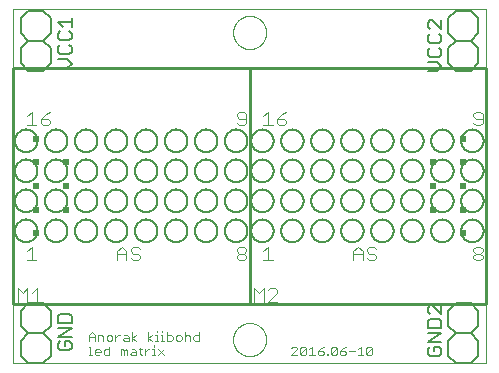
<source format=gto>
G75*
%MOIN*%
%OFA0B0*%
%FSLAX25Y25*%
%IPPOS*%
%LPD*%
%AMOC8*
5,1,8,0,0,1.08239X$1,22.5*
%
%ADD10C,0.00000*%
%ADD11C,0.00300*%
%ADD12C,0.01000*%
%ADD13C,0.00500*%
%ADD14C,0.00400*%
%ADD15R,0.02000X0.02000*%
%ADD16C,0.00600*%
D10*
X0008000Y0021082D02*
X0008000Y0139193D01*
X0165480Y0139193D01*
X0165480Y0021082D01*
X0008000Y0021082D01*
X0081228Y0028956D02*
X0081230Y0029104D01*
X0081236Y0029252D01*
X0081246Y0029400D01*
X0081260Y0029547D01*
X0081278Y0029694D01*
X0081299Y0029840D01*
X0081325Y0029986D01*
X0081355Y0030131D01*
X0081388Y0030275D01*
X0081426Y0030418D01*
X0081467Y0030560D01*
X0081512Y0030701D01*
X0081560Y0030841D01*
X0081613Y0030980D01*
X0081669Y0031117D01*
X0081729Y0031252D01*
X0081792Y0031386D01*
X0081859Y0031518D01*
X0081930Y0031648D01*
X0082004Y0031776D01*
X0082081Y0031902D01*
X0082162Y0032026D01*
X0082246Y0032148D01*
X0082333Y0032267D01*
X0082424Y0032384D01*
X0082518Y0032499D01*
X0082614Y0032611D01*
X0082714Y0032721D01*
X0082816Y0032827D01*
X0082922Y0032931D01*
X0083030Y0033032D01*
X0083141Y0033130D01*
X0083254Y0033226D01*
X0083370Y0033318D01*
X0083488Y0033407D01*
X0083609Y0033492D01*
X0083732Y0033575D01*
X0083857Y0033654D01*
X0083984Y0033730D01*
X0084113Y0033802D01*
X0084244Y0033871D01*
X0084377Y0033936D01*
X0084512Y0033997D01*
X0084648Y0034055D01*
X0084785Y0034110D01*
X0084924Y0034160D01*
X0085065Y0034207D01*
X0085206Y0034250D01*
X0085349Y0034290D01*
X0085493Y0034325D01*
X0085637Y0034357D01*
X0085783Y0034384D01*
X0085929Y0034408D01*
X0086076Y0034428D01*
X0086223Y0034444D01*
X0086370Y0034456D01*
X0086518Y0034464D01*
X0086666Y0034468D01*
X0086814Y0034468D01*
X0086962Y0034464D01*
X0087110Y0034456D01*
X0087257Y0034444D01*
X0087404Y0034428D01*
X0087551Y0034408D01*
X0087697Y0034384D01*
X0087843Y0034357D01*
X0087987Y0034325D01*
X0088131Y0034290D01*
X0088274Y0034250D01*
X0088415Y0034207D01*
X0088556Y0034160D01*
X0088695Y0034110D01*
X0088832Y0034055D01*
X0088968Y0033997D01*
X0089103Y0033936D01*
X0089236Y0033871D01*
X0089367Y0033802D01*
X0089496Y0033730D01*
X0089623Y0033654D01*
X0089748Y0033575D01*
X0089871Y0033492D01*
X0089992Y0033407D01*
X0090110Y0033318D01*
X0090226Y0033226D01*
X0090339Y0033130D01*
X0090450Y0033032D01*
X0090558Y0032931D01*
X0090664Y0032827D01*
X0090766Y0032721D01*
X0090866Y0032611D01*
X0090962Y0032499D01*
X0091056Y0032384D01*
X0091147Y0032267D01*
X0091234Y0032148D01*
X0091318Y0032026D01*
X0091399Y0031902D01*
X0091476Y0031776D01*
X0091550Y0031648D01*
X0091621Y0031518D01*
X0091688Y0031386D01*
X0091751Y0031252D01*
X0091811Y0031117D01*
X0091867Y0030980D01*
X0091920Y0030841D01*
X0091968Y0030701D01*
X0092013Y0030560D01*
X0092054Y0030418D01*
X0092092Y0030275D01*
X0092125Y0030131D01*
X0092155Y0029986D01*
X0092181Y0029840D01*
X0092202Y0029694D01*
X0092220Y0029547D01*
X0092234Y0029400D01*
X0092244Y0029252D01*
X0092250Y0029104D01*
X0092252Y0028956D01*
X0092250Y0028808D01*
X0092244Y0028660D01*
X0092234Y0028512D01*
X0092220Y0028365D01*
X0092202Y0028218D01*
X0092181Y0028072D01*
X0092155Y0027926D01*
X0092125Y0027781D01*
X0092092Y0027637D01*
X0092054Y0027494D01*
X0092013Y0027352D01*
X0091968Y0027211D01*
X0091920Y0027071D01*
X0091867Y0026932D01*
X0091811Y0026795D01*
X0091751Y0026660D01*
X0091688Y0026526D01*
X0091621Y0026394D01*
X0091550Y0026264D01*
X0091476Y0026136D01*
X0091399Y0026010D01*
X0091318Y0025886D01*
X0091234Y0025764D01*
X0091147Y0025645D01*
X0091056Y0025528D01*
X0090962Y0025413D01*
X0090866Y0025301D01*
X0090766Y0025191D01*
X0090664Y0025085D01*
X0090558Y0024981D01*
X0090450Y0024880D01*
X0090339Y0024782D01*
X0090226Y0024686D01*
X0090110Y0024594D01*
X0089992Y0024505D01*
X0089871Y0024420D01*
X0089748Y0024337D01*
X0089623Y0024258D01*
X0089496Y0024182D01*
X0089367Y0024110D01*
X0089236Y0024041D01*
X0089103Y0023976D01*
X0088968Y0023915D01*
X0088832Y0023857D01*
X0088695Y0023802D01*
X0088556Y0023752D01*
X0088415Y0023705D01*
X0088274Y0023662D01*
X0088131Y0023622D01*
X0087987Y0023587D01*
X0087843Y0023555D01*
X0087697Y0023528D01*
X0087551Y0023504D01*
X0087404Y0023484D01*
X0087257Y0023468D01*
X0087110Y0023456D01*
X0086962Y0023448D01*
X0086814Y0023444D01*
X0086666Y0023444D01*
X0086518Y0023448D01*
X0086370Y0023456D01*
X0086223Y0023468D01*
X0086076Y0023484D01*
X0085929Y0023504D01*
X0085783Y0023528D01*
X0085637Y0023555D01*
X0085493Y0023587D01*
X0085349Y0023622D01*
X0085206Y0023662D01*
X0085065Y0023705D01*
X0084924Y0023752D01*
X0084785Y0023802D01*
X0084648Y0023857D01*
X0084512Y0023915D01*
X0084377Y0023976D01*
X0084244Y0024041D01*
X0084113Y0024110D01*
X0083984Y0024182D01*
X0083857Y0024258D01*
X0083732Y0024337D01*
X0083609Y0024420D01*
X0083488Y0024505D01*
X0083370Y0024594D01*
X0083254Y0024686D01*
X0083141Y0024782D01*
X0083030Y0024880D01*
X0082922Y0024981D01*
X0082816Y0025085D01*
X0082714Y0025191D01*
X0082614Y0025301D01*
X0082518Y0025413D01*
X0082424Y0025528D01*
X0082333Y0025645D01*
X0082246Y0025764D01*
X0082162Y0025886D01*
X0082081Y0026010D01*
X0082004Y0026136D01*
X0081930Y0026264D01*
X0081859Y0026394D01*
X0081792Y0026526D01*
X0081729Y0026660D01*
X0081669Y0026795D01*
X0081613Y0026932D01*
X0081560Y0027071D01*
X0081512Y0027211D01*
X0081467Y0027352D01*
X0081426Y0027494D01*
X0081388Y0027637D01*
X0081355Y0027781D01*
X0081325Y0027926D01*
X0081299Y0028072D01*
X0081278Y0028218D01*
X0081260Y0028365D01*
X0081246Y0028512D01*
X0081236Y0028660D01*
X0081230Y0028808D01*
X0081228Y0028956D01*
X0081228Y0131319D02*
X0081230Y0131467D01*
X0081236Y0131615D01*
X0081246Y0131763D01*
X0081260Y0131910D01*
X0081278Y0132057D01*
X0081299Y0132203D01*
X0081325Y0132349D01*
X0081355Y0132494D01*
X0081388Y0132638D01*
X0081426Y0132781D01*
X0081467Y0132923D01*
X0081512Y0133064D01*
X0081560Y0133204D01*
X0081613Y0133343D01*
X0081669Y0133480D01*
X0081729Y0133615D01*
X0081792Y0133749D01*
X0081859Y0133881D01*
X0081930Y0134011D01*
X0082004Y0134139D01*
X0082081Y0134265D01*
X0082162Y0134389D01*
X0082246Y0134511D01*
X0082333Y0134630D01*
X0082424Y0134747D01*
X0082518Y0134862D01*
X0082614Y0134974D01*
X0082714Y0135084D01*
X0082816Y0135190D01*
X0082922Y0135294D01*
X0083030Y0135395D01*
X0083141Y0135493D01*
X0083254Y0135589D01*
X0083370Y0135681D01*
X0083488Y0135770D01*
X0083609Y0135855D01*
X0083732Y0135938D01*
X0083857Y0136017D01*
X0083984Y0136093D01*
X0084113Y0136165D01*
X0084244Y0136234D01*
X0084377Y0136299D01*
X0084512Y0136360D01*
X0084648Y0136418D01*
X0084785Y0136473D01*
X0084924Y0136523D01*
X0085065Y0136570D01*
X0085206Y0136613D01*
X0085349Y0136653D01*
X0085493Y0136688D01*
X0085637Y0136720D01*
X0085783Y0136747D01*
X0085929Y0136771D01*
X0086076Y0136791D01*
X0086223Y0136807D01*
X0086370Y0136819D01*
X0086518Y0136827D01*
X0086666Y0136831D01*
X0086814Y0136831D01*
X0086962Y0136827D01*
X0087110Y0136819D01*
X0087257Y0136807D01*
X0087404Y0136791D01*
X0087551Y0136771D01*
X0087697Y0136747D01*
X0087843Y0136720D01*
X0087987Y0136688D01*
X0088131Y0136653D01*
X0088274Y0136613D01*
X0088415Y0136570D01*
X0088556Y0136523D01*
X0088695Y0136473D01*
X0088832Y0136418D01*
X0088968Y0136360D01*
X0089103Y0136299D01*
X0089236Y0136234D01*
X0089367Y0136165D01*
X0089496Y0136093D01*
X0089623Y0136017D01*
X0089748Y0135938D01*
X0089871Y0135855D01*
X0089992Y0135770D01*
X0090110Y0135681D01*
X0090226Y0135589D01*
X0090339Y0135493D01*
X0090450Y0135395D01*
X0090558Y0135294D01*
X0090664Y0135190D01*
X0090766Y0135084D01*
X0090866Y0134974D01*
X0090962Y0134862D01*
X0091056Y0134747D01*
X0091147Y0134630D01*
X0091234Y0134511D01*
X0091318Y0134389D01*
X0091399Y0134265D01*
X0091476Y0134139D01*
X0091550Y0134011D01*
X0091621Y0133881D01*
X0091688Y0133749D01*
X0091751Y0133615D01*
X0091811Y0133480D01*
X0091867Y0133343D01*
X0091920Y0133204D01*
X0091968Y0133064D01*
X0092013Y0132923D01*
X0092054Y0132781D01*
X0092092Y0132638D01*
X0092125Y0132494D01*
X0092155Y0132349D01*
X0092181Y0132203D01*
X0092202Y0132057D01*
X0092220Y0131910D01*
X0092234Y0131763D01*
X0092244Y0131615D01*
X0092250Y0131467D01*
X0092252Y0131319D01*
X0092250Y0131171D01*
X0092244Y0131023D01*
X0092234Y0130875D01*
X0092220Y0130728D01*
X0092202Y0130581D01*
X0092181Y0130435D01*
X0092155Y0130289D01*
X0092125Y0130144D01*
X0092092Y0130000D01*
X0092054Y0129857D01*
X0092013Y0129715D01*
X0091968Y0129574D01*
X0091920Y0129434D01*
X0091867Y0129295D01*
X0091811Y0129158D01*
X0091751Y0129023D01*
X0091688Y0128889D01*
X0091621Y0128757D01*
X0091550Y0128627D01*
X0091476Y0128499D01*
X0091399Y0128373D01*
X0091318Y0128249D01*
X0091234Y0128127D01*
X0091147Y0128008D01*
X0091056Y0127891D01*
X0090962Y0127776D01*
X0090866Y0127664D01*
X0090766Y0127554D01*
X0090664Y0127448D01*
X0090558Y0127344D01*
X0090450Y0127243D01*
X0090339Y0127145D01*
X0090226Y0127049D01*
X0090110Y0126957D01*
X0089992Y0126868D01*
X0089871Y0126783D01*
X0089748Y0126700D01*
X0089623Y0126621D01*
X0089496Y0126545D01*
X0089367Y0126473D01*
X0089236Y0126404D01*
X0089103Y0126339D01*
X0088968Y0126278D01*
X0088832Y0126220D01*
X0088695Y0126165D01*
X0088556Y0126115D01*
X0088415Y0126068D01*
X0088274Y0126025D01*
X0088131Y0125985D01*
X0087987Y0125950D01*
X0087843Y0125918D01*
X0087697Y0125891D01*
X0087551Y0125867D01*
X0087404Y0125847D01*
X0087257Y0125831D01*
X0087110Y0125819D01*
X0086962Y0125811D01*
X0086814Y0125807D01*
X0086666Y0125807D01*
X0086518Y0125811D01*
X0086370Y0125819D01*
X0086223Y0125831D01*
X0086076Y0125847D01*
X0085929Y0125867D01*
X0085783Y0125891D01*
X0085637Y0125918D01*
X0085493Y0125950D01*
X0085349Y0125985D01*
X0085206Y0126025D01*
X0085065Y0126068D01*
X0084924Y0126115D01*
X0084785Y0126165D01*
X0084648Y0126220D01*
X0084512Y0126278D01*
X0084377Y0126339D01*
X0084244Y0126404D01*
X0084113Y0126473D01*
X0083984Y0126545D01*
X0083857Y0126621D01*
X0083732Y0126700D01*
X0083609Y0126783D01*
X0083488Y0126868D01*
X0083370Y0126957D01*
X0083254Y0127049D01*
X0083141Y0127145D01*
X0083030Y0127243D01*
X0082922Y0127344D01*
X0082816Y0127448D01*
X0082714Y0127554D01*
X0082614Y0127664D01*
X0082518Y0127776D01*
X0082424Y0127891D01*
X0082333Y0128008D01*
X0082246Y0128127D01*
X0082162Y0128249D01*
X0082081Y0128373D01*
X0082004Y0128499D01*
X0081930Y0128627D01*
X0081859Y0128757D01*
X0081792Y0128889D01*
X0081729Y0129023D01*
X0081669Y0129158D01*
X0081613Y0129295D01*
X0081560Y0129434D01*
X0081512Y0129574D01*
X0081467Y0129715D01*
X0081426Y0129857D01*
X0081388Y0130000D01*
X0081355Y0130144D01*
X0081325Y0130289D01*
X0081299Y0130435D01*
X0081278Y0130581D01*
X0081260Y0130728D01*
X0081246Y0130875D01*
X0081236Y0131023D01*
X0081230Y0131171D01*
X0081228Y0131319D01*
D11*
X0069952Y0031435D02*
X0069952Y0028532D01*
X0068501Y0028532D01*
X0068017Y0029016D01*
X0068017Y0029984D01*
X0068501Y0030467D01*
X0069952Y0030467D01*
X0067006Y0029984D02*
X0067006Y0028532D01*
X0067006Y0029984D02*
X0066522Y0030467D01*
X0065554Y0030467D01*
X0065071Y0029984D01*
X0064059Y0029984D02*
X0063575Y0030467D01*
X0062608Y0030467D01*
X0062124Y0029984D01*
X0062124Y0029016D01*
X0062608Y0028532D01*
X0063575Y0028532D01*
X0064059Y0029016D01*
X0064059Y0029984D01*
X0065071Y0031435D02*
X0065071Y0028532D01*
X0061113Y0029016D02*
X0061113Y0029984D01*
X0060629Y0030467D01*
X0059178Y0030467D01*
X0059178Y0031435D02*
X0059178Y0028532D01*
X0060629Y0028532D01*
X0061113Y0029016D01*
X0058181Y0028532D02*
X0057213Y0028532D01*
X0057697Y0028532D02*
X0057697Y0030467D01*
X0057213Y0030467D01*
X0057697Y0031435D02*
X0057697Y0031919D01*
X0055733Y0031919D02*
X0055733Y0031435D01*
X0055733Y0030467D02*
X0055733Y0028532D01*
X0056216Y0028532D02*
X0055249Y0028532D01*
X0054245Y0028532D02*
X0052793Y0029500D01*
X0054245Y0030467D01*
X0055249Y0030467D02*
X0055733Y0030467D01*
X0052793Y0031435D02*
X0052793Y0028532D01*
X0054750Y0027119D02*
X0054750Y0026635D01*
X0054750Y0025667D02*
X0054750Y0023732D01*
X0054267Y0023732D02*
X0055234Y0023732D01*
X0056231Y0023732D02*
X0058166Y0025667D01*
X0056231Y0025667D02*
X0058166Y0023732D01*
X0054750Y0025667D02*
X0054267Y0025667D01*
X0053263Y0025667D02*
X0052779Y0025667D01*
X0051811Y0024700D01*
X0051811Y0025667D02*
X0051811Y0023732D01*
X0050814Y0023732D02*
X0050331Y0024216D01*
X0050331Y0026151D01*
X0050814Y0025667D02*
X0049847Y0025667D01*
X0048835Y0025184D02*
X0048352Y0025667D01*
X0047384Y0025667D01*
X0047384Y0024700D02*
X0048835Y0024700D01*
X0048835Y0025184D02*
X0048835Y0023732D01*
X0047384Y0023732D01*
X0046900Y0024216D01*
X0047384Y0024700D01*
X0045889Y0025184D02*
X0045889Y0023732D01*
X0044921Y0023732D02*
X0044921Y0025184D01*
X0045405Y0025667D01*
X0045889Y0025184D01*
X0044921Y0025184D02*
X0044438Y0025667D01*
X0043954Y0025667D01*
X0043954Y0023732D01*
X0039996Y0023732D02*
X0039996Y0026635D01*
X0039996Y0025667D02*
X0038545Y0025667D01*
X0038061Y0025184D01*
X0038061Y0024216D01*
X0038545Y0023732D01*
X0039996Y0023732D01*
X0037049Y0024700D02*
X0035114Y0024700D01*
X0035114Y0025184D02*
X0035598Y0025667D01*
X0036566Y0025667D01*
X0037049Y0025184D01*
X0037049Y0024700D01*
X0036566Y0023732D02*
X0035598Y0023732D01*
X0035114Y0024216D01*
X0035114Y0025184D01*
X0034117Y0023732D02*
X0033150Y0023732D01*
X0033634Y0023732D02*
X0033634Y0026635D01*
X0033150Y0026635D01*
X0033150Y0028532D02*
X0033150Y0030467D01*
X0034117Y0031435D01*
X0035085Y0030467D01*
X0035085Y0028532D01*
X0036097Y0028532D02*
X0036097Y0030467D01*
X0037548Y0030467D01*
X0038031Y0029984D01*
X0038031Y0028532D01*
X0039043Y0029016D02*
X0039527Y0028532D01*
X0040494Y0028532D01*
X0040978Y0029016D01*
X0040978Y0029984D01*
X0040494Y0030467D01*
X0039527Y0030467D01*
X0039043Y0029984D01*
X0039043Y0029016D01*
X0041990Y0028532D02*
X0041990Y0030467D01*
X0041990Y0029500D02*
X0042957Y0030467D01*
X0043441Y0030467D01*
X0044929Y0030467D02*
X0045896Y0030467D01*
X0046380Y0029984D01*
X0046380Y0028532D01*
X0044929Y0028532D01*
X0044445Y0029016D01*
X0044929Y0029500D01*
X0046380Y0029500D01*
X0047391Y0029500D02*
X0048843Y0030467D01*
X0047391Y0029500D02*
X0048843Y0028532D01*
X0047391Y0028532D02*
X0047391Y0031435D01*
X0035085Y0029984D02*
X0033150Y0029984D01*
X0100650Y0026151D02*
X0101134Y0026635D01*
X0102101Y0026635D01*
X0102585Y0026151D01*
X0102585Y0025667D01*
X0100650Y0023732D01*
X0102585Y0023732D01*
X0103597Y0024216D02*
X0104080Y0023732D01*
X0105048Y0023732D01*
X0105531Y0024216D01*
X0105531Y0026151D01*
X0103597Y0024216D01*
X0103597Y0026151D01*
X0104080Y0026635D01*
X0105048Y0026635D01*
X0105531Y0026151D01*
X0106543Y0025667D02*
X0107511Y0026635D01*
X0107511Y0023732D01*
X0108478Y0023732D02*
X0106543Y0023732D01*
X0109490Y0024216D02*
X0109973Y0023732D01*
X0110941Y0023732D01*
X0111425Y0024216D01*
X0111425Y0024700D01*
X0110941Y0025184D01*
X0109490Y0025184D01*
X0109490Y0024216D01*
X0109490Y0025184D02*
X0110457Y0026151D01*
X0111425Y0026635D01*
X0112436Y0024216D02*
X0112920Y0024216D01*
X0112920Y0023732D01*
X0112436Y0023732D01*
X0112436Y0024216D01*
X0113909Y0024216D02*
X0114393Y0023732D01*
X0115361Y0023732D01*
X0115844Y0024216D01*
X0115844Y0026151D01*
X0113909Y0024216D01*
X0113909Y0026151D01*
X0114393Y0026635D01*
X0115361Y0026635D01*
X0115844Y0026151D01*
X0116856Y0025184D02*
X0118307Y0025184D01*
X0118791Y0024700D01*
X0118791Y0024216D01*
X0118307Y0023732D01*
X0117340Y0023732D01*
X0116856Y0024216D01*
X0116856Y0025184D01*
X0117823Y0026151D01*
X0118791Y0026635D01*
X0119802Y0025184D02*
X0121737Y0025184D01*
X0122749Y0025667D02*
X0123716Y0026635D01*
X0123716Y0023732D01*
X0122749Y0023732D02*
X0124684Y0023732D01*
X0125695Y0024216D02*
X0126179Y0023732D01*
X0127147Y0023732D01*
X0127630Y0024216D01*
X0127630Y0026151D01*
X0125695Y0024216D01*
X0125695Y0026151D01*
X0126179Y0026635D01*
X0127147Y0026635D01*
X0127630Y0026151D01*
D12*
X0165480Y0040767D02*
X0086740Y0040767D01*
X0086740Y0119508D01*
X0165480Y0119508D01*
X0165480Y0040767D01*
X0086740Y0040767D02*
X0008000Y0040767D01*
X0008000Y0119508D01*
X0086740Y0119508D01*
X0086740Y0040767D01*
D13*
X0087252Y0065256D02*
X0087254Y0065378D01*
X0087260Y0065499D01*
X0087270Y0065621D01*
X0087284Y0065742D01*
X0087301Y0065862D01*
X0087323Y0065982D01*
X0087349Y0066101D01*
X0087378Y0066219D01*
X0087411Y0066336D01*
X0087448Y0066452D01*
X0087489Y0066567D01*
X0087534Y0066680D01*
X0087582Y0066792D01*
X0087634Y0066902D01*
X0087689Y0067011D01*
X0087748Y0067117D01*
X0087810Y0067222D01*
X0087876Y0067324D01*
X0087945Y0067425D01*
X0088017Y0067523D01*
X0088093Y0067618D01*
X0088171Y0067711D01*
X0088252Y0067802D01*
X0088337Y0067890D01*
X0088424Y0067975D01*
X0088514Y0068057D01*
X0088606Y0068136D01*
X0088701Y0068212D01*
X0088799Y0068285D01*
X0088898Y0068355D01*
X0089000Y0068422D01*
X0089104Y0068485D01*
X0089211Y0068544D01*
X0089319Y0068601D01*
X0089428Y0068653D01*
X0089540Y0068703D01*
X0089653Y0068748D01*
X0089767Y0068790D01*
X0089883Y0068828D01*
X0090000Y0068862D01*
X0090117Y0068892D01*
X0090236Y0068919D01*
X0090356Y0068942D01*
X0090476Y0068960D01*
X0090597Y0068975D01*
X0090718Y0068986D01*
X0090840Y0068993D01*
X0090962Y0068996D01*
X0091083Y0068995D01*
X0091205Y0068990D01*
X0091326Y0068981D01*
X0091447Y0068968D01*
X0091568Y0068951D01*
X0091688Y0068931D01*
X0091807Y0068906D01*
X0091926Y0068878D01*
X0092043Y0068845D01*
X0092159Y0068809D01*
X0092274Y0068769D01*
X0092388Y0068726D01*
X0092500Y0068678D01*
X0092611Y0068628D01*
X0092720Y0068573D01*
X0092827Y0068515D01*
X0092932Y0068454D01*
X0093035Y0068389D01*
X0093136Y0068321D01*
X0093234Y0068249D01*
X0093331Y0068175D01*
X0093424Y0068097D01*
X0093516Y0068016D01*
X0093604Y0067933D01*
X0093690Y0067846D01*
X0093773Y0067757D01*
X0093853Y0067665D01*
X0093930Y0067571D01*
X0094003Y0067474D01*
X0094074Y0067375D01*
X0094141Y0067273D01*
X0094205Y0067170D01*
X0094266Y0067064D01*
X0094323Y0066957D01*
X0094377Y0066847D01*
X0094427Y0066736D01*
X0094473Y0066624D01*
X0094516Y0066510D01*
X0094555Y0066394D01*
X0094590Y0066278D01*
X0094621Y0066160D01*
X0094649Y0066042D01*
X0094672Y0065922D01*
X0094692Y0065802D01*
X0094708Y0065681D01*
X0094720Y0065560D01*
X0094728Y0065439D01*
X0094732Y0065317D01*
X0094732Y0065195D01*
X0094728Y0065073D01*
X0094720Y0064952D01*
X0094708Y0064831D01*
X0094692Y0064710D01*
X0094672Y0064590D01*
X0094649Y0064470D01*
X0094621Y0064352D01*
X0094590Y0064234D01*
X0094555Y0064118D01*
X0094516Y0064002D01*
X0094473Y0063888D01*
X0094427Y0063776D01*
X0094377Y0063665D01*
X0094323Y0063555D01*
X0094266Y0063448D01*
X0094205Y0063342D01*
X0094141Y0063239D01*
X0094074Y0063137D01*
X0094003Y0063038D01*
X0093930Y0062941D01*
X0093853Y0062847D01*
X0093773Y0062755D01*
X0093690Y0062666D01*
X0093604Y0062579D01*
X0093516Y0062496D01*
X0093424Y0062415D01*
X0093331Y0062337D01*
X0093234Y0062263D01*
X0093136Y0062191D01*
X0093035Y0062123D01*
X0092932Y0062058D01*
X0092827Y0061997D01*
X0092720Y0061939D01*
X0092611Y0061884D01*
X0092500Y0061834D01*
X0092388Y0061786D01*
X0092274Y0061743D01*
X0092159Y0061703D01*
X0092043Y0061667D01*
X0091926Y0061634D01*
X0091807Y0061606D01*
X0091688Y0061581D01*
X0091568Y0061561D01*
X0091447Y0061544D01*
X0091326Y0061531D01*
X0091205Y0061522D01*
X0091083Y0061517D01*
X0090962Y0061516D01*
X0090840Y0061519D01*
X0090718Y0061526D01*
X0090597Y0061537D01*
X0090476Y0061552D01*
X0090356Y0061570D01*
X0090236Y0061593D01*
X0090117Y0061620D01*
X0090000Y0061650D01*
X0089883Y0061684D01*
X0089767Y0061722D01*
X0089653Y0061764D01*
X0089540Y0061809D01*
X0089428Y0061859D01*
X0089319Y0061911D01*
X0089211Y0061968D01*
X0089104Y0062027D01*
X0089000Y0062090D01*
X0088898Y0062157D01*
X0088799Y0062227D01*
X0088701Y0062300D01*
X0088606Y0062376D01*
X0088514Y0062455D01*
X0088424Y0062537D01*
X0088337Y0062622D01*
X0088252Y0062710D01*
X0088171Y0062801D01*
X0088093Y0062894D01*
X0088017Y0062989D01*
X0087945Y0063087D01*
X0087876Y0063188D01*
X0087810Y0063290D01*
X0087748Y0063395D01*
X0087689Y0063501D01*
X0087634Y0063610D01*
X0087582Y0063720D01*
X0087534Y0063832D01*
X0087489Y0063945D01*
X0087448Y0064060D01*
X0087411Y0064176D01*
X0087378Y0064293D01*
X0087349Y0064411D01*
X0087323Y0064530D01*
X0087301Y0064650D01*
X0087284Y0064770D01*
X0087270Y0064891D01*
X0087260Y0065013D01*
X0087254Y0065134D01*
X0087252Y0065256D01*
X0078512Y0065256D02*
X0078514Y0065378D01*
X0078520Y0065499D01*
X0078530Y0065621D01*
X0078544Y0065742D01*
X0078561Y0065862D01*
X0078583Y0065982D01*
X0078609Y0066101D01*
X0078638Y0066219D01*
X0078671Y0066336D01*
X0078708Y0066452D01*
X0078749Y0066567D01*
X0078794Y0066680D01*
X0078842Y0066792D01*
X0078894Y0066902D01*
X0078949Y0067011D01*
X0079008Y0067117D01*
X0079070Y0067222D01*
X0079136Y0067324D01*
X0079205Y0067425D01*
X0079277Y0067523D01*
X0079353Y0067618D01*
X0079431Y0067711D01*
X0079512Y0067802D01*
X0079597Y0067890D01*
X0079684Y0067975D01*
X0079774Y0068057D01*
X0079866Y0068136D01*
X0079961Y0068212D01*
X0080059Y0068285D01*
X0080158Y0068355D01*
X0080260Y0068422D01*
X0080364Y0068485D01*
X0080471Y0068544D01*
X0080579Y0068601D01*
X0080688Y0068653D01*
X0080800Y0068703D01*
X0080913Y0068748D01*
X0081027Y0068790D01*
X0081143Y0068828D01*
X0081260Y0068862D01*
X0081377Y0068892D01*
X0081496Y0068919D01*
X0081616Y0068942D01*
X0081736Y0068960D01*
X0081857Y0068975D01*
X0081978Y0068986D01*
X0082100Y0068993D01*
X0082222Y0068996D01*
X0082343Y0068995D01*
X0082465Y0068990D01*
X0082586Y0068981D01*
X0082707Y0068968D01*
X0082828Y0068951D01*
X0082948Y0068931D01*
X0083067Y0068906D01*
X0083186Y0068878D01*
X0083303Y0068845D01*
X0083419Y0068809D01*
X0083534Y0068769D01*
X0083648Y0068726D01*
X0083760Y0068678D01*
X0083871Y0068628D01*
X0083980Y0068573D01*
X0084087Y0068515D01*
X0084192Y0068454D01*
X0084295Y0068389D01*
X0084396Y0068321D01*
X0084494Y0068249D01*
X0084591Y0068175D01*
X0084684Y0068097D01*
X0084776Y0068016D01*
X0084864Y0067933D01*
X0084950Y0067846D01*
X0085033Y0067757D01*
X0085113Y0067665D01*
X0085190Y0067571D01*
X0085263Y0067474D01*
X0085334Y0067375D01*
X0085401Y0067273D01*
X0085465Y0067170D01*
X0085526Y0067064D01*
X0085583Y0066957D01*
X0085637Y0066847D01*
X0085687Y0066736D01*
X0085733Y0066624D01*
X0085776Y0066510D01*
X0085815Y0066394D01*
X0085850Y0066278D01*
X0085881Y0066160D01*
X0085909Y0066042D01*
X0085932Y0065922D01*
X0085952Y0065802D01*
X0085968Y0065681D01*
X0085980Y0065560D01*
X0085988Y0065439D01*
X0085992Y0065317D01*
X0085992Y0065195D01*
X0085988Y0065073D01*
X0085980Y0064952D01*
X0085968Y0064831D01*
X0085952Y0064710D01*
X0085932Y0064590D01*
X0085909Y0064470D01*
X0085881Y0064352D01*
X0085850Y0064234D01*
X0085815Y0064118D01*
X0085776Y0064002D01*
X0085733Y0063888D01*
X0085687Y0063776D01*
X0085637Y0063665D01*
X0085583Y0063555D01*
X0085526Y0063448D01*
X0085465Y0063342D01*
X0085401Y0063239D01*
X0085334Y0063137D01*
X0085263Y0063038D01*
X0085190Y0062941D01*
X0085113Y0062847D01*
X0085033Y0062755D01*
X0084950Y0062666D01*
X0084864Y0062579D01*
X0084776Y0062496D01*
X0084684Y0062415D01*
X0084591Y0062337D01*
X0084494Y0062263D01*
X0084396Y0062191D01*
X0084295Y0062123D01*
X0084192Y0062058D01*
X0084087Y0061997D01*
X0083980Y0061939D01*
X0083871Y0061884D01*
X0083760Y0061834D01*
X0083648Y0061786D01*
X0083534Y0061743D01*
X0083419Y0061703D01*
X0083303Y0061667D01*
X0083186Y0061634D01*
X0083067Y0061606D01*
X0082948Y0061581D01*
X0082828Y0061561D01*
X0082707Y0061544D01*
X0082586Y0061531D01*
X0082465Y0061522D01*
X0082343Y0061517D01*
X0082222Y0061516D01*
X0082100Y0061519D01*
X0081978Y0061526D01*
X0081857Y0061537D01*
X0081736Y0061552D01*
X0081616Y0061570D01*
X0081496Y0061593D01*
X0081377Y0061620D01*
X0081260Y0061650D01*
X0081143Y0061684D01*
X0081027Y0061722D01*
X0080913Y0061764D01*
X0080800Y0061809D01*
X0080688Y0061859D01*
X0080579Y0061911D01*
X0080471Y0061968D01*
X0080364Y0062027D01*
X0080260Y0062090D01*
X0080158Y0062157D01*
X0080059Y0062227D01*
X0079961Y0062300D01*
X0079866Y0062376D01*
X0079774Y0062455D01*
X0079684Y0062537D01*
X0079597Y0062622D01*
X0079512Y0062710D01*
X0079431Y0062801D01*
X0079353Y0062894D01*
X0079277Y0062989D01*
X0079205Y0063087D01*
X0079136Y0063188D01*
X0079070Y0063290D01*
X0079008Y0063395D01*
X0078949Y0063501D01*
X0078894Y0063610D01*
X0078842Y0063720D01*
X0078794Y0063832D01*
X0078749Y0063945D01*
X0078708Y0064060D01*
X0078671Y0064176D01*
X0078638Y0064293D01*
X0078609Y0064411D01*
X0078583Y0064530D01*
X0078561Y0064650D01*
X0078544Y0064770D01*
X0078530Y0064891D01*
X0078520Y0065013D01*
X0078514Y0065134D01*
X0078512Y0065256D01*
X0068512Y0065256D02*
X0068514Y0065378D01*
X0068520Y0065499D01*
X0068530Y0065621D01*
X0068544Y0065742D01*
X0068561Y0065862D01*
X0068583Y0065982D01*
X0068609Y0066101D01*
X0068638Y0066219D01*
X0068671Y0066336D01*
X0068708Y0066452D01*
X0068749Y0066567D01*
X0068794Y0066680D01*
X0068842Y0066792D01*
X0068894Y0066902D01*
X0068949Y0067011D01*
X0069008Y0067117D01*
X0069070Y0067222D01*
X0069136Y0067324D01*
X0069205Y0067425D01*
X0069277Y0067523D01*
X0069353Y0067618D01*
X0069431Y0067711D01*
X0069512Y0067802D01*
X0069597Y0067890D01*
X0069684Y0067975D01*
X0069774Y0068057D01*
X0069866Y0068136D01*
X0069961Y0068212D01*
X0070059Y0068285D01*
X0070158Y0068355D01*
X0070260Y0068422D01*
X0070364Y0068485D01*
X0070471Y0068544D01*
X0070579Y0068601D01*
X0070688Y0068653D01*
X0070800Y0068703D01*
X0070913Y0068748D01*
X0071027Y0068790D01*
X0071143Y0068828D01*
X0071260Y0068862D01*
X0071377Y0068892D01*
X0071496Y0068919D01*
X0071616Y0068942D01*
X0071736Y0068960D01*
X0071857Y0068975D01*
X0071978Y0068986D01*
X0072100Y0068993D01*
X0072222Y0068996D01*
X0072343Y0068995D01*
X0072465Y0068990D01*
X0072586Y0068981D01*
X0072707Y0068968D01*
X0072828Y0068951D01*
X0072948Y0068931D01*
X0073067Y0068906D01*
X0073186Y0068878D01*
X0073303Y0068845D01*
X0073419Y0068809D01*
X0073534Y0068769D01*
X0073648Y0068726D01*
X0073760Y0068678D01*
X0073871Y0068628D01*
X0073980Y0068573D01*
X0074087Y0068515D01*
X0074192Y0068454D01*
X0074295Y0068389D01*
X0074396Y0068321D01*
X0074494Y0068249D01*
X0074591Y0068175D01*
X0074684Y0068097D01*
X0074776Y0068016D01*
X0074864Y0067933D01*
X0074950Y0067846D01*
X0075033Y0067757D01*
X0075113Y0067665D01*
X0075190Y0067571D01*
X0075263Y0067474D01*
X0075334Y0067375D01*
X0075401Y0067273D01*
X0075465Y0067170D01*
X0075526Y0067064D01*
X0075583Y0066957D01*
X0075637Y0066847D01*
X0075687Y0066736D01*
X0075733Y0066624D01*
X0075776Y0066510D01*
X0075815Y0066394D01*
X0075850Y0066278D01*
X0075881Y0066160D01*
X0075909Y0066042D01*
X0075932Y0065922D01*
X0075952Y0065802D01*
X0075968Y0065681D01*
X0075980Y0065560D01*
X0075988Y0065439D01*
X0075992Y0065317D01*
X0075992Y0065195D01*
X0075988Y0065073D01*
X0075980Y0064952D01*
X0075968Y0064831D01*
X0075952Y0064710D01*
X0075932Y0064590D01*
X0075909Y0064470D01*
X0075881Y0064352D01*
X0075850Y0064234D01*
X0075815Y0064118D01*
X0075776Y0064002D01*
X0075733Y0063888D01*
X0075687Y0063776D01*
X0075637Y0063665D01*
X0075583Y0063555D01*
X0075526Y0063448D01*
X0075465Y0063342D01*
X0075401Y0063239D01*
X0075334Y0063137D01*
X0075263Y0063038D01*
X0075190Y0062941D01*
X0075113Y0062847D01*
X0075033Y0062755D01*
X0074950Y0062666D01*
X0074864Y0062579D01*
X0074776Y0062496D01*
X0074684Y0062415D01*
X0074591Y0062337D01*
X0074494Y0062263D01*
X0074396Y0062191D01*
X0074295Y0062123D01*
X0074192Y0062058D01*
X0074087Y0061997D01*
X0073980Y0061939D01*
X0073871Y0061884D01*
X0073760Y0061834D01*
X0073648Y0061786D01*
X0073534Y0061743D01*
X0073419Y0061703D01*
X0073303Y0061667D01*
X0073186Y0061634D01*
X0073067Y0061606D01*
X0072948Y0061581D01*
X0072828Y0061561D01*
X0072707Y0061544D01*
X0072586Y0061531D01*
X0072465Y0061522D01*
X0072343Y0061517D01*
X0072222Y0061516D01*
X0072100Y0061519D01*
X0071978Y0061526D01*
X0071857Y0061537D01*
X0071736Y0061552D01*
X0071616Y0061570D01*
X0071496Y0061593D01*
X0071377Y0061620D01*
X0071260Y0061650D01*
X0071143Y0061684D01*
X0071027Y0061722D01*
X0070913Y0061764D01*
X0070800Y0061809D01*
X0070688Y0061859D01*
X0070579Y0061911D01*
X0070471Y0061968D01*
X0070364Y0062027D01*
X0070260Y0062090D01*
X0070158Y0062157D01*
X0070059Y0062227D01*
X0069961Y0062300D01*
X0069866Y0062376D01*
X0069774Y0062455D01*
X0069684Y0062537D01*
X0069597Y0062622D01*
X0069512Y0062710D01*
X0069431Y0062801D01*
X0069353Y0062894D01*
X0069277Y0062989D01*
X0069205Y0063087D01*
X0069136Y0063188D01*
X0069070Y0063290D01*
X0069008Y0063395D01*
X0068949Y0063501D01*
X0068894Y0063610D01*
X0068842Y0063720D01*
X0068794Y0063832D01*
X0068749Y0063945D01*
X0068708Y0064060D01*
X0068671Y0064176D01*
X0068638Y0064293D01*
X0068609Y0064411D01*
X0068583Y0064530D01*
X0068561Y0064650D01*
X0068544Y0064770D01*
X0068530Y0064891D01*
X0068520Y0065013D01*
X0068514Y0065134D01*
X0068512Y0065256D01*
X0058512Y0065256D02*
X0058514Y0065378D01*
X0058520Y0065499D01*
X0058530Y0065621D01*
X0058544Y0065742D01*
X0058561Y0065862D01*
X0058583Y0065982D01*
X0058609Y0066101D01*
X0058638Y0066219D01*
X0058671Y0066336D01*
X0058708Y0066452D01*
X0058749Y0066567D01*
X0058794Y0066680D01*
X0058842Y0066792D01*
X0058894Y0066902D01*
X0058949Y0067011D01*
X0059008Y0067117D01*
X0059070Y0067222D01*
X0059136Y0067324D01*
X0059205Y0067425D01*
X0059277Y0067523D01*
X0059353Y0067618D01*
X0059431Y0067711D01*
X0059512Y0067802D01*
X0059597Y0067890D01*
X0059684Y0067975D01*
X0059774Y0068057D01*
X0059866Y0068136D01*
X0059961Y0068212D01*
X0060059Y0068285D01*
X0060158Y0068355D01*
X0060260Y0068422D01*
X0060364Y0068485D01*
X0060471Y0068544D01*
X0060579Y0068601D01*
X0060688Y0068653D01*
X0060800Y0068703D01*
X0060913Y0068748D01*
X0061027Y0068790D01*
X0061143Y0068828D01*
X0061260Y0068862D01*
X0061377Y0068892D01*
X0061496Y0068919D01*
X0061616Y0068942D01*
X0061736Y0068960D01*
X0061857Y0068975D01*
X0061978Y0068986D01*
X0062100Y0068993D01*
X0062222Y0068996D01*
X0062343Y0068995D01*
X0062465Y0068990D01*
X0062586Y0068981D01*
X0062707Y0068968D01*
X0062828Y0068951D01*
X0062948Y0068931D01*
X0063067Y0068906D01*
X0063186Y0068878D01*
X0063303Y0068845D01*
X0063419Y0068809D01*
X0063534Y0068769D01*
X0063648Y0068726D01*
X0063760Y0068678D01*
X0063871Y0068628D01*
X0063980Y0068573D01*
X0064087Y0068515D01*
X0064192Y0068454D01*
X0064295Y0068389D01*
X0064396Y0068321D01*
X0064494Y0068249D01*
X0064591Y0068175D01*
X0064684Y0068097D01*
X0064776Y0068016D01*
X0064864Y0067933D01*
X0064950Y0067846D01*
X0065033Y0067757D01*
X0065113Y0067665D01*
X0065190Y0067571D01*
X0065263Y0067474D01*
X0065334Y0067375D01*
X0065401Y0067273D01*
X0065465Y0067170D01*
X0065526Y0067064D01*
X0065583Y0066957D01*
X0065637Y0066847D01*
X0065687Y0066736D01*
X0065733Y0066624D01*
X0065776Y0066510D01*
X0065815Y0066394D01*
X0065850Y0066278D01*
X0065881Y0066160D01*
X0065909Y0066042D01*
X0065932Y0065922D01*
X0065952Y0065802D01*
X0065968Y0065681D01*
X0065980Y0065560D01*
X0065988Y0065439D01*
X0065992Y0065317D01*
X0065992Y0065195D01*
X0065988Y0065073D01*
X0065980Y0064952D01*
X0065968Y0064831D01*
X0065952Y0064710D01*
X0065932Y0064590D01*
X0065909Y0064470D01*
X0065881Y0064352D01*
X0065850Y0064234D01*
X0065815Y0064118D01*
X0065776Y0064002D01*
X0065733Y0063888D01*
X0065687Y0063776D01*
X0065637Y0063665D01*
X0065583Y0063555D01*
X0065526Y0063448D01*
X0065465Y0063342D01*
X0065401Y0063239D01*
X0065334Y0063137D01*
X0065263Y0063038D01*
X0065190Y0062941D01*
X0065113Y0062847D01*
X0065033Y0062755D01*
X0064950Y0062666D01*
X0064864Y0062579D01*
X0064776Y0062496D01*
X0064684Y0062415D01*
X0064591Y0062337D01*
X0064494Y0062263D01*
X0064396Y0062191D01*
X0064295Y0062123D01*
X0064192Y0062058D01*
X0064087Y0061997D01*
X0063980Y0061939D01*
X0063871Y0061884D01*
X0063760Y0061834D01*
X0063648Y0061786D01*
X0063534Y0061743D01*
X0063419Y0061703D01*
X0063303Y0061667D01*
X0063186Y0061634D01*
X0063067Y0061606D01*
X0062948Y0061581D01*
X0062828Y0061561D01*
X0062707Y0061544D01*
X0062586Y0061531D01*
X0062465Y0061522D01*
X0062343Y0061517D01*
X0062222Y0061516D01*
X0062100Y0061519D01*
X0061978Y0061526D01*
X0061857Y0061537D01*
X0061736Y0061552D01*
X0061616Y0061570D01*
X0061496Y0061593D01*
X0061377Y0061620D01*
X0061260Y0061650D01*
X0061143Y0061684D01*
X0061027Y0061722D01*
X0060913Y0061764D01*
X0060800Y0061809D01*
X0060688Y0061859D01*
X0060579Y0061911D01*
X0060471Y0061968D01*
X0060364Y0062027D01*
X0060260Y0062090D01*
X0060158Y0062157D01*
X0060059Y0062227D01*
X0059961Y0062300D01*
X0059866Y0062376D01*
X0059774Y0062455D01*
X0059684Y0062537D01*
X0059597Y0062622D01*
X0059512Y0062710D01*
X0059431Y0062801D01*
X0059353Y0062894D01*
X0059277Y0062989D01*
X0059205Y0063087D01*
X0059136Y0063188D01*
X0059070Y0063290D01*
X0059008Y0063395D01*
X0058949Y0063501D01*
X0058894Y0063610D01*
X0058842Y0063720D01*
X0058794Y0063832D01*
X0058749Y0063945D01*
X0058708Y0064060D01*
X0058671Y0064176D01*
X0058638Y0064293D01*
X0058609Y0064411D01*
X0058583Y0064530D01*
X0058561Y0064650D01*
X0058544Y0064770D01*
X0058530Y0064891D01*
X0058520Y0065013D01*
X0058514Y0065134D01*
X0058512Y0065256D01*
X0048512Y0065256D02*
X0048514Y0065378D01*
X0048520Y0065499D01*
X0048530Y0065621D01*
X0048544Y0065742D01*
X0048561Y0065862D01*
X0048583Y0065982D01*
X0048609Y0066101D01*
X0048638Y0066219D01*
X0048671Y0066336D01*
X0048708Y0066452D01*
X0048749Y0066567D01*
X0048794Y0066680D01*
X0048842Y0066792D01*
X0048894Y0066902D01*
X0048949Y0067011D01*
X0049008Y0067117D01*
X0049070Y0067222D01*
X0049136Y0067324D01*
X0049205Y0067425D01*
X0049277Y0067523D01*
X0049353Y0067618D01*
X0049431Y0067711D01*
X0049512Y0067802D01*
X0049597Y0067890D01*
X0049684Y0067975D01*
X0049774Y0068057D01*
X0049866Y0068136D01*
X0049961Y0068212D01*
X0050059Y0068285D01*
X0050158Y0068355D01*
X0050260Y0068422D01*
X0050364Y0068485D01*
X0050471Y0068544D01*
X0050579Y0068601D01*
X0050688Y0068653D01*
X0050800Y0068703D01*
X0050913Y0068748D01*
X0051027Y0068790D01*
X0051143Y0068828D01*
X0051260Y0068862D01*
X0051377Y0068892D01*
X0051496Y0068919D01*
X0051616Y0068942D01*
X0051736Y0068960D01*
X0051857Y0068975D01*
X0051978Y0068986D01*
X0052100Y0068993D01*
X0052222Y0068996D01*
X0052343Y0068995D01*
X0052465Y0068990D01*
X0052586Y0068981D01*
X0052707Y0068968D01*
X0052828Y0068951D01*
X0052948Y0068931D01*
X0053067Y0068906D01*
X0053186Y0068878D01*
X0053303Y0068845D01*
X0053419Y0068809D01*
X0053534Y0068769D01*
X0053648Y0068726D01*
X0053760Y0068678D01*
X0053871Y0068628D01*
X0053980Y0068573D01*
X0054087Y0068515D01*
X0054192Y0068454D01*
X0054295Y0068389D01*
X0054396Y0068321D01*
X0054494Y0068249D01*
X0054591Y0068175D01*
X0054684Y0068097D01*
X0054776Y0068016D01*
X0054864Y0067933D01*
X0054950Y0067846D01*
X0055033Y0067757D01*
X0055113Y0067665D01*
X0055190Y0067571D01*
X0055263Y0067474D01*
X0055334Y0067375D01*
X0055401Y0067273D01*
X0055465Y0067170D01*
X0055526Y0067064D01*
X0055583Y0066957D01*
X0055637Y0066847D01*
X0055687Y0066736D01*
X0055733Y0066624D01*
X0055776Y0066510D01*
X0055815Y0066394D01*
X0055850Y0066278D01*
X0055881Y0066160D01*
X0055909Y0066042D01*
X0055932Y0065922D01*
X0055952Y0065802D01*
X0055968Y0065681D01*
X0055980Y0065560D01*
X0055988Y0065439D01*
X0055992Y0065317D01*
X0055992Y0065195D01*
X0055988Y0065073D01*
X0055980Y0064952D01*
X0055968Y0064831D01*
X0055952Y0064710D01*
X0055932Y0064590D01*
X0055909Y0064470D01*
X0055881Y0064352D01*
X0055850Y0064234D01*
X0055815Y0064118D01*
X0055776Y0064002D01*
X0055733Y0063888D01*
X0055687Y0063776D01*
X0055637Y0063665D01*
X0055583Y0063555D01*
X0055526Y0063448D01*
X0055465Y0063342D01*
X0055401Y0063239D01*
X0055334Y0063137D01*
X0055263Y0063038D01*
X0055190Y0062941D01*
X0055113Y0062847D01*
X0055033Y0062755D01*
X0054950Y0062666D01*
X0054864Y0062579D01*
X0054776Y0062496D01*
X0054684Y0062415D01*
X0054591Y0062337D01*
X0054494Y0062263D01*
X0054396Y0062191D01*
X0054295Y0062123D01*
X0054192Y0062058D01*
X0054087Y0061997D01*
X0053980Y0061939D01*
X0053871Y0061884D01*
X0053760Y0061834D01*
X0053648Y0061786D01*
X0053534Y0061743D01*
X0053419Y0061703D01*
X0053303Y0061667D01*
X0053186Y0061634D01*
X0053067Y0061606D01*
X0052948Y0061581D01*
X0052828Y0061561D01*
X0052707Y0061544D01*
X0052586Y0061531D01*
X0052465Y0061522D01*
X0052343Y0061517D01*
X0052222Y0061516D01*
X0052100Y0061519D01*
X0051978Y0061526D01*
X0051857Y0061537D01*
X0051736Y0061552D01*
X0051616Y0061570D01*
X0051496Y0061593D01*
X0051377Y0061620D01*
X0051260Y0061650D01*
X0051143Y0061684D01*
X0051027Y0061722D01*
X0050913Y0061764D01*
X0050800Y0061809D01*
X0050688Y0061859D01*
X0050579Y0061911D01*
X0050471Y0061968D01*
X0050364Y0062027D01*
X0050260Y0062090D01*
X0050158Y0062157D01*
X0050059Y0062227D01*
X0049961Y0062300D01*
X0049866Y0062376D01*
X0049774Y0062455D01*
X0049684Y0062537D01*
X0049597Y0062622D01*
X0049512Y0062710D01*
X0049431Y0062801D01*
X0049353Y0062894D01*
X0049277Y0062989D01*
X0049205Y0063087D01*
X0049136Y0063188D01*
X0049070Y0063290D01*
X0049008Y0063395D01*
X0048949Y0063501D01*
X0048894Y0063610D01*
X0048842Y0063720D01*
X0048794Y0063832D01*
X0048749Y0063945D01*
X0048708Y0064060D01*
X0048671Y0064176D01*
X0048638Y0064293D01*
X0048609Y0064411D01*
X0048583Y0064530D01*
X0048561Y0064650D01*
X0048544Y0064770D01*
X0048530Y0064891D01*
X0048520Y0065013D01*
X0048514Y0065134D01*
X0048512Y0065256D01*
X0038512Y0065256D02*
X0038514Y0065378D01*
X0038520Y0065499D01*
X0038530Y0065621D01*
X0038544Y0065742D01*
X0038561Y0065862D01*
X0038583Y0065982D01*
X0038609Y0066101D01*
X0038638Y0066219D01*
X0038671Y0066336D01*
X0038708Y0066452D01*
X0038749Y0066567D01*
X0038794Y0066680D01*
X0038842Y0066792D01*
X0038894Y0066902D01*
X0038949Y0067011D01*
X0039008Y0067117D01*
X0039070Y0067222D01*
X0039136Y0067324D01*
X0039205Y0067425D01*
X0039277Y0067523D01*
X0039353Y0067618D01*
X0039431Y0067711D01*
X0039512Y0067802D01*
X0039597Y0067890D01*
X0039684Y0067975D01*
X0039774Y0068057D01*
X0039866Y0068136D01*
X0039961Y0068212D01*
X0040059Y0068285D01*
X0040158Y0068355D01*
X0040260Y0068422D01*
X0040364Y0068485D01*
X0040471Y0068544D01*
X0040579Y0068601D01*
X0040688Y0068653D01*
X0040800Y0068703D01*
X0040913Y0068748D01*
X0041027Y0068790D01*
X0041143Y0068828D01*
X0041260Y0068862D01*
X0041377Y0068892D01*
X0041496Y0068919D01*
X0041616Y0068942D01*
X0041736Y0068960D01*
X0041857Y0068975D01*
X0041978Y0068986D01*
X0042100Y0068993D01*
X0042222Y0068996D01*
X0042343Y0068995D01*
X0042465Y0068990D01*
X0042586Y0068981D01*
X0042707Y0068968D01*
X0042828Y0068951D01*
X0042948Y0068931D01*
X0043067Y0068906D01*
X0043186Y0068878D01*
X0043303Y0068845D01*
X0043419Y0068809D01*
X0043534Y0068769D01*
X0043648Y0068726D01*
X0043760Y0068678D01*
X0043871Y0068628D01*
X0043980Y0068573D01*
X0044087Y0068515D01*
X0044192Y0068454D01*
X0044295Y0068389D01*
X0044396Y0068321D01*
X0044494Y0068249D01*
X0044591Y0068175D01*
X0044684Y0068097D01*
X0044776Y0068016D01*
X0044864Y0067933D01*
X0044950Y0067846D01*
X0045033Y0067757D01*
X0045113Y0067665D01*
X0045190Y0067571D01*
X0045263Y0067474D01*
X0045334Y0067375D01*
X0045401Y0067273D01*
X0045465Y0067170D01*
X0045526Y0067064D01*
X0045583Y0066957D01*
X0045637Y0066847D01*
X0045687Y0066736D01*
X0045733Y0066624D01*
X0045776Y0066510D01*
X0045815Y0066394D01*
X0045850Y0066278D01*
X0045881Y0066160D01*
X0045909Y0066042D01*
X0045932Y0065922D01*
X0045952Y0065802D01*
X0045968Y0065681D01*
X0045980Y0065560D01*
X0045988Y0065439D01*
X0045992Y0065317D01*
X0045992Y0065195D01*
X0045988Y0065073D01*
X0045980Y0064952D01*
X0045968Y0064831D01*
X0045952Y0064710D01*
X0045932Y0064590D01*
X0045909Y0064470D01*
X0045881Y0064352D01*
X0045850Y0064234D01*
X0045815Y0064118D01*
X0045776Y0064002D01*
X0045733Y0063888D01*
X0045687Y0063776D01*
X0045637Y0063665D01*
X0045583Y0063555D01*
X0045526Y0063448D01*
X0045465Y0063342D01*
X0045401Y0063239D01*
X0045334Y0063137D01*
X0045263Y0063038D01*
X0045190Y0062941D01*
X0045113Y0062847D01*
X0045033Y0062755D01*
X0044950Y0062666D01*
X0044864Y0062579D01*
X0044776Y0062496D01*
X0044684Y0062415D01*
X0044591Y0062337D01*
X0044494Y0062263D01*
X0044396Y0062191D01*
X0044295Y0062123D01*
X0044192Y0062058D01*
X0044087Y0061997D01*
X0043980Y0061939D01*
X0043871Y0061884D01*
X0043760Y0061834D01*
X0043648Y0061786D01*
X0043534Y0061743D01*
X0043419Y0061703D01*
X0043303Y0061667D01*
X0043186Y0061634D01*
X0043067Y0061606D01*
X0042948Y0061581D01*
X0042828Y0061561D01*
X0042707Y0061544D01*
X0042586Y0061531D01*
X0042465Y0061522D01*
X0042343Y0061517D01*
X0042222Y0061516D01*
X0042100Y0061519D01*
X0041978Y0061526D01*
X0041857Y0061537D01*
X0041736Y0061552D01*
X0041616Y0061570D01*
X0041496Y0061593D01*
X0041377Y0061620D01*
X0041260Y0061650D01*
X0041143Y0061684D01*
X0041027Y0061722D01*
X0040913Y0061764D01*
X0040800Y0061809D01*
X0040688Y0061859D01*
X0040579Y0061911D01*
X0040471Y0061968D01*
X0040364Y0062027D01*
X0040260Y0062090D01*
X0040158Y0062157D01*
X0040059Y0062227D01*
X0039961Y0062300D01*
X0039866Y0062376D01*
X0039774Y0062455D01*
X0039684Y0062537D01*
X0039597Y0062622D01*
X0039512Y0062710D01*
X0039431Y0062801D01*
X0039353Y0062894D01*
X0039277Y0062989D01*
X0039205Y0063087D01*
X0039136Y0063188D01*
X0039070Y0063290D01*
X0039008Y0063395D01*
X0038949Y0063501D01*
X0038894Y0063610D01*
X0038842Y0063720D01*
X0038794Y0063832D01*
X0038749Y0063945D01*
X0038708Y0064060D01*
X0038671Y0064176D01*
X0038638Y0064293D01*
X0038609Y0064411D01*
X0038583Y0064530D01*
X0038561Y0064650D01*
X0038544Y0064770D01*
X0038530Y0064891D01*
X0038520Y0065013D01*
X0038514Y0065134D01*
X0038512Y0065256D01*
X0028512Y0065256D02*
X0028514Y0065378D01*
X0028520Y0065499D01*
X0028530Y0065621D01*
X0028544Y0065742D01*
X0028561Y0065862D01*
X0028583Y0065982D01*
X0028609Y0066101D01*
X0028638Y0066219D01*
X0028671Y0066336D01*
X0028708Y0066452D01*
X0028749Y0066567D01*
X0028794Y0066680D01*
X0028842Y0066792D01*
X0028894Y0066902D01*
X0028949Y0067011D01*
X0029008Y0067117D01*
X0029070Y0067222D01*
X0029136Y0067324D01*
X0029205Y0067425D01*
X0029277Y0067523D01*
X0029353Y0067618D01*
X0029431Y0067711D01*
X0029512Y0067802D01*
X0029597Y0067890D01*
X0029684Y0067975D01*
X0029774Y0068057D01*
X0029866Y0068136D01*
X0029961Y0068212D01*
X0030059Y0068285D01*
X0030158Y0068355D01*
X0030260Y0068422D01*
X0030364Y0068485D01*
X0030471Y0068544D01*
X0030579Y0068601D01*
X0030688Y0068653D01*
X0030800Y0068703D01*
X0030913Y0068748D01*
X0031027Y0068790D01*
X0031143Y0068828D01*
X0031260Y0068862D01*
X0031377Y0068892D01*
X0031496Y0068919D01*
X0031616Y0068942D01*
X0031736Y0068960D01*
X0031857Y0068975D01*
X0031978Y0068986D01*
X0032100Y0068993D01*
X0032222Y0068996D01*
X0032343Y0068995D01*
X0032465Y0068990D01*
X0032586Y0068981D01*
X0032707Y0068968D01*
X0032828Y0068951D01*
X0032948Y0068931D01*
X0033067Y0068906D01*
X0033186Y0068878D01*
X0033303Y0068845D01*
X0033419Y0068809D01*
X0033534Y0068769D01*
X0033648Y0068726D01*
X0033760Y0068678D01*
X0033871Y0068628D01*
X0033980Y0068573D01*
X0034087Y0068515D01*
X0034192Y0068454D01*
X0034295Y0068389D01*
X0034396Y0068321D01*
X0034494Y0068249D01*
X0034591Y0068175D01*
X0034684Y0068097D01*
X0034776Y0068016D01*
X0034864Y0067933D01*
X0034950Y0067846D01*
X0035033Y0067757D01*
X0035113Y0067665D01*
X0035190Y0067571D01*
X0035263Y0067474D01*
X0035334Y0067375D01*
X0035401Y0067273D01*
X0035465Y0067170D01*
X0035526Y0067064D01*
X0035583Y0066957D01*
X0035637Y0066847D01*
X0035687Y0066736D01*
X0035733Y0066624D01*
X0035776Y0066510D01*
X0035815Y0066394D01*
X0035850Y0066278D01*
X0035881Y0066160D01*
X0035909Y0066042D01*
X0035932Y0065922D01*
X0035952Y0065802D01*
X0035968Y0065681D01*
X0035980Y0065560D01*
X0035988Y0065439D01*
X0035992Y0065317D01*
X0035992Y0065195D01*
X0035988Y0065073D01*
X0035980Y0064952D01*
X0035968Y0064831D01*
X0035952Y0064710D01*
X0035932Y0064590D01*
X0035909Y0064470D01*
X0035881Y0064352D01*
X0035850Y0064234D01*
X0035815Y0064118D01*
X0035776Y0064002D01*
X0035733Y0063888D01*
X0035687Y0063776D01*
X0035637Y0063665D01*
X0035583Y0063555D01*
X0035526Y0063448D01*
X0035465Y0063342D01*
X0035401Y0063239D01*
X0035334Y0063137D01*
X0035263Y0063038D01*
X0035190Y0062941D01*
X0035113Y0062847D01*
X0035033Y0062755D01*
X0034950Y0062666D01*
X0034864Y0062579D01*
X0034776Y0062496D01*
X0034684Y0062415D01*
X0034591Y0062337D01*
X0034494Y0062263D01*
X0034396Y0062191D01*
X0034295Y0062123D01*
X0034192Y0062058D01*
X0034087Y0061997D01*
X0033980Y0061939D01*
X0033871Y0061884D01*
X0033760Y0061834D01*
X0033648Y0061786D01*
X0033534Y0061743D01*
X0033419Y0061703D01*
X0033303Y0061667D01*
X0033186Y0061634D01*
X0033067Y0061606D01*
X0032948Y0061581D01*
X0032828Y0061561D01*
X0032707Y0061544D01*
X0032586Y0061531D01*
X0032465Y0061522D01*
X0032343Y0061517D01*
X0032222Y0061516D01*
X0032100Y0061519D01*
X0031978Y0061526D01*
X0031857Y0061537D01*
X0031736Y0061552D01*
X0031616Y0061570D01*
X0031496Y0061593D01*
X0031377Y0061620D01*
X0031260Y0061650D01*
X0031143Y0061684D01*
X0031027Y0061722D01*
X0030913Y0061764D01*
X0030800Y0061809D01*
X0030688Y0061859D01*
X0030579Y0061911D01*
X0030471Y0061968D01*
X0030364Y0062027D01*
X0030260Y0062090D01*
X0030158Y0062157D01*
X0030059Y0062227D01*
X0029961Y0062300D01*
X0029866Y0062376D01*
X0029774Y0062455D01*
X0029684Y0062537D01*
X0029597Y0062622D01*
X0029512Y0062710D01*
X0029431Y0062801D01*
X0029353Y0062894D01*
X0029277Y0062989D01*
X0029205Y0063087D01*
X0029136Y0063188D01*
X0029070Y0063290D01*
X0029008Y0063395D01*
X0028949Y0063501D01*
X0028894Y0063610D01*
X0028842Y0063720D01*
X0028794Y0063832D01*
X0028749Y0063945D01*
X0028708Y0064060D01*
X0028671Y0064176D01*
X0028638Y0064293D01*
X0028609Y0064411D01*
X0028583Y0064530D01*
X0028561Y0064650D01*
X0028544Y0064770D01*
X0028530Y0064891D01*
X0028520Y0065013D01*
X0028514Y0065134D01*
X0028512Y0065256D01*
X0018512Y0065256D02*
X0018514Y0065378D01*
X0018520Y0065499D01*
X0018530Y0065621D01*
X0018544Y0065742D01*
X0018561Y0065862D01*
X0018583Y0065982D01*
X0018609Y0066101D01*
X0018638Y0066219D01*
X0018671Y0066336D01*
X0018708Y0066452D01*
X0018749Y0066567D01*
X0018794Y0066680D01*
X0018842Y0066792D01*
X0018894Y0066902D01*
X0018949Y0067011D01*
X0019008Y0067117D01*
X0019070Y0067222D01*
X0019136Y0067324D01*
X0019205Y0067425D01*
X0019277Y0067523D01*
X0019353Y0067618D01*
X0019431Y0067711D01*
X0019512Y0067802D01*
X0019597Y0067890D01*
X0019684Y0067975D01*
X0019774Y0068057D01*
X0019866Y0068136D01*
X0019961Y0068212D01*
X0020059Y0068285D01*
X0020158Y0068355D01*
X0020260Y0068422D01*
X0020364Y0068485D01*
X0020471Y0068544D01*
X0020579Y0068601D01*
X0020688Y0068653D01*
X0020800Y0068703D01*
X0020913Y0068748D01*
X0021027Y0068790D01*
X0021143Y0068828D01*
X0021260Y0068862D01*
X0021377Y0068892D01*
X0021496Y0068919D01*
X0021616Y0068942D01*
X0021736Y0068960D01*
X0021857Y0068975D01*
X0021978Y0068986D01*
X0022100Y0068993D01*
X0022222Y0068996D01*
X0022343Y0068995D01*
X0022465Y0068990D01*
X0022586Y0068981D01*
X0022707Y0068968D01*
X0022828Y0068951D01*
X0022948Y0068931D01*
X0023067Y0068906D01*
X0023186Y0068878D01*
X0023303Y0068845D01*
X0023419Y0068809D01*
X0023534Y0068769D01*
X0023648Y0068726D01*
X0023760Y0068678D01*
X0023871Y0068628D01*
X0023980Y0068573D01*
X0024087Y0068515D01*
X0024192Y0068454D01*
X0024295Y0068389D01*
X0024396Y0068321D01*
X0024494Y0068249D01*
X0024591Y0068175D01*
X0024684Y0068097D01*
X0024776Y0068016D01*
X0024864Y0067933D01*
X0024950Y0067846D01*
X0025033Y0067757D01*
X0025113Y0067665D01*
X0025190Y0067571D01*
X0025263Y0067474D01*
X0025334Y0067375D01*
X0025401Y0067273D01*
X0025465Y0067170D01*
X0025526Y0067064D01*
X0025583Y0066957D01*
X0025637Y0066847D01*
X0025687Y0066736D01*
X0025733Y0066624D01*
X0025776Y0066510D01*
X0025815Y0066394D01*
X0025850Y0066278D01*
X0025881Y0066160D01*
X0025909Y0066042D01*
X0025932Y0065922D01*
X0025952Y0065802D01*
X0025968Y0065681D01*
X0025980Y0065560D01*
X0025988Y0065439D01*
X0025992Y0065317D01*
X0025992Y0065195D01*
X0025988Y0065073D01*
X0025980Y0064952D01*
X0025968Y0064831D01*
X0025952Y0064710D01*
X0025932Y0064590D01*
X0025909Y0064470D01*
X0025881Y0064352D01*
X0025850Y0064234D01*
X0025815Y0064118D01*
X0025776Y0064002D01*
X0025733Y0063888D01*
X0025687Y0063776D01*
X0025637Y0063665D01*
X0025583Y0063555D01*
X0025526Y0063448D01*
X0025465Y0063342D01*
X0025401Y0063239D01*
X0025334Y0063137D01*
X0025263Y0063038D01*
X0025190Y0062941D01*
X0025113Y0062847D01*
X0025033Y0062755D01*
X0024950Y0062666D01*
X0024864Y0062579D01*
X0024776Y0062496D01*
X0024684Y0062415D01*
X0024591Y0062337D01*
X0024494Y0062263D01*
X0024396Y0062191D01*
X0024295Y0062123D01*
X0024192Y0062058D01*
X0024087Y0061997D01*
X0023980Y0061939D01*
X0023871Y0061884D01*
X0023760Y0061834D01*
X0023648Y0061786D01*
X0023534Y0061743D01*
X0023419Y0061703D01*
X0023303Y0061667D01*
X0023186Y0061634D01*
X0023067Y0061606D01*
X0022948Y0061581D01*
X0022828Y0061561D01*
X0022707Y0061544D01*
X0022586Y0061531D01*
X0022465Y0061522D01*
X0022343Y0061517D01*
X0022222Y0061516D01*
X0022100Y0061519D01*
X0021978Y0061526D01*
X0021857Y0061537D01*
X0021736Y0061552D01*
X0021616Y0061570D01*
X0021496Y0061593D01*
X0021377Y0061620D01*
X0021260Y0061650D01*
X0021143Y0061684D01*
X0021027Y0061722D01*
X0020913Y0061764D01*
X0020800Y0061809D01*
X0020688Y0061859D01*
X0020579Y0061911D01*
X0020471Y0061968D01*
X0020364Y0062027D01*
X0020260Y0062090D01*
X0020158Y0062157D01*
X0020059Y0062227D01*
X0019961Y0062300D01*
X0019866Y0062376D01*
X0019774Y0062455D01*
X0019684Y0062537D01*
X0019597Y0062622D01*
X0019512Y0062710D01*
X0019431Y0062801D01*
X0019353Y0062894D01*
X0019277Y0062989D01*
X0019205Y0063087D01*
X0019136Y0063188D01*
X0019070Y0063290D01*
X0019008Y0063395D01*
X0018949Y0063501D01*
X0018894Y0063610D01*
X0018842Y0063720D01*
X0018794Y0063832D01*
X0018749Y0063945D01*
X0018708Y0064060D01*
X0018671Y0064176D01*
X0018638Y0064293D01*
X0018609Y0064411D01*
X0018583Y0064530D01*
X0018561Y0064650D01*
X0018544Y0064770D01*
X0018530Y0064891D01*
X0018520Y0065013D01*
X0018514Y0065134D01*
X0018512Y0065256D01*
X0008512Y0065256D02*
X0008514Y0065378D01*
X0008520Y0065499D01*
X0008530Y0065621D01*
X0008544Y0065742D01*
X0008561Y0065862D01*
X0008583Y0065982D01*
X0008609Y0066101D01*
X0008638Y0066219D01*
X0008671Y0066336D01*
X0008708Y0066452D01*
X0008749Y0066567D01*
X0008794Y0066680D01*
X0008842Y0066792D01*
X0008894Y0066902D01*
X0008949Y0067011D01*
X0009008Y0067117D01*
X0009070Y0067222D01*
X0009136Y0067324D01*
X0009205Y0067425D01*
X0009277Y0067523D01*
X0009353Y0067618D01*
X0009431Y0067711D01*
X0009512Y0067802D01*
X0009597Y0067890D01*
X0009684Y0067975D01*
X0009774Y0068057D01*
X0009866Y0068136D01*
X0009961Y0068212D01*
X0010059Y0068285D01*
X0010158Y0068355D01*
X0010260Y0068422D01*
X0010364Y0068485D01*
X0010471Y0068544D01*
X0010579Y0068601D01*
X0010688Y0068653D01*
X0010800Y0068703D01*
X0010913Y0068748D01*
X0011027Y0068790D01*
X0011143Y0068828D01*
X0011260Y0068862D01*
X0011377Y0068892D01*
X0011496Y0068919D01*
X0011616Y0068942D01*
X0011736Y0068960D01*
X0011857Y0068975D01*
X0011978Y0068986D01*
X0012100Y0068993D01*
X0012222Y0068996D01*
X0012343Y0068995D01*
X0012465Y0068990D01*
X0012586Y0068981D01*
X0012707Y0068968D01*
X0012828Y0068951D01*
X0012948Y0068931D01*
X0013067Y0068906D01*
X0013186Y0068878D01*
X0013303Y0068845D01*
X0013419Y0068809D01*
X0013534Y0068769D01*
X0013648Y0068726D01*
X0013760Y0068678D01*
X0013871Y0068628D01*
X0013980Y0068573D01*
X0014087Y0068515D01*
X0014192Y0068454D01*
X0014295Y0068389D01*
X0014396Y0068321D01*
X0014494Y0068249D01*
X0014591Y0068175D01*
X0014684Y0068097D01*
X0014776Y0068016D01*
X0014864Y0067933D01*
X0014950Y0067846D01*
X0015033Y0067757D01*
X0015113Y0067665D01*
X0015190Y0067571D01*
X0015263Y0067474D01*
X0015334Y0067375D01*
X0015401Y0067273D01*
X0015465Y0067170D01*
X0015526Y0067064D01*
X0015583Y0066957D01*
X0015637Y0066847D01*
X0015687Y0066736D01*
X0015733Y0066624D01*
X0015776Y0066510D01*
X0015815Y0066394D01*
X0015850Y0066278D01*
X0015881Y0066160D01*
X0015909Y0066042D01*
X0015932Y0065922D01*
X0015952Y0065802D01*
X0015968Y0065681D01*
X0015980Y0065560D01*
X0015988Y0065439D01*
X0015992Y0065317D01*
X0015992Y0065195D01*
X0015988Y0065073D01*
X0015980Y0064952D01*
X0015968Y0064831D01*
X0015952Y0064710D01*
X0015932Y0064590D01*
X0015909Y0064470D01*
X0015881Y0064352D01*
X0015850Y0064234D01*
X0015815Y0064118D01*
X0015776Y0064002D01*
X0015733Y0063888D01*
X0015687Y0063776D01*
X0015637Y0063665D01*
X0015583Y0063555D01*
X0015526Y0063448D01*
X0015465Y0063342D01*
X0015401Y0063239D01*
X0015334Y0063137D01*
X0015263Y0063038D01*
X0015190Y0062941D01*
X0015113Y0062847D01*
X0015033Y0062755D01*
X0014950Y0062666D01*
X0014864Y0062579D01*
X0014776Y0062496D01*
X0014684Y0062415D01*
X0014591Y0062337D01*
X0014494Y0062263D01*
X0014396Y0062191D01*
X0014295Y0062123D01*
X0014192Y0062058D01*
X0014087Y0061997D01*
X0013980Y0061939D01*
X0013871Y0061884D01*
X0013760Y0061834D01*
X0013648Y0061786D01*
X0013534Y0061743D01*
X0013419Y0061703D01*
X0013303Y0061667D01*
X0013186Y0061634D01*
X0013067Y0061606D01*
X0012948Y0061581D01*
X0012828Y0061561D01*
X0012707Y0061544D01*
X0012586Y0061531D01*
X0012465Y0061522D01*
X0012343Y0061517D01*
X0012222Y0061516D01*
X0012100Y0061519D01*
X0011978Y0061526D01*
X0011857Y0061537D01*
X0011736Y0061552D01*
X0011616Y0061570D01*
X0011496Y0061593D01*
X0011377Y0061620D01*
X0011260Y0061650D01*
X0011143Y0061684D01*
X0011027Y0061722D01*
X0010913Y0061764D01*
X0010800Y0061809D01*
X0010688Y0061859D01*
X0010579Y0061911D01*
X0010471Y0061968D01*
X0010364Y0062027D01*
X0010260Y0062090D01*
X0010158Y0062157D01*
X0010059Y0062227D01*
X0009961Y0062300D01*
X0009866Y0062376D01*
X0009774Y0062455D01*
X0009684Y0062537D01*
X0009597Y0062622D01*
X0009512Y0062710D01*
X0009431Y0062801D01*
X0009353Y0062894D01*
X0009277Y0062989D01*
X0009205Y0063087D01*
X0009136Y0063188D01*
X0009070Y0063290D01*
X0009008Y0063395D01*
X0008949Y0063501D01*
X0008894Y0063610D01*
X0008842Y0063720D01*
X0008794Y0063832D01*
X0008749Y0063945D01*
X0008708Y0064060D01*
X0008671Y0064176D01*
X0008638Y0064293D01*
X0008609Y0064411D01*
X0008583Y0064530D01*
X0008561Y0064650D01*
X0008544Y0064770D01*
X0008530Y0064891D01*
X0008520Y0065013D01*
X0008514Y0065134D01*
X0008512Y0065256D01*
X0008512Y0075256D02*
X0008514Y0075378D01*
X0008520Y0075499D01*
X0008530Y0075621D01*
X0008544Y0075742D01*
X0008561Y0075862D01*
X0008583Y0075982D01*
X0008609Y0076101D01*
X0008638Y0076219D01*
X0008671Y0076336D01*
X0008708Y0076452D01*
X0008749Y0076567D01*
X0008794Y0076680D01*
X0008842Y0076792D01*
X0008894Y0076902D01*
X0008949Y0077011D01*
X0009008Y0077117D01*
X0009070Y0077222D01*
X0009136Y0077324D01*
X0009205Y0077425D01*
X0009277Y0077523D01*
X0009353Y0077618D01*
X0009431Y0077711D01*
X0009512Y0077802D01*
X0009597Y0077890D01*
X0009684Y0077975D01*
X0009774Y0078057D01*
X0009866Y0078136D01*
X0009961Y0078212D01*
X0010059Y0078285D01*
X0010158Y0078355D01*
X0010260Y0078422D01*
X0010364Y0078485D01*
X0010471Y0078544D01*
X0010579Y0078601D01*
X0010688Y0078653D01*
X0010800Y0078703D01*
X0010913Y0078748D01*
X0011027Y0078790D01*
X0011143Y0078828D01*
X0011260Y0078862D01*
X0011377Y0078892D01*
X0011496Y0078919D01*
X0011616Y0078942D01*
X0011736Y0078960D01*
X0011857Y0078975D01*
X0011978Y0078986D01*
X0012100Y0078993D01*
X0012222Y0078996D01*
X0012343Y0078995D01*
X0012465Y0078990D01*
X0012586Y0078981D01*
X0012707Y0078968D01*
X0012828Y0078951D01*
X0012948Y0078931D01*
X0013067Y0078906D01*
X0013186Y0078878D01*
X0013303Y0078845D01*
X0013419Y0078809D01*
X0013534Y0078769D01*
X0013648Y0078726D01*
X0013760Y0078678D01*
X0013871Y0078628D01*
X0013980Y0078573D01*
X0014087Y0078515D01*
X0014192Y0078454D01*
X0014295Y0078389D01*
X0014396Y0078321D01*
X0014494Y0078249D01*
X0014591Y0078175D01*
X0014684Y0078097D01*
X0014776Y0078016D01*
X0014864Y0077933D01*
X0014950Y0077846D01*
X0015033Y0077757D01*
X0015113Y0077665D01*
X0015190Y0077571D01*
X0015263Y0077474D01*
X0015334Y0077375D01*
X0015401Y0077273D01*
X0015465Y0077170D01*
X0015526Y0077064D01*
X0015583Y0076957D01*
X0015637Y0076847D01*
X0015687Y0076736D01*
X0015733Y0076624D01*
X0015776Y0076510D01*
X0015815Y0076394D01*
X0015850Y0076278D01*
X0015881Y0076160D01*
X0015909Y0076042D01*
X0015932Y0075922D01*
X0015952Y0075802D01*
X0015968Y0075681D01*
X0015980Y0075560D01*
X0015988Y0075439D01*
X0015992Y0075317D01*
X0015992Y0075195D01*
X0015988Y0075073D01*
X0015980Y0074952D01*
X0015968Y0074831D01*
X0015952Y0074710D01*
X0015932Y0074590D01*
X0015909Y0074470D01*
X0015881Y0074352D01*
X0015850Y0074234D01*
X0015815Y0074118D01*
X0015776Y0074002D01*
X0015733Y0073888D01*
X0015687Y0073776D01*
X0015637Y0073665D01*
X0015583Y0073555D01*
X0015526Y0073448D01*
X0015465Y0073342D01*
X0015401Y0073239D01*
X0015334Y0073137D01*
X0015263Y0073038D01*
X0015190Y0072941D01*
X0015113Y0072847D01*
X0015033Y0072755D01*
X0014950Y0072666D01*
X0014864Y0072579D01*
X0014776Y0072496D01*
X0014684Y0072415D01*
X0014591Y0072337D01*
X0014494Y0072263D01*
X0014396Y0072191D01*
X0014295Y0072123D01*
X0014192Y0072058D01*
X0014087Y0071997D01*
X0013980Y0071939D01*
X0013871Y0071884D01*
X0013760Y0071834D01*
X0013648Y0071786D01*
X0013534Y0071743D01*
X0013419Y0071703D01*
X0013303Y0071667D01*
X0013186Y0071634D01*
X0013067Y0071606D01*
X0012948Y0071581D01*
X0012828Y0071561D01*
X0012707Y0071544D01*
X0012586Y0071531D01*
X0012465Y0071522D01*
X0012343Y0071517D01*
X0012222Y0071516D01*
X0012100Y0071519D01*
X0011978Y0071526D01*
X0011857Y0071537D01*
X0011736Y0071552D01*
X0011616Y0071570D01*
X0011496Y0071593D01*
X0011377Y0071620D01*
X0011260Y0071650D01*
X0011143Y0071684D01*
X0011027Y0071722D01*
X0010913Y0071764D01*
X0010800Y0071809D01*
X0010688Y0071859D01*
X0010579Y0071911D01*
X0010471Y0071968D01*
X0010364Y0072027D01*
X0010260Y0072090D01*
X0010158Y0072157D01*
X0010059Y0072227D01*
X0009961Y0072300D01*
X0009866Y0072376D01*
X0009774Y0072455D01*
X0009684Y0072537D01*
X0009597Y0072622D01*
X0009512Y0072710D01*
X0009431Y0072801D01*
X0009353Y0072894D01*
X0009277Y0072989D01*
X0009205Y0073087D01*
X0009136Y0073188D01*
X0009070Y0073290D01*
X0009008Y0073395D01*
X0008949Y0073501D01*
X0008894Y0073610D01*
X0008842Y0073720D01*
X0008794Y0073832D01*
X0008749Y0073945D01*
X0008708Y0074060D01*
X0008671Y0074176D01*
X0008638Y0074293D01*
X0008609Y0074411D01*
X0008583Y0074530D01*
X0008561Y0074650D01*
X0008544Y0074770D01*
X0008530Y0074891D01*
X0008520Y0075013D01*
X0008514Y0075134D01*
X0008512Y0075256D01*
X0008512Y0085256D02*
X0008514Y0085378D01*
X0008520Y0085499D01*
X0008530Y0085621D01*
X0008544Y0085742D01*
X0008561Y0085862D01*
X0008583Y0085982D01*
X0008609Y0086101D01*
X0008638Y0086219D01*
X0008671Y0086336D01*
X0008708Y0086452D01*
X0008749Y0086567D01*
X0008794Y0086680D01*
X0008842Y0086792D01*
X0008894Y0086902D01*
X0008949Y0087011D01*
X0009008Y0087117D01*
X0009070Y0087222D01*
X0009136Y0087324D01*
X0009205Y0087425D01*
X0009277Y0087523D01*
X0009353Y0087618D01*
X0009431Y0087711D01*
X0009512Y0087802D01*
X0009597Y0087890D01*
X0009684Y0087975D01*
X0009774Y0088057D01*
X0009866Y0088136D01*
X0009961Y0088212D01*
X0010059Y0088285D01*
X0010158Y0088355D01*
X0010260Y0088422D01*
X0010364Y0088485D01*
X0010471Y0088544D01*
X0010579Y0088601D01*
X0010688Y0088653D01*
X0010800Y0088703D01*
X0010913Y0088748D01*
X0011027Y0088790D01*
X0011143Y0088828D01*
X0011260Y0088862D01*
X0011377Y0088892D01*
X0011496Y0088919D01*
X0011616Y0088942D01*
X0011736Y0088960D01*
X0011857Y0088975D01*
X0011978Y0088986D01*
X0012100Y0088993D01*
X0012222Y0088996D01*
X0012343Y0088995D01*
X0012465Y0088990D01*
X0012586Y0088981D01*
X0012707Y0088968D01*
X0012828Y0088951D01*
X0012948Y0088931D01*
X0013067Y0088906D01*
X0013186Y0088878D01*
X0013303Y0088845D01*
X0013419Y0088809D01*
X0013534Y0088769D01*
X0013648Y0088726D01*
X0013760Y0088678D01*
X0013871Y0088628D01*
X0013980Y0088573D01*
X0014087Y0088515D01*
X0014192Y0088454D01*
X0014295Y0088389D01*
X0014396Y0088321D01*
X0014494Y0088249D01*
X0014591Y0088175D01*
X0014684Y0088097D01*
X0014776Y0088016D01*
X0014864Y0087933D01*
X0014950Y0087846D01*
X0015033Y0087757D01*
X0015113Y0087665D01*
X0015190Y0087571D01*
X0015263Y0087474D01*
X0015334Y0087375D01*
X0015401Y0087273D01*
X0015465Y0087170D01*
X0015526Y0087064D01*
X0015583Y0086957D01*
X0015637Y0086847D01*
X0015687Y0086736D01*
X0015733Y0086624D01*
X0015776Y0086510D01*
X0015815Y0086394D01*
X0015850Y0086278D01*
X0015881Y0086160D01*
X0015909Y0086042D01*
X0015932Y0085922D01*
X0015952Y0085802D01*
X0015968Y0085681D01*
X0015980Y0085560D01*
X0015988Y0085439D01*
X0015992Y0085317D01*
X0015992Y0085195D01*
X0015988Y0085073D01*
X0015980Y0084952D01*
X0015968Y0084831D01*
X0015952Y0084710D01*
X0015932Y0084590D01*
X0015909Y0084470D01*
X0015881Y0084352D01*
X0015850Y0084234D01*
X0015815Y0084118D01*
X0015776Y0084002D01*
X0015733Y0083888D01*
X0015687Y0083776D01*
X0015637Y0083665D01*
X0015583Y0083555D01*
X0015526Y0083448D01*
X0015465Y0083342D01*
X0015401Y0083239D01*
X0015334Y0083137D01*
X0015263Y0083038D01*
X0015190Y0082941D01*
X0015113Y0082847D01*
X0015033Y0082755D01*
X0014950Y0082666D01*
X0014864Y0082579D01*
X0014776Y0082496D01*
X0014684Y0082415D01*
X0014591Y0082337D01*
X0014494Y0082263D01*
X0014396Y0082191D01*
X0014295Y0082123D01*
X0014192Y0082058D01*
X0014087Y0081997D01*
X0013980Y0081939D01*
X0013871Y0081884D01*
X0013760Y0081834D01*
X0013648Y0081786D01*
X0013534Y0081743D01*
X0013419Y0081703D01*
X0013303Y0081667D01*
X0013186Y0081634D01*
X0013067Y0081606D01*
X0012948Y0081581D01*
X0012828Y0081561D01*
X0012707Y0081544D01*
X0012586Y0081531D01*
X0012465Y0081522D01*
X0012343Y0081517D01*
X0012222Y0081516D01*
X0012100Y0081519D01*
X0011978Y0081526D01*
X0011857Y0081537D01*
X0011736Y0081552D01*
X0011616Y0081570D01*
X0011496Y0081593D01*
X0011377Y0081620D01*
X0011260Y0081650D01*
X0011143Y0081684D01*
X0011027Y0081722D01*
X0010913Y0081764D01*
X0010800Y0081809D01*
X0010688Y0081859D01*
X0010579Y0081911D01*
X0010471Y0081968D01*
X0010364Y0082027D01*
X0010260Y0082090D01*
X0010158Y0082157D01*
X0010059Y0082227D01*
X0009961Y0082300D01*
X0009866Y0082376D01*
X0009774Y0082455D01*
X0009684Y0082537D01*
X0009597Y0082622D01*
X0009512Y0082710D01*
X0009431Y0082801D01*
X0009353Y0082894D01*
X0009277Y0082989D01*
X0009205Y0083087D01*
X0009136Y0083188D01*
X0009070Y0083290D01*
X0009008Y0083395D01*
X0008949Y0083501D01*
X0008894Y0083610D01*
X0008842Y0083720D01*
X0008794Y0083832D01*
X0008749Y0083945D01*
X0008708Y0084060D01*
X0008671Y0084176D01*
X0008638Y0084293D01*
X0008609Y0084411D01*
X0008583Y0084530D01*
X0008561Y0084650D01*
X0008544Y0084770D01*
X0008530Y0084891D01*
X0008520Y0085013D01*
X0008514Y0085134D01*
X0008512Y0085256D01*
X0008512Y0095256D02*
X0008514Y0095378D01*
X0008520Y0095499D01*
X0008530Y0095621D01*
X0008544Y0095742D01*
X0008561Y0095862D01*
X0008583Y0095982D01*
X0008609Y0096101D01*
X0008638Y0096219D01*
X0008671Y0096336D01*
X0008708Y0096452D01*
X0008749Y0096567D01*
X0008794Y0096680D01*
X0008842Y0096792D01*
X0008894Y0096902D01*
X0008949Y0097011D01*
X0009008Y0097117D01*
X0009070Y0097222D01*
X0009136Y0097324D01*
X0009205Y0097425D01*
X0009277Y0097523D01*
X0009353Y0097618D01*
X0009431Y0097711D01*
X0009512Y0097802D01*
X0009597Y0097890D01*
X0009684Y0097975D01*
X0009774Y0098057D01*
X0009866Y0098136D01*
X0009961Y0098212D01*
X0010059Y0098285D01*
X0010158Y0098355D01*
X0010260Y0098422D01*
X0010364Y0098485D01*
X0010471Y0098544D01*
X0010579Y0098601D01*
X0010688Y0098653D01*
X0010800Y0098703D01*
X0010913Y0098748D01*
X0011027Y0098790D01*
X0011143Y0098828D01*
X0011260Y0098862D01*
X0011377Y0098892D01*
X0011496Y0098919D01*
X0011616Y0098942D01*
X0011736Y0098960D01*
X0011857Y0098975D01*
X0011978Y0098986D01*
X0012100Y0098993D01*
X0012222Y0098996D01*
X0012343Y0098995D01*
X0012465Y0098990D01*
X0012586Y0098981D01*
X0012707Y0098968D01*
X0012828Y0098951D01*
X0012948Y0098931D01*
X0013067Y0098906D01*
X0013186Y0098878D01*
X0013303Y0098845D01*
X0013419Y0098809D01*
X0013534Y0098769D01*
X0013648Y0098726D01*
X0013760Y0098678D01*
X0013871Y0098628D01*
X0013980Y0098573D01*
X0014087Y0098515D01*
X0014192Y0098454D01*
X0014295Y0098389D01*
X0014396Y0098321D01*
X0014494Y0098249D01*
X0014591Y0098175D01*
X0014684Y0098097D01*
X0014776Y0098016D01*
X0014864Y0097933D01*
X0014950Y0097846D01*
X0015033Y0097757D01*
X0015113Y0097665D01*
X0015190Y0097571D01*
X0015263Y0097474D01*
X0015334Y0097375D01*
X0015401Y0097273D01*
X0015465Y0097170D01*
X0015526Y0097064D01*
X0015583Y0096957D01*
X0015637Y0096847D01*
X0015687Y0096736D01*
X0015733Y0096624D01*
X0015776Y0096510D01*
X0015815Y0096394D01*
X0015850Y0096278D01*
X0015881Y0096160D01*
X0015909Y0096042D01*
X0015932Y0095922D01*
X0015952Y0095802D01*
X0015968Y0095681D01*
X0015980Y0095560D01*
X0015988Y0095439D01*
X0015992Y0095317D01*
X0015992Y0095195D01*
X0015988Y0095073D01*
X0015980Y0094952D01*
X0015968Y0094831D01*
X0015952Y0094710D01*
X0015932Y0094590D01*
X0015909Y0094470D01*
X0015881Y0094352D01*
X0015850Y0094234D01*
X0015815Y0094118D01*
X0015776Y0094002D01*
X0015733Y0093888D01*
X0015687Y0093776D01*
X0015637Y0093665D01*
X0015583Y0093555D01*
X0015526Y0093448D01*
X0015465Y0093342D01*
X0015401Y0093239D01*
X0015334Y0093137D01*
X0015263Y0093038D01*
X0015190Y0092941D01*
X0015113Y0092847D01*
X0015033Y0092755D01*
X0014950Y0092666D01*
X0014864Y0092579D01*
X0014776Y0092496D01*
X0014684Y0092415D01*
X0014591Y0092337D01*
X0014494Y0092263D01*
X0014396Y0092191D01*
X0014295Y0092123D01*
X0014192Y0092058D01*
X0014087Y0091997D01*
X0013980Y0091939D01*
X0013871Y0091884D01*
X0013760Y0091834D01*
X0013648Y0091786D01*
X0013534Y0091743D01*
X0013419Y0091703D01*
X0013303Y0091667D01*
X0013186Y0091634D01*
X0013067Y0091606D01*
X0012948Y0091581D01*
X0012828Y0091561D01*
X0012707Y0091544D01*
X0012586Y0091531D01*
X0012465Y0091522D01*
X0012343Y0091517D01*
X0012222Y0091516D01*
X0012100Y0091519D01*
X0011978Y0091526D01*
X0011857Y0091537D01*
X0011736Y0091552D01*
X0011616Y0091570D01*
X0011496Y0091593D01*
X0011377Y0091620D01*
X0011260Y0091650D01*
X0011143Y0091684D01*
X0011027Y0091722D01*
X0010913Y0091764D01*
X0010800Y0091809D01*
X0010688Y0091859D01*
X0010579Y0091911D01*
X0010471Y0091968D01*
X0010364Y0092027D01*
X0010260Y0092090D01*
X0010158Y0092157D01*
X0010059Y0092227D01*
X0009961Y0092300D01*
X0009866Y0092376D01*
X0009774Y0092455D01*
X0009684Y0092537D01*
X0009597Y0092622D01*
X0009512Y0092710D01*
X0009431Y0092801D01*
X0009353Y0092894D01*
X0009277Y0092989D01*
X0009205Y0093087D01*
X0009136Y0093188D01*
X0009070Y0093290D01*
X0009008Y0093395D01*
X0008949Y0093501D01*
X0008894Y0093610D01*
X0008842Y0093720D01*
X0008794Y0093832D01*
X0008749Y0093945D01*
X0008708Y0094060D01*
X0008671Y0094176D01*
X0008638Y0094293D01*
X0008609Y0094411D01*
X0008583Y0094530D01*
X0008561Y0094650D01*
X0008544Y0094770D01*
X0008530Y0094891D01*
X0008520Y0095013D01*
X0008514Y0095134D01*
X0008512Y0095256D01*
X0018512Y0095256D02*
X0018514Y0095378D01*
X0018520Y0095499D01*
X0018530Y0095621D01*
X0018544Y0095742D01*
X0018561Y0095862D01*
X0018583Y0095982D01*
X0018609Y0096101D01*
X0018638Y0096219D01*
X0018671Y0096336D01*
X0018708Y0096452D01*
X0018749Y0096567D01*
X0018794Y0096680D01*
X0018842Y0096792D01*
X0018894Y0096902D01*
X0018949Y0097011D01*
X0019008Y0097117D01*
X0019070Y0097222D01*
X0019136Y0097324D01*
X0019205Y0097425D01*
X0019277Y0097523D01*
X0019353Y0097618D01*
X0019431Y0097711D01*
X0019512Y0097802D01*
X0019597Y0097890D01*
X0019684Y0097975D01*
X0019774Y0098057D01*
X0019866Y0098136D01*
X0019961Y0098212D01*
X0020059Y0098285D01*
X0020158Y0098355D01*
X0020260Y0098422D01*
X0020364Y0098485D01*
X0020471Y0098544D01*
X0020579Y0098601D01*
X0020688Y0098653D01*
X0020800Y0098703D01*
X0020913Y0098748D01*
X0021027Y0098790D01*
X0021143Y0098828D01*
X0021260Y0098862D01*
X0021377Y0098892D01*
X0021496Y0098919D01*
X0021616Y0098942D01*
X0021736Y0098960D01*
X0021857Y0098975D01*
X0021978Y0098986D01*
X0022100Y0098993D01*
X0022222Y0098996D01*
X0022343Y0098995D01*
X0022465Y0098990D01*
X0022586Y0098981D01*
X0022707Y0098968D01*
X0022828Y0098951D01*
X0022948Y0098931D01*
X0023067Y0098906D01*
X0023186Y0098878D01*
X0023303Y0098845D01*
X0023419Y0098809D01*
X0023534Y0098769D01*
X0023648Y0098726D01*
X0023760Y0098678D01*
X0023871Y0098628D01*
X0023980Y0098573D01*
X0024087Y0098515D01*
X0024192Y0098454D01*
X0024295Y0098389D01*
X0024396Y0098321D01*
X0024494Y0098249D01*
X0024591Y0098175D01*
X0024684Y0098097D01*
X0024776Y0098016D01*
X0024864Y0097933D01*
X0024950Y0097846D01*
X0025033Y0097757D01*
X0025113Y0097665D01*
X0025190Y0097571D01*
X0025263Y0097474D01*
X0025334Y0097375D01*
X0025401Y0097273D01*
X0025465Y0097170D01*
X0025526Y0097064D01*
X0025583Y0096957D01*
X0025637Y0096847D01*
X0025687Y0096736D01*
X0025733Y0096624D01*
X0025776Y0096510D01*
X0025815Y0096394D01*
X0025850Y0096278D01*
X0025881Y0096160D01*
X0025909Y0096042D01*
X0025932Y0095922D01*
X0025952Y0095802D01*
X0025968Y0095681D01*
X0025980Y0095560D01*
X0025988Y0095439D01*
X0025992Y0095317D01*
X0025992Y0095195D01*
X0025988Y0095073D01*
X0025980Y0094952D01*
X0025968Y0094831D01*
X0025952Y0094710D01*
X0025932Y0094590D01*
X0025909Y0094470D01*
X0025881Y0094352D01*
X0025850Y0094234D01*
X0025815Y0094118D01*
X0025776Y0094002D01*
X0025733Y0093888D01*
X0025687Y0093776D01*
X0025637Y0093665D01*
X0025583Y0093555D01*
X0025526Y0093448D01*
X0025465Y0093342D01*
X0025401Y0093239D01*
X0025334Y0093137D01*
X0025263Y0093038D01*
X0025190Y0092941D01*
X0025113Y0092847D01*
X0025033Y0092755D01*
X0024950Y0092666D01*
X0024864Y0092579D01*
X0024776Y0092496D01*
X0024684Y0092415D01*
X0024591Y0092337D01*
X0024494Y0092263D01*
X0024396Y0092191D01*
X0024295Y0092123D01*
X0024192Y0092058D01*
X0024087Y0091997D01*
X0023980Y0091939D01*
X0023871Y0091884D01*
X0023760Y0091834D01*
X0023648Y0091786D01*
X0023534Y0091743D01*
X0023419Y0091703D01*
X0023303Y0091667D01*
X0023186Y0091634D01*
X0023067Y0091606D01*
X0022948Y0091581D01*
X0022828Y0091561D01*
X0022707Y0091544D01*
X0022586Y0091531D01*
X0022465Y0091522D01*
X0022343Y0091517D01*
X0022222Y0091516D01*
X0022100Y0091519D01*
X0021978Y0091526D01*
X0021857Y0091537D01*
X0021736Y0091552D01*
X0021616Y0091570D01*
X0021496Y0091593D01*
X0021377Y0091620D01*
X0021260Y0091650D01*
X0021143Y0091684D01*
X0021027Y0091722D01*
X0020913Y0091764D01*
X0020800Y0091809D01*
X0020688Y0091859D01*
X0020579Y0091911D01*
X0020471Y0091968D01*
X0020364Y0092027D01*
X0020260Y0092090D01*
X0020158Y0092157D01*
X0020059Y0092227D01*
X0019961Y0092300D01*
X0019866Y0092376D01*
X0019774Y0092455D01*
X0019684Y0092537D01*
X0019597Y0092622D01*
X0019512Y0092710D01*
X0019431Y0092801D01*
X0019353Y0092894D01*
X0019277Y0092989D01*
X0019205Y0093087D01*
X0019136Y0093188D01*
X0019070Y0093290D01*
X0019008Y0093395D01*
X0018949Y0093501D01*
X0018894Y0093610D01*
X0018842Y0093720D01*
X0018794Y0093832D01*
X0018749Y0093945D01*
X0018708Y0094060D01*
X0018671Y0094176D01*
X0018638Y0094293D01*
X0018609Y0094411D01*
X0018583Y0094530D01*
X0018561Y0094650D01*
X0018544Y0094770D01*
X0018530Y0094891D01*
X0018520Y0095013D01*
X0018514Y0095134D01*
X0018512Y0095256D01*
X0018512Y0085256D02*
X0018514Y0085378D01*
X0018520Y0085499D01*
X0018530Y0085621D01*
X0018544Y0085742D01*
X0018561Y0085862D01*
X0018583Y0085982D01*
X0018609Y0086101D01*
X0018638Y0086219D01*
X0018671Y0086336D01*
X0018708Y0086452D01*
X0018749Y0086567D01*
X0018794Y0086680D01*
X0018842Y0086792D01*
X0018894Y0086902D01*
X0018949Y0087011D01*
X0019008Y0087117D01*
X0019070Y0087222D01*
X0019136Y0087324D01*
X0019205Y0087425D01*
X0019277Y0087523D01*
X0019353Y0087618D01*
X0019431Y0087711D01*
X0019512Y0087802D01*
X0019597Y0087890D01*
X0019684Y0087975D01*
X0019774Y0088057D01*
X0019866Y0088136D01*
X0019961Y0088212D01*
X0020059Y0088285D01*
X0020158Y0088355D01*
X0020260Y0088422D01*
X0020364Y0088485D01*
X0020471Y0088544D01*
X0020579Y0088601D01*
X0020688Y0088653D01*
X0020800Y0088703D01*
X0020913Y0088748D01*
X0021027Y0088790D01*
X0021143Y0088828D01*
X0021260Y0088862D01*
X0021377Y0088892D01*
X0021496Y0088919D01*
X0021616Y0088942D01*
X0021736Y0088960D01*
X0021857Y0088975D01*
X0021978Y0088986D01*
X0022100Y0088993D01*
X0022222Y0088996D01*
X0022343Y0088995D01*
X0022465Y0088990D01*
X0022586Y0088981D01*
X0022707Y0088968D01*
X0022828Y0088951D01*
X0022948Y0088931D01*
X0023067Y0088906D01*
X0023186Y0088878D01*
X0023303Y0088845D01*
X0023419Y0088809D01*
X0023534Y0088769D01*
X0023648Y0088726D01*
X0023760Y0088678D01*
X0023871Y0088628D01*
X0023980Y0088573D01*
X0024087Y0088515D01*
X0024192Y0088454D01*
X0024295Y0088389D01*
X0024396Y0088321D01*
X0024494Y0088249D01*
X0024591Y0088175D01*
X0024684Y0088097D01*
X0024776Y0088016D01*
X0024864Y0087933D01*
X0024950Y0087846D01*
X0025033Y0087757D01*
X0025113Y0087665D01*
X0025190Y0087571D01*
X0025263Y0087474D01*
X0025334Y0087375D01*
X0025401Y0087273D01*
X0025465Y0087170D01*
X0025526Y0087064D01*
X0025583Y0086957D01*
X0025637Y0086847D01*
X0025687Y0086736D01*
X0025733Y0086624D01*
X0025776Y0086510D01*
X0025815Y0086394D01*
X0025850Y0086278D01*
X0025881Y0086160D01*
X0025909Y0086042D01*
X0025932Y0085922D01*
X0025952Y0085802D01*
X0025968Y0085681D01*
X0025980Y0085560D01*
X0025988Y0085439D01*
X0025992Y0085317D01*
X0025992Y0085195D01*
X0025988Y0085073D01*
X0025980Y0084952D01*
X0025968Y0084831D01*
X0025952Y0084710D01*
X0025932Y0084590D01*
X0025909Y0084470D01*
X0025881Y0084352D01*
X0025850Y0084234D01*
X0025815Y0084118D01*
X0025776Y0084002D01*
X0025733Y0083888D01*
X0025687Y0083776D01*
X0025637Y0083665D01*
X0025583Y0083555D01*
X0025526Y0083448D01*
X0025465Y0083342D01*
X0025401Y0083239D01*
X0025334Y0083137D01*
X0025263Y0083038D01*
X0025190Y0082941D01*
X0025113Y0082847D01*
X0025033Y0082755D01*
X0024950Y0082666D01*
X0024864Y0082579D01*
X0024776Y0082496D01*
X0024684Y0082415D01*
X0024591Y0082337D01*
X0024494Y0082263D01*
X0024396Y0082191D01*
X0024295Y0082123D01*
X0024192Y0082058D01*
X0024087Y0081997D01*
X0023980Y0081939D01*
X0023871Y0081884D01*
X0023760Y0081834D01*
X0023648Y0081786D01*
X0023534Y0081743D01*
X0023419Y0081703D01*
X0023303Y0081667D01*
X0023186Y0081634D01*
X0023067Y0081606D01*
X0022948Y0081581D01*
X0022828Y0081561D01*
X0022707Y0081544D01*
X0022586Y0081531D01*
X0022465Y0081522D01*
X0022343Y0081517D01*
X0022222Y0081516D01*
X0022100Y0081519D01*
X0021978Y0081526D01*
X0021857Y0081537D01*
X0021736Y0081552D01*
X0021616Y0081570D01*
X0021496Y0081593D01*
X0021377Y0081620D01*
X0021260Y0081650D01*
X0021143Y0081684D01*
X0021027Y0081722D01*
X0020913Y0081764D01*
X0020800Y0081809D01*
X0020688Y0081859D01*
X0020579Y0081911D01*
X0020471Y0081968D01*
X0020364Y0082027D01*
X0020260Y0082090D01*
X0020158Y0082157D01*
X0020059Y0082227D01*
X0019961Y0082300D01*
X0019866Y0082376D01*
X0019774Y0082455D01*
X0019684Y0082537D01*
X0019597Y0082622D01*
X0019512Y0082710D01*
X0019431Y0082801D01*
X0019353Y0082894D01*
X0019277Y0082989D01*
X0019205Y0083087D01*
X0019136Y0083188D01*
X0019070Y0083290D01*
X0019008Y0083395D01*
X0018949Y0083501D01*
X0018894Y0083610D01*
X0018842Y0083720D01*
X0018794Y0083832D01*
X0018749Y0083945D01*
X0018708Y0084060D01*
X0018671Y0084176D01*
X0018638Y0084293D01*
X0018609Y0084411D01*
X0018583Y0084530D01*
X0018561Y0084650D01*
X0018544Y0084770D01*
X0018530Y0084891D01*
X0018520Y0085013D01*
X0018514Y0085134D01*
X0018512Y0085256D01*
X0018512Y0075256D02*
X0018514Y0075378D01*
X0018520Y0075499D01*
X0018530Y0075621D01*
X0018544Y0075742D01*
X0018561Y0075862D01*
X0018583Y0075982D01*
X0018609Y0076101D01*
X0018638Y0076219D01*
X0018671Y0076336D01*
X0018708Y0076452D01*
X0018749Y0076567D01*
X0018794Y0076680D01*
X0018842Y0076792D01*
X0018894Y0076902D01*
X0018949Y0077011D01*
X0019008Y0077117D01*
X0019070Y0077222D01*
X0019136Y0077324D01*
X0019205Y0077425D01*
X0019277Y0077523D01*
X0019353Y0077618D01*
X0019431Y0077711D01*
X0019512Y0077802D01*
X0019597Y0077890D01*
X0019684Y0077975D01*
X0019774Y0078057D01*
X0019866Y0078136D01*
X0019961Y0078212D01*
X0020059Y0078285D01*
X0020158Y0078355D01*
X0020260Y0078422D01*
X0020364Y0078485D01*
X0020471Y0078544D01*
X0020579Y0078601D01*
X0020688Y0078653D01*
X0020800Y0078703D01*
X0020913Y0078748D01*
X0021027Y0078790D01*
X0021143Y0078828D01*
X0021260Y0078862D01*
X0021377Y0078892D01*
X0021496Y0078919D01*
X0021616Y0078942D01*
X0021736Y0078960D01*
X0021857Y0078975D01*
X0021978Y0078986D01*
X0022100Y0078993D01*
X0022222Y0078996D01*
X0022343Y0078995D01*
X0022465Y0078990D01*
X0022586Y0078981D01*
X0022707Y0078968D01*
X0022828Y0078951D01*
X0022948Y0078931D01*
X0023067Y0078906D01*
X0023186Y0078878D01*
X0023303Y0078845D01*
X0023419Y0078809D01*
X0023534Y0078769D01*
X0023648Y0078726D01*
X0023760Y0078678D01*
X0023871Y0078628D01*
X0023980Y0078573D01*
X0024087Y0078515D01*
X0024192Y0078454D01*
X0024295Y0078389D01*
X0024396Y0078321D01*
X0024494Y0078249D01*
X0024591Y0078175D01*
X0024684Y0078097D01*
X0024776Y0078016D01*
X0024864Y0077933D01*
X0024950Y0077846D01*
X0025033Y0077757D01*
X0025113Y0077665D01*
X0025190Y0077571D01*
X0025263Y0077474D01*
X0025334Y0077375D01*
X0025401Y0077273D01*
X0025465Y0077170D01*
X0025526Y0077064D01*
X0025583Y0076957D01*
X0025637Y0076847D01*
X0025687Y0076736D01*
X0025733Y0076624D01*
X0025776Y0076510D01*
X0025815Y0076394D01*
X0025850Y0076278D01*
X0025881Y0076160D01*
X0025909Y0076042D01*
X0025932Y0075922D01*
X0025952Y0075802D01*
X0025968Y0075681D01*
X0025980Y0075560D01*
X0025988Y0075439D01*
X0025992Y0075317D01*
X0025992Y0075195D01*
X0025988Y0075073D01*
X0025980Y0074952D01*
X0025968Y0074831D01*
X0025952Y0074710D01*
X0025932Y0074590D01*
X0025909Y0074470D01*
X0025881Y0074352D01*
X0025850Y0074234D01*
X0025815Y0074118D01*
X0025776Y0074002D01*
X0025733Y0073888D01*
X0025687Y0073776D01*
X0025637Y0073665D01*
X0025583Y0073555D01*
X0025526Y0073448D01*
X0025465Y0073342D01*
X0025401Y0073239D01*
X0025334Y0073137D01*
X0025263Y0073038D01*
X0025190Y0072941D01*
X0025113Y0072847D01*
X0025033Y0072755D01*
X0024950Y0072666D01*
X0024864Y0072579D01*
X0024776Y0072496D01*
X0024684Y0072415D01*
X0024591Y0072337D01*
X0024494Y0072263D01*
X0024396Y0072191D01*
X0024295Y0072123D01*
X0024192Y0072058D01*
X0024087Y0071997D01*
X0023980Y0071939D01*
X0023871Y0071884D01*
X0023760Y0071834D01*
X0023648Y0071786D01*
X0023534Y0071743D01*
X0023419Y0071703D01*
X0023303Y0071667D01*
X0023186Y0071634D01*
X0023067Y0071606D01*
X0022948Y0071581D01*
X0022828Y0071561D01*
X0022707Y0071544D01*
X0022586Y0071531D01*
X0022465Y0071522D01*
X0022343Y0071517D01*
X0022222Y0071516D01*
X0022100Y0071519D01*
X0021978Y0071526D01*
X0021857Y0071537D01*
X0021736Y0071552D01*
X0021616Y0071570D01*
X0021496Y0071593D01*
X0021377Y0071620D01*
X0021260Y0071650D01*
X0021143Y0071684D01*
X0021027Y0071722D01*
X0020913Y0071764D01*
X0020800Y0071809D01*
X0020688Y0071859D01*
X0020579Y0071911D01*
X0020471Y0071968D01*
X0020364Y0072027D01*
X0020260Y0072090D01*
X0020158Y0072157D01*
X0020059Y0072227D01*
X0019961Y0072300D01*
X0019866Y0072376D01*
X0019774Y0072455D01*
X0019684Y0072537D01*
X0019597Y0072622D01*
X0019512Y0072710D01*
X0019431Y0072801D01*
X0019353Y0072894D01*
X0019277Y0072989D01*
X0019205Y0073087D01*
X0019136Y0073188D01*
X0019070Y0073290D01*
X0019008Y0073395D01*
X0018949Y0073501D01*
X0018894Y0073610D01*
X0018842Y0073720D01*
X0018794Y0073832D01*
X0018749Y0073945D01*
X0018708Y0074060D01*
X0018671Y0074176D01*
X0018638Y0074293D01*
X0018609Y0074411D01*
X0018583Y0074530D01*
X0018561Y0074650D01*
X0018544Y0074770D01*
X0018530Y0074891D01*
X0018520Y0075013D01*
X0018514Y0075134D01*
X0018512Y0075256D01*
X0028512Y0075256D02*
X0028514Y0075378D01*
X0028520Y0075499D01*
X0028530Y0075621D01*
X0028544Y0075742D01*
X0028561Y0075862D01*
X0028583Y0075982D01*
X0028609Y0076101D01*
X0028638Y0076219D01*
X0028671Y0076336D01*
X0028708Y0076452D01*
X0028749Y0076567D01*
X0028794Y0076680D01*
X0028842Y0076792D01*
X0028894Y0076902D01*
X0028949Y0077011D01*
X0029008Y0077117D01*
X0029070Y0077222D01*
X0029136Y0077324D01*
X0029205Y0077425D01*
X0029277Y0077523D01*
X0029353Y0077618D01*
X0029431Y0077711D01*
X0029512Y0077802D01*
X0029597Y0077890D01*
X0029684Y0077975D01*
X0029774Y0078057D01*
X0029866Y0078136D01*
X0029961Y0078212D01*
X0030059Y0078285D01*
X0030158Y0078355D01*
X0030260Y0078422D01*
X0030364Y0078485D01*
X0030471Y0078544D01*
X0030579Y0078601D01*
X0030688Y0078653D01*
X0030800Y0078703D01*
X0030913Y0078748D01*
X0031027Y0078790D01*
X0031143Y0078828D01*
X0031260Y0078862D01*
X0031377Y0078892D01*
X0031496Y0078919D01*
X0031616Y0078942D01*
X0031736Y0078960D01*
X0031857Y0078975D01*
X0031978Y0078986D01*
X0032100Y0078993D01*
X0032222Y0078996D01*
X0032343Y0078995D01*
X0032465Y0078990D01*
X0032586Y0078981D01*
X0032707Y0078968D01*
X0032828Y0078951D01*
X0032948Y0078931D01*
X0033067Y0078906D01*
X0033186Y0078878D01*
X0033303Y0078845D01*
X0033419Y0078809D01*
X0033534Y0078769D01*
X0033648Y0078726D01*
X0033760Y0078678D01*
X0033871Y0078628D01*
X0033980Y0078573D01*
X0034087Y0078515D01*
X0034192Y0078454D01*
X0034295Y0078389D01*
X0034396Y0078321D01*
X0034494Y0078249D01*
X0034591Y0078175D01*
X0034684Y0078097D01*
X0034776Y0078016D01*
X0034864Y0077933D01*
X0034950Y0077846D01*
X0035033Y0077757D01*
X0035113Y0077665D01*
X0035190Y0077571D01*
X0035263Y0077474D01*
X0035334Y0077375D01*
X0035401Y0077273D01*
X0035465Y0077170D01*
X0035526Y0077064D01*
X0035583Y0076957D01*
X0035637Y0076847D01*
X0035687Y0076736D01*
X0035733Y0076624D01*
X0035776Y0076510D01*
X0035815Y0076394D01*
X0035850Y0076278D01*
X0035881Y0076160D01*
X0035909Y0076042D01*
X0035932Y0075922D01*
X0035952Y0075802D01*
X0035968Y0075681D01*
X0035980Y0075560D01*
X0035988Y0075439D01*
X0035992Y0075317D01*
X0035992Y0075195D01*
X0035988Y0075073D01*
X0035980Y0074952D01*
X0035968Y0074831D01*
X0035952Y0074710D01*
X0035932Y0074590D01*
X0035909Y0074470D01*
X0035881Y0074352D01*
X0035850Y0074234D01*
X0035815Y0074118D01*
X0035776Y0074002D01*
X0035733Y0073888D01*
X0035687Y0073776D01*
X0035637Y0073665D01*
X0035583Y0073555D01*
X0035526Y0073448D01*
X0035465Y0073342D01*
X0035401Y0073239D01*
X0035334Y0073137D01*
X0035263Y0073038D01*
X0035190Y0072941D01*
X0035113Y0072847D01*
X0035033Y0072755D01*
X0034950Y0072666D01*
X0034864Y0072579D01*
X0034776Y0072496D01*
X0034684Y0072415D01*
X0034591Y0072337D01*
X0034494Y0072263D01*
X0034396Y0072191D01*
X0034295Y0072123D01*
X0034192Y0072058D01*
X0034087Y0071997D01*
X0033980Y0071939D01*
X0033871Y0071884D01*
X0033760Y0071834D01*
X0033648Y0071786D01*
X0033534Y0071743D01*
X0033419Y0071703D01*
X0033303Y0071667D01*
X0033186Y0071634D01*
X0033067Y0071606D01*
X0032948Y0071581D01*
X0032828Y0071561D01*
X0032707Y0071544D01*
X0032586Y0071531D01*
X0032465Y0071522D01*
X0032343Y0071517D01*
X0032222Y0071516D01*
X0032100Y0071519D01*
X0031978Y0071526D01*
X0031857Y0071537D01*
X0031736Y0071552D01*
X0031616Y0071570D01*
X0031496Y0071593D01*
X0031377Y0071620D01*
X0031260Y0071650D01*
X0031143Y0071684D01*
X0031027Y0071722D01*
X0030913Y0071764D01*
X0030800Y0071809D01*
X0030688Y0071859D01*
X0030579Y0071911D01*
X0030471Y0071968D01*
X0030364Y0072027D01*
X0030260Y0072090D01*
X0030158Y0072157D01*
X0030059Y0072227D01*
X0029961Y0072300D01*
X0029866Y0072376D01*
X0029774Y0072455D01*
X0029684Y0072537D01*
X0029597Y0072622D01*
X0029512Y0072710D01*
X0029431Y0072801D01*
X0029353Y0072894D01*
X0029277Y0072989D01*
X0029205Y0073087D01*
X0029136Y0073188D01*
X0029070Y0073290D01*
X0029008Y0073395D01*
X0028949Y0073501D01*
X0028894Y0073610D01*
X0028842Y0073720D01*
X0028794Y0073832D01*
X0028749Y0073945D01*
X0028708Y0074060D01*
X0028671Y0074176D01*
X0028638Y0074293D01*
X0028609Y0074411D01*
X0028583Y0074530D01*
X0028561Y0074650D01*
X0028544Y0074770D01*
X0028530Y0074891D01*
X0028520Y0075013D01*
X0028514Y0075134D01*
X0028512Y0075256D01*
X0028512Y0085256D02*
X0028514Y0085378D01*
X0028520Y0085499D01*
X0028530Y0085621D01*
X0028544Y0085742D01*
X0028561Y0085862D01*
X0028583Y0085982D01*
X0028609Y0086101D01*
X0028638Y0086219D01*
X0028671Y0086336D01*
X0028708Y0086452D01*
X0028749Y0086567D01*
X0028794Y0086680D01*
X0028842Y0086792D01*
X0028894Y0086902D01*
X0028949Y0087011D01*
X0029008Y0087117D01*
X0029070Y0087222D01*
X0029136Y0087324D01*
X0029205Y0087425D01*
X0029277Y0087523D01*
X0029353Y0087618D01*
X0029431Y0087711D01*
X0029512Y0087802D01*
X0029597Y0087890D01*
X0029684Y0087975D01*
X0029774Y0088057D01*
X0029866Y0088136D01*
X0029961Y0088212D01*
X0030059Y0088285D01*
X0030158Y0088355D01*
X0030260Y0088422D01*
X0030364Y0088485D01*
X0030471Y0088544D01*
X0030579Y0088601D01*
X0030688Y0088653D01*
X0030800Y0088703D01*
X0030913Y0088748D01*
X0031027Y0088790D01*
X0031143Y0088828D01*
X0031260Y0088862D01*
X0031377Y0088892D01*
X0031496Y0088919D01*
X0031616Y0088942D01*
X0031736Y0088960D01*
X0031857Y0088975D01*
X0031978Y0088986D01*
X0032100Y0088993D01*
X0032222Y0088996D01*
X0032343Y0088995D01*
X0032465Y0088990D01*
X0032586Y0088981D01*
X0032707Y0088968D01*
X0032828Y0088951D01*
X0032948Y0088931D01*
X0033067Y0088906D01*
X0033186Y0088878D01*
X0033303Y0088845D01*
X0033419Y0088809D01*
X0033534Y0088769D01*
X0033648Y0088726D01*
X0033760Y0088678D01*
X0033871Y0088628D01*
X0033980Y0088573D01*
X0034087Y0088515D01*
X0034192Y0088454D01*
X0034295Y0088389D01*
X0034396Y0088321D01*
X0034494Y0088249D01*
X0034591Y0088175D01*
X0034684Y0088097D01*
X0034776Y0088016D01*
X0034864Y0087933D01*
X0034950Y0087846D01*
X0035033Y0087757D01*
X0035113Y0087665D01*
X0035190Y0087571D01*
X0035263Y0087474D01*
X0035334Y0087375D01*
X0035401Y0087273D01*
X0035465Y0087170D01*
X0035526Y0087064D01*
X0035583Y0086957D01*
X0035637Y0086847D01*
X0035687Y0086736D01*
X0035733Y0086624D01*
X0035776Y0086510D01*
X0035815Y0086394D01*
X0035850Y0086278D01*
X0035881Y0086160D01*
X0035909Y0086042D01*
X0035932Y0085922D01*
X0035952Y0085802D01*
X0035968Y0085681D01*
X0035980Y0085560D01*
X0035988Y0085439D01*
X0035992Y0085317D01*
X0035992Y0085195D01*
X0035988Y0085073D01*
X0035980Y0084952D01*
X0035968Y0084831D01*
X0035952Y0084710D01*
X0035932Y0084590D01*
X0035909Y0084470D01*
X0035881Y0084352D01*
X0035850Y0084234D01*
X0035815Y0084118D01*
X0035776Y0084002D01*
X0035733Y0083888D01*
X0035687Y0083776D01*
X0035637Y0083665D01*
X0035583Y0083555D01*
X0035526Y0083448D01*
X0035465Y0083342D01*
X0035401Y0083239D01*
X0035334Y0083137D01*
X0035263Y0083038D01*
X0035190Y0082941D01*
X0035113Y0082847D01*
X0035033Y0082755D01*
X0034950Y0082666D01*
X0034864Y0082579D01*
X0034776Y0082496D01*
X0034684Y0082415D01*
X0034591Y0082337D01*
X0034494Y0082263D01*
X0034396Y0082191D01*
X0034295Y0082123D01*
X0034192Y0082058D01*
X0034087Y0081997D01*
X0033980Y0081939D01*
X0033871Y0081884D01*
X0033760Y0081834D01*
X0033648Y0081786D01*
X0033534Y0081743D01*
X0033419Y0081703D01*
X0033303Y0081667D01*
X0033186Y0081634D01*
X0033067Y0081606D01*
X0032948Y0081581D01*
X0032828Y0081561D01*
X0032707Y0081544D01*
X0032586Y0081531D01*
X0032465Y0081522D01*
X0032343Y0081517D01*
X0032222Y0081516D01*
X0032100Y0081519D01*
X0031978Y0081526D01*
X0031857Y0081537D01*
X0031736Y0081552D01*
X0031616Y0081570D01*
X0031496Y0081593D01*
X0031377Y0081620D01*
X0031260Y0081650D01*
X0031143Y0081684D01*
X0031027Y0081722D01*
X0030913Y0081764D01*
X0030800Y0081809D01*
X0030688Y0081859D01*
X0030579Y0081911D01*
X0030471Y0081968D01*
X0030364Y0082027D01*
X0030260Y0082090D01*
X0030158Y0082157D01*
X0030059Y0082227D01*
X0029961Y0082300D01*
X0029866Y0082376D01*
X0029774Y0082455D01*
X0029684Y0082537D01*
X0029597Y0082622D01*
X0029512Y0082710D01*
X0029431Y0082801D01*
X0029353Y0082894D01*
X0029277Y0082989D01*
X0029205Y0083087D01*
X0029136Y0083188D01*
X0029070Y0083290D01*
X0029008Y0083395D01*
X0028949Y0083501D01*
X0028894Y0083610D01*
X0028842Y0083720D01*
X0028794Y0083832D01*
X0028749Y0083945D01*
X0028708Y0084060D01*
X0028671Y0084176D01*
X0028638Y0084293D01*
X0028609Y0084411D01*
X0028583Y0084530D01*
X0028561Y0084650D01*
X0028544Y0084770D01*
X0028530Y0084891D01*
X0028520Y0085013D01*
X0028514Y0085134D01*
X0028512Y0085256D01*
X0028512Y0095256D02*
X0028514Y0095378D01*
X0028520Y0095499D01*
X0028530Y0095621D01*
X0028544Y0095742D01*
X0028561Y0095862D01*
X0028583Y0095982D01*
X0028609Y0096101D01*
X0028638Y0096219D01*
X0028671Y0096336D01*
X0028708Y0096452D01*
X0028749Y0096567D01*
X0028794Y0096680D01*
X0028842Y0096792D01*
X0028894Y0096902D01*
X0028949Y0097011D01*
X0029008Y0097117D01*
X0029070Y0097222D01*
X0029136Y0097324D01*
X0029205Y0097425D01*
X0029277Y0097523D01*
X0029353Y0097618D01*
X0029431Y0097711D01*
X0029512Y0097802D01*
X0029597Y0097890D01*
X0029684Y0097975D01*
X0029774Y0098057D01*
X0029866Y0098136D01*
X0029961Y0098212D01*
X0030059Y0098285D01*
X0030158Y0098355D01*
X0030260Y0098422D01*
X0030364Y0098485D01*
X0030471Y0098544D01*
X0030579Y0098601D01*
X0030688Y0098653D01*
X0030800Y0098703D01*
X0030913Y0098748D01*
X0031027Y0098790D01*
X0031143Y0098828D01*
X0031260Y0098862D01*
X0031377Y0098892D01*
X0031496Y0098919D01*
X0031616Y0098942D01*
X0031736Y0098960D01*
X0031857Y0098975D01*
X0031978Y0098986D01*
X0032100Y0098993D01*
X0032222Y0098996D01*
X0032343Y0098995D01*
X0032465Y0098990D01*
X0032586Y0098981D01*
X0032707Y0098968D01*
X0032828Y0098951D01*
X0032948Y0098931D01*
X0033067Y0098906D01*
X0033186Y0098878D01*
X0033303Y0098845D01*
X0033419Y0098809D01*
X0033534Y0098769D01*
X0033648Y0098726D01*
X0033760Y0098678D01*
X0033871Y0098628D01*
X0033980Y0098573D01*
X0034087Y0098515D01*
X0034192Y0098454D01*
X0034295Y0098389D01*
X0034396Y0098321D01*
X0034494Y0098249D01*
X0034591Y0098175D01*
X0034684Y0098097D01*
X0034776Y0098016D01*
X0034864Y0097933D01*
X0034950Y0097846D01*
X0035033Y0097757D01*
X0035113Y0097665D01*
X0035190Y0097571D01*
X0035263Y0097474D01*
X0035334Y0097375D01*
X0035401Y0097273D01*
X0035465Y0097170D01*
X0035526Y0097064D01*
X0035583Y0096957D01*
X0035637Y0096847D01*
X0035687Y0096736D01*
X0035733Y0096624D01*
X0035776Y0096510D01*
X0035815Y0096394D01*
X0035850Y0096278D01*
X0035881Y0096160D01*
X0035909Y0096042D01*
X0035932Y0095922D01*
X0035952Y0095802D01*
X0035968Y0095681D01*
X0035980Y0095560D01*
X0035988Y0095439D01*
X0035992Y0095317D01*
X0035992Y0095195D01*
X0035988Y0095073D01*
X0035980Y0094952D01*
X0035968Y0094831D01*
X0035952Y0094710D01*
X0035932Y0094590D01*
X0035909Y0094470D01*
X0035881Y0094352D01*
X0035850Y0094234D01*
X0035815Y0094118D01*
X0035776Y0094002D01*
X0035733Y0093888D01*
X0035687Y0093776D01*
X0035637Y0093665D01*
X0035583Y0093555D01*
X0035526Y0093448D01*
X0035465Y0093342D01*
X0035401Y0093239D01*
X0035334Y0093137D01*
X0035263Y0093038D01*
X0035190Y0092941D01*
X0035113Y0092847D01*
X0035033Y0092755D01*
X0034950Y0092666D01*
X0034864Y0092579D01*
X0034776Y0092496D01*
X0034684Y0092415D01*
X0034591Y0092337D01*
X0034494Y0092263D01*
X0034396Y0092191D01*
X0034295Y0092123D01*
X0034192Y0092058D01*
X0034087Y0091997D01*
X0033980Y0091939D01*
X0033871Y0091884D01*
X0033760Y0091834D01*
X0033648Y0091786D01*
X0033534Y0091743D01*
X0033419Y0091703D01*
X0033303Y0091667D01*
X0033186Y0091634D01*
X0033067Y0091606D01*
X0032948Y0091581D01*
X0032828Y0091561D01*
X0032707Y0091544D01*
X0032586Y0091531D01*
X0032465Y0091522D01*
X0032343Y0091517D01*
X0032222Y0091516D01*
X0032100Y0091519D01*
X0031978Y0091526D01*
X0031857Y0091537D01*
X0031736Y0091552D01*
X0031616Y0091570D01*
X0031496Y0091593D01*
X0031377Y0091620D01*
X0031260Y0091650D01*
X0031143Y0091684D01*
X0031027Y0091722D01*
X0030913Y0091764D01*
X0030800Y0091809D01*
X0030688Y0091859D01*
X0030579Y0091911D01*
X0030471Y0091968D01*
X0030364Y0092027D01*
X0030260Y0092090D01*
X0030158Y0092157D01*
X0030059Y0092227D01*
X0029961Y0092300D01*
X0029866Y0092376D01*
X0029774Y0092455D01*
X0029684Y0092537D01*
X0029597Y0092622D01*
X0029512Y0092710D01*
X0029431Y0092801D01*
X0029353Y0092894D01*
X0029277Y0092989D01*
X0029205Y0093087D01*
X0029136Y0093188D01*
X0029070Y0093290D01*
X0029008Y0093395D01*
X0028949Y0093501D01*
X0028894Y0093610D01*
X0028842Y0093720D01*
X0028794Y0093832D01*
X0028749Y0093945D01*
X0028708Y0094060D01*
X0028671Y0094176D01*
X0028638Y0094293D01*
X0028609Y0094411D01*
X0028583Y0094530D01*
X0028561Y0094650D01*
X0028544Y0094770D01*
X0028530Y0094891D01*
X0028520Y0095013D01*
X0028514Y0095134D01*
X0028512Y0095256D01*
X0038512Y0095256D02*
X0038514Y0095378D01*
X0038520Y0095499D01*
X0038530Y0095621D01*
X0038544Y0095742D01*
X0038561Y0095862D01*
X0038583Y0095982D01*
X0038609Y0096101D01*
X0038638Y0096219D01*
X0038671Y0096336D01*
X0038708Y0096452D01*
X0038749Y0096567D01*
X0038794Y0096680D01*
X0038842Y0096792D01*
X0038894Y0096902D01*
X0038949Y0097011D01*
X0039008Y0097117D01*
X0039070Y0097222D01*
X0039136Y0097324D01*
X0039205Y0097425D01*
X0039277Y0097523D01*
X0039353Y0097618D01*
X0039431Y0097711D01*
X0039512Y0097802D01*
X0039597Y0097890D01*
X0039684Y0097975D01*
X0039774Y0098057D01*
X0039866Y0098136D01*
X0039961Y0098212D01*
X0040059Y0098285D01*
X0040158Y0098355D01*
X0040260Y0098422D01*
X0040364Y0098485D01*
X0040471Y0098544D01*
X0040579Y0098601D01*
X0040688Y0098653D01*
X0040800Y0098703D01*
X0040913Y0098748D01*
X0041027Y0098790D01*
X0041143Y0098828D01*
X0041260Y0098862D01*
X0041377Y0098892D01*
X0041496Y0098919D01*
X0041616Y0098942D01*
X0041736Y0098960D01*
X0041857Y0098975D01*
X0041978Y0098986D01*
X0042100Y0098993D01*
X0042222Y0098996D01*
X0042343Y0098995D01*
X0042465Y0098990D01*
X0042586Y0098981D01*
X0042707Y0098968D01*
X0042828Y0098951D01*
X0042948Y0098931D01*
X0043067Y0098906D01*
X0043186Y0098878D01*
X0043303Y0098845D01*
X0043419Y0098809D01*
X0043534Y0098769D01*
X0043648Y0098726D01*
X0043760Y0098678D01*
X0043871Y0098628D01*
X0043980Y0098573D01*
X0044087Y0098515D01*
X0044192Y0098454D01*
X0044295Y0098389D01*
X0044396Y0098321D01*
X0044494Y0098249D01*
X0044591Y0098175D01*
X0044684Y0098097D01*
X0044776Y0098016D01*
X0044864Y0097933D01*
X0044950Y0097846D01*
X0045033Y0097757D01*
X0045113Y0097665D01*
X0045190Y0097571D01*
X0045263Y0097474D01*
X0045334Y0097375D01*
X0045401Y0097273D01*
X0045465Y0097170D01*
X0045526Y0097064D01*
X0045583Y0096957D01*
X0045637Y0096847D01*
X0045687Y0096736D01*
X0045733Y0096624D01*
X0045776Y0096510D01*
X0045815Y0096394D01*
X0045850Y0096278D01*
X0045881Y0096160D01*
X0045909Y0096042D01*
X0045932Y0095922D01*
X0045952Y0095802D01*
X0045968Y0095681D01*
X0045980Y0095560D01*
X0045988Y0095439D01*
X0045992Y0095317D01*
X0045992Y0095195D01*
X0045988Y0095073D01*
X0045980Y0094952D01*
X0045968Y0094831D01*
X0045952Y0094710D01*
X0045932Y0094590D01*
X0045909Y0094470D01*
X0045881Y0094352D01*
X0045850Y0094234D01*
X0045815Y0094118D01*
X0045776Y0094002D01*
X0045733Y0093888D01*
X0045687Y0093776D01*
X0045637Y0093665D01*
X0045583Y0093555D01*
X0045526Y0093448D01*
X0045465Y0093342D01*
X0045401Y0093239D01*
X0045334Y0093137D01*
X0045263Y0093038D01*
X0045190Y0092941D01*
X0045113Y0092847D01*
X0045033Y0092755D01*
X0044950Y0092666D01*
X0044864Y0092579D01*
X0044776Y0092496D01*
X0044684Y0092415D01*
X0044591Y0092337D01*
X0044494Y0092263D01*
X0044396Y0092191D01*
X0044295Y0092123D01*
X0044192Y0092058D01*
X0044087Y0091997D01*
X0043980Y0091939D01*
X0043871Y0091884D01*
X0043760Y0091834D01*
X0043648Y0091786D01*
X0043534Y0091743D01*
X0043419Y0091703D01*
X0043303Y0091667D01*
X0043186Y0091634D01*
X0043067Y0091606D01*
X0042948Y0091581D01*
X0042828Y0091561D01*
X0042707Y0091544D01*
X0042586Y0091531D01*
X0042465Y0091522D01*
X0042343Y0091517D01*
X0042222Y0091516D01*
X0042100Y0091519D01*
X0041978Y0091526D01*
X0041857Y0091537D01*
X0041736Y0091552D01*
X0041616Y0091570D01*
X0041496Y0091593D01*
X0041377Y0091620D01*
X0041260Y0091650D01*
X0041143Y0091684D01*
X0041027Y0091722D01*
X0040913Y0091764D01*
X0040800Y0091809D01*
X0040688Y0091859D01*
X0040579Y0091911D01*
X0040471Y0091968D01*
X0040364Y0092027D01*
X0040260Y0092090D01*
X0040158Y0092157D01*
X0040059Y0092227D01*
X0039961Y0092300D01*
X0039866Y0092376D01*
X0039774Y0092455D01*
X0039684Y0092537D01*
X0039597Y0092622D01*
X0039512Y0092710D01*
X0039431Y0092801D01*
X0039353Y0092894D01*
X0039277Y0092989D01*
X0039205Y0093087D01*
X0039136Y0093188D01*
X0039070Y0093290D01*
X0039008Y0093395D01*
X0038949Y0093501D01*
X0038894Y0093610D01*
X0038842Y0093720D01*
X0038794Y0093832D01*
X0038749Y0093945D01*
X0038708Y0094060D01*
X0038671Y0094176D01*
X0038638Y0094293D01*
X0038609Y0094411D01*
X0038583Y0094530D01*
X0038561Y0094650D01*
X0038544Y0094770D01*
X0038530Y0094891D01*
X0038520Y0095013D01*
X0038514Y0095134D01*
X0038512Y0095256D01*
X0038512Y0085256D02*
X0038514Y0085378D01*
X0038520Y0085499D01*
X0038530Y0085621D01*
X0038544Y0085742D01*
X0038561Y0085862D01*
X0038583Y0085982D01*
X0038609Y0086101D01*
X0038638Y0086219D01*
X0038671Y0086336D01*
X0038708Y0086452D01*
X0038749Y0086567D01*
X0038794Y0086680D01*
X0038842Y0086792D01*
X0038894Y0086902D01*
X0038949Y0087011D01*
X0039008Y0087117D01*
X0039070Y0087222D01*
X0039136Y0087324D01*
X0039205Y0087425D01*
X0039277Y0087523D01*
X0039353Y0087618D01*
X0039431Y0087711D01*
X0039512Y0087802D01*
X0039597Y0087890D01*
X0039684Y0087975D01*
X0039774Y0088057D01*
X0039866Y0088136D01*
X0039961Y0088212D01*
X0040059Y0088285D01*
X0040158Y0088355D01*
X0040260Y0088422D01*
X0040364Y0088485D01*
X0040471Y0088544D01*
X0040579Y0088601D01*
X0040688Y0088653D01*
X0040800Y0088703D01*
X0040913Y0088748D01*
X0041027Y0088790D01*
X0041143Y0088828D01*
X0041260Y0088862D01*
X0041377Y0088892D01*
X0041496Y0088919D01*
X0041616Y0088942D01*
X0041736Y0088960D01*
X0041857Y0088975D01*
X0041978Y0088986D01*
X0042100Y0088993D01*
X0042222Y0088996D01*
X0042343Y0088995D01*
X0042465Y0088990D01*
X0042586Y0088981D01*
X0042707Y0088968D01*
X0042828Y0088951D01*
X0042948Y0088931D01*
X0043067Y0088906D01*
X0043186Y0088878D01*
X0043303Y0088845D01*
X0043419Y0088809D01*
X0043534Y0088769D01*
X0043648Y0088726D01*
X0043760Y0088678D01*
X0043871Y0088628D01*
X0043980Y0088573D01*
X0044087Y0088515D01*
X0044192Y0088454D01*
X0044295Y0088389D01*
X0044396Y0088321D01*
X0044494Y0088249D01*
X0044591Y0088175D01*
X0044684Y0088097D01*
X0044776Y0088016D01*
X0044864Y0087933D01*
X0044950Y0087846D01*
X0045033Y0087757D01*
X0045113Y0087665D01*
X0045190Y0087571D01*
X0045263Y0087474D01*
X0045334Y0087375D01*
X0045401Y0087273D01*
X0045465Y0087170D01*
X0045526Y0087064D01*
X0045583Y0086957D01*
X0045637Y0086847D01*
X0045687Y0086736D01*
X0045733Y0086624D01*
X0045776Y0086510D01*
X0045815Y0086394D01*
X0045850Y0086278D01*
X0045881Y0086160D01*
X0045909Y0086042D01*
X0045932Y0085922D01*
X0045952Y0085802D01*
X0045968Y0085681D01*
X0045980Y0085560D01*
X0045988Y0085439D01*
X0045992Y0085317D01*
X0045992Y0085195D01*
X0045988Y0085073D01*
X0045980Y0084952D01*
X0045968Y0084831D01*
X0045952Y0084710D01*
X0045932Y0084590D01*
X0045909Y0084470D01*
X0045881Y0084352D01*
X0045850Y0084234D01*
X0045815Y0084118D01*
X0045776Y0084002D01*
X0045733Y0083888D01*
X0045687Y0083776D01*
X0045637Y0083665D01*
X0045583Y0083555D01*
X0045526Y0083448D01*
X0045465Y0083342D01*
X0045401Y0083239D01*
X0045334Y0083137D01*
X0045263Y0083038D01*
X0045190Y0082941D01*
X0045113Y0082847D01*
X0045033Y0082755D01*
X0044950Y0082666D01*
X0044864Y0082579D01*
X0044776Y0082496D01*
X0044684Y0082415D01*
X0044591Y0082337D01*
X0044494Y0082263D01*
X0044396Y0082191D01*
X0044295Y0082123D01*
X0044192Y0082058D01*
X0044087Y0081997D01*
X0043980Y0081939D01*
X0043871Y0081884D01*
X0043760Y0081834D01*
X0043648Y0081786D01*
X0043534Y0081743D01*
X0043419Y0081703D01*
X0043303Y0081667D01*
X0043186Y0081634D01*
X0043067Y0081606D01*
X0042948Y0081581D01*
X0042828Y0081561D01*
X0042707Y0081544D01*
X0042586Y0081531D01*
X0042465Y0081522D01*
X0042343Y0081517D01*
X0042222Y0081516D01*
X0042100Y0081519D01*
X0041978Y0081526D01*
X0041857Y0081537D01*
X0041736Y0081552D01*
X0041616Y0081570D01*
X0041496Y0081593D01*
X0041377Y0081620D01*
X0041260Y0081650D01*
X0041143Y0081684D01*
X0041027Y0081722D01*
X0040913Y0081764D01*
X0040800Y0081809D01*
X0040688Y0081859D01*
X0040579Y0081911D01*
X0040471Y0081968D01*
X0040364Y0082027D01*
X0040260Y0082090D01*
X0040158Y0082157D01*
X0040059Y0082227D01*
X0039961Y0082300D01*
X0039866Y0082376D01*
X0039774Y0082455D01*
X0039684Y0082537D01*
X0039597Y0082622D01*
X0039512Y0082710D01*
X0039431Y0082801D01*
X0039353Y0082894D01*
X0039277Y0082989D01*
X0039205Y0083087D01*
X0039136Y0083188D01*
X0039070Y0083290D01*
X0039008Y0083395D01*
X0038949Y0083501D01*
X0038894Y0083610D01*
X0038842Y0083720D01*
X0038794Y0083832D01*
X0038749Y0083945D01*
X0038708Y0084060D01*
X0038671Y0084176D01*
X0038638Y0084293D01*
X0038609Y0084411D01*
X0038583Y0084530D01*
X0038561Y0084650D01*
X0038544Y0084770D01*
X0038530Y0084891D01*
X0038520Y0085013D01*
X0038514Y0085134D01*
X0038512Y0085256D01*
X0038512Y0075256D02*
X0038514Y0075378D01*
X0038520Y0075499D01*
X0038530Y0075621D01*
X0038544Y0075742D01*
X0038561Y0075862D01*
X0038583Y0075982D01*
X0038609Y0076101D01*
X0038638Y0076219D01*
X0038671Y0076336D01*
X0038708Y0076452D01*
X0038749Y0076567D01*
X0038794Y0076680D01*
X0038842Y0076792D01*
X0038894Y0076902D01*
X0038949Y0077011D01*
X0039008Y0077117D01*
X0039070Y0077222D01*
X0039136Y0077324D01*
X0039205Y0077425D01*
X0039277Y0077523D01*
X0039353Y0077618D01*
X0039431Y0077711D01*
X0039512Y0077802D01*
X0039597Y0077890D01*
X0039684Y0077975D01*
X0039774Y0078057D01*
X0039866Y0078136D01*
X0039961Y0078212D01*
X0040059Y0078285D01*
X0040158Y0078355D01*
X0040260Y0078422D01*
X0040364Y0078485D01*
X0040471Y0078544D01*
X0040579Y0078601D01*
X0040688Y0078653D01*
X0040800Y0078703D01*
X0040913Y0078748D01*
X0041027Y0078790D01*
X0041143Y0078828D01*
X0041260Y0078862D01*
X0041377Y0078892D01*
X0041496Y0078919D01*
X0041616Y0078942D01*
X0041736Y0078960D01*
X0041857Y0078975D01*
X0041978Y0078986D01*
X0042100Y0078993D01*
X0042222Y0078996D01*
X0042343Y0078995D01*
X0042465Y0078990D01*
X0042586Y0078981D01*
X0042707Y0078968D01*
X0042828Y0078951D01*
X0042948Y0078931D01*
X0043067Y0078906D01*
X0043186Y0078878D01*
X0043303Y0078845D01*
X0043419Y0078809D01*
X0043534Y0078769D01*
X0043648Y0078726D01*
X0043760Y0078678D01*
X0043871Y0078628D01*
X0043980Y0078573D01*
X0044087Y0078515D01*
X0044192Y0078454D01*
X0044295Y0078389D01*
X0044396Y0078321D01*
X0044494Y0078249D01*
X0044591Y0078175D01*
X0044684Y0078097D01*
X0044776Y0078016D01*
X0044864Y0077933D01*
X0044950Y0077846D01*
X0045033Y0077757D01*
X0045113Y0077665D01*
X0045190Y0077571D01*
X0045263Y0077474D01*
X0045334Y0077375D01*
X0045401Y0077273D01*
X0045465Y0077170D01*
X0045526Y0077064D01*
X0045583Y0076957D01*
X0045637Y0076847D01*
X0045687Y0076736D01*
X0045733Y0076624D01*
X0045776Y0076510D01*
X0045815Y0076394D01*
X0045850Y0076278D01*
X0045881Y0076160D01*
X0045909Y0076042D01*
X0045932Y0075922D01*
X0045952Y0075802D01*
X0045968Y0075681D01*
X0045980Y0075560D01*
X0045988Y0075439D01*
X0045992Y0075317D01*
X0045992Y0075195D01*
X0045988Y0075073D01*
X0045980Y0074952D01*
X0045968Y0074831D01*
X0045952Y0074710D01*
X0045932Y0074590D01*
X0045909Y0074470D01*
X0045881Y0074352D01*
X0045850Y0074234D01*
X0045815Y0074118D01*
X0045776Y0074002D01*
X0045733Y0073888D01*
X0045687Y0073776D01*
X0045637Y0073665D01*
X0045583Y0073555D01*
X0045526Y0073448D01*
X0045465Y0073342D01*
X0045401Y0073239D01*
X0045334Y0073137D01*
X0045263Y0073038D01*
X0045190Y0072941D01*
X0045113Y0072847D01*
X0045033Y0072755D01*
X0044950Y0072666D01*
X0044864Y0072579D01*
X0044776Y0072496D01*
X0044684Y0072415D01*
X0044591Y0072337D01*
X0044494Y0072263D01*
X0044396Y0072191D01*
X0044295Y0072123D01*
X0044192Y0072058D01*
X0044087Y0071997D01*
X0043980Y0071939D01*
X0043871Y0071884D01*
X0043760Y0071834D01*
X0043648Y0071786D01*
X0043534Y0071743D01*
X0043419Y0071703D01*
X0043303Y0071667D01*
X0043186Y0071634D01*
X0043067Y0071606D01*
X0042948Y0071581D01*
X0042828Y0071561D01*
X0042707Y0071544D01*
X0042586Y0071531D01*
X0042465Y0071522D01*
X0042343Y0071517D01*
X0042222Y0071516D01*
X0042100Y0071519D01*
X0041978Y0071526D01*
X0041857Y0071537D01*
X0041736Y0071552D01*
X0041616Y0071570D01*
X0041496Y0071593D01*
X0041377Y0071620D01*
X0041260Y0071650D01*
X0041143Y0071684D01*
X0041027Y0071722D01*
X0040913Y0071764D01*
X0040800Y0071809D01*
X0040688Y0071859D01*
X0040579Y0071911D01*
X0040471Y0071968D01*
X0040364Y0072027D01*
X0040260Y0072090D01*
X0040158Y0072157D01*
X0040059Y0072227D01*
X0039961Y0072300D01*
X0039866Y0072376D01*
X0039774Y0072455D01*
X0039684Y0072537D01*
X0039597Y0072622D01*
X0039512Y0072710D01*
X0039431Y0072801D01*
X0039353Y0072894D01*
X0039277Y0072989D01*
X0039205Y0073087D01*
X0039136Y0073188D01*
X0039070Y0073290D01*
X0039008Y0073395D01*
X0038949Y0073501D01*
X0038894Y0073610D01*
X0038842Y0073720D01*
X0038794Y0073832D01*
X0038749Y0073945D01*
X0038708Y0074060D01*
X0038671Y0074176D01*
X0038638Y0074293D01*
X0038609Y0074411D01*
X0038583Y0074530D01*
X0038561Y0074650D01*
X0038544Y0074770D01*
X0038530Y0074891D01*
X0038520Y0075013D01*
X0038514Y0075134D01*
X0038512Y0075256D01*
X0048512Y0075256D02*
X0048514Y0075378D01*
X0048520Y0075499D01*
X0048530Y0075621D01*
X0048544Y0075742D01*
X0048561Y0075862D01*
X0048583Y0075982D01*
X0048609Y0076101D01*
X0048638Y0076219D01*
X0048671Y0076336D01*
X0048708Y0076452D01*
X0048749Y0076567D01*
X0048794Y0076680D01*
X0048842Y0076792D01*
X0048894Y0076902D01*
X0048949Y0077011D01*
X0049008Y0077117D01*
X0049070Y0077222D01*
X0049136Y0077324D01*
X0049205Y0077425D01*
X0049277Y0077523D01*
X0049353Y0077618D01*
X0049431Y0077711D01*
X0049512Y0077802D01*
X0049597Y0077890D01*
X0049684Y0077975D01*
X0049774Y0078057D01*
X0049866Y0078136D01*
X0049961Y0078212D01*
X0050059Y0078285D01*
X0050158Y0078355D01*
X0050260Y0078422D01*
X0050364Y0078485D01*
X0050471Y0078544D01*
X0050579Y0078601D01*
X0050688Y0078653D01*
X0050800Y0078703D01*
X0050913Y0078748D01*
X0051027Y0078790D01*
X0051143Y0078828D01*
X0051260Y0078862D01*
X0051377Y0078892D01*
X0051496Y0078919D01*
X0051616Y0078942D01*
X0051736Y0078960D01*
X0051857Y0078975D01*
X0051978Y0078986D01*
X0052100Y0078993D01*
X0052222Y0078996D01*
X0052343Y0078995D01*
X0052465Y0078990D01*
X0052586Y0078981D01*
X0052707Y0078968D01*
X0052828Y0078951D01*
X0052948Y0078931D01*
X0053067Y0078906D01*
X0053186Y0078878D01*
X0053303Y0078845D01*
X0053419Y0078809D01*
X0053534Y0078769D01*
X0053648Y0078726D01*
X0053760Y0078678D01*
X0053871Y0078628D01*
X0053980Y0078573D01*
X0054087Y0078515D01*
X0054192Y0078454D01*
X0054295Y0078389D01*
X0054396Y0078321D01*
X0054494Y0078249D01*
X0054591Y0078175D01*
X0054684Y0078097D01*
X0054776Y0078016D01*
X0054864Y0077933D01*
X0054950Y0077846D01*
X0055033Y0077757D01*
X0055113Y0077665D01*
X0055190Y0077571D01*
X0055263Y0077474D01*
X0055334Y0077375D01*
X0055401Y0077273D01*
X0055465Y0077170D01*
X0055526Y0077064D01*
X0055583Y0076957D01*
X0055637Y0076847D01*
X0055687Y0076736D01*
X0055733Y0076624D01*
X0055776Y0076510D01*
X0055815Y0076394D01*
X0055850Y0076278D01*
X0055881Y0076160D01*
X0055909Y0076042D01*
X0055932Y0075922D01*
X0055952Y0075802D01*
X0055968Y0075681D01*
X0055980Y0075560D01*
X0055988Y0075439D01*
X0055992Y0075317D01*
X0055992Y0075195D01*
X0055988Y0075073D01*
X0055980Y0074952D01*
X0055968Y0074831D01*
X0055952Y0074710D01*
X0055932Y0074590D01*
X0055909Y0074470D01*
X0055881Y0074352D01*
X0055850Y0074234D01*
X0055815Y0074118D01*
X0055776Y0074002D01*
X0055733Y0073888D01*
X0055687Y0073776D01*
X0055637Y0073665D01*
X0055583Y0073555D01*
X0055526Y0073448D01*
X0055465Y0073342D01*
X0055401Y0073239D01*
X0055334Y0073137D01*
X0055263Y0073038D01*
X0055190Y0072941D01*
X0055113Y0072847D01*
X0055033Y0072755D01*
X0054950Y0072666D01*
X0054864Y0072579D01*
X0054776Y0072496D01*
X0054684Y0072415D01*
X0054591Y0072337D01*
X0054494Y0072263D01*
X0054396Y0072191D01*
X0054295Y0072123D01*
X0054192Y0072058D01*
X0054087Y0071997D01*
X0053980Y0071939D01*
X0053871Y0071884D01*
X0053760Y0071834D01*
X0053648Y0071786D01*
X0053534Y0071743D01*
X0053419Y0071703D01*
X0053303Y0071667D01*
X0053186Y0071634D01*
X0053067Y0071606D01*
X0052948Y0071581D01*
X0052828Y0071561D01*
X0052707Y0071544D01*
X0052586Y0071531D01*
X0052465Y0071522D01*
X0052343Y0071517D01*
X0052222Y0071516D01*
X0052100Y0071519D01*
X0051978Y0071526D01*
X0051857Y0071537D01*
X0051736Y0071552D01*
X0051616Y0071570D01*
X0051496Y0071593D01*
X0051377Y0071620D01*
X0051260Y0071650D01*
X0051143Y0071684D01*
X0051027Y0071722D01*
X0050913Y0071764D01*
X0050800Y0071809D01*
X0050688Y0071859D01*
X0050579Y0071911D01*
X0050471Y0071968D01*
X0050364Y0072027D01*
X0050260Y0072090D01*
X0050158Y0072157D01*
X0050059Y0072227D01*
X0049961Y0072300D01*
X0049866Y0072376D01*
X0049774Y0072455D01*
X0049684Y0072537D01*
X0049597Y0072622D01*
X0049512Y0072710D01*
X0049431Y0072801D01*
X0049353Y0072894D01*
X0049277Y0072989D01*
X0049205Y0073087D01*
X0049136Y0073188D01*
X0049070Y0073290D01*
X0049008Y0073395D01*
X0048949Y0073501D01*
X0048894Y0073610D01*
X0048842Y0073720D01*
X0048794Y0073832D01*
X0048749Y0073945D01*
X0048708Y0074060D01*
X0048671Y0074176D01*
X0048638Y0074293D01*
X0048609Y0074411D01*
X0048583Y0074530D01*
X0048561Y0074650D01*
X0048544Y0074770D01*
X0048530Y0074891D01*
X0048520Y0075013D01*
X0048514Y0075134D01*
X0048512Y0075256D01*
X0048512Y0085256D02*
X0048514Y0085378D01*
X0048520Y0085499D01*
X0048530Y0085621D01*
X0048544Y0085742D01*
X0048561Y0085862D01*
X0048583Y0085982D01*
X0048609Y0086101D01*
X0048638Y0086219D01*
X0048671Y0086336D01*
X0048708Y0086452D01*
X0048749Y0086567D01*
X0048794Y0086680D01*
X0048842Y0086792D01*
X0048894Y0086902D01*
X0048949Y0087011D01*
X0049008Y0087117D01*
X0049070Y0087222D01*
X0049136Y0087324D01*
X0049205Y0087425D01*
X0049277Y0087523D01*
X0049353Y0087618D01*
X0049431Y0087711D01*
X0049512Y0087802D01*
X0049597Y0087890D01*
X0049684Y0087975D01*
X0049774Y0088057D01*
X0049866Y0088136D01*
X0049961Y0088212D01*
X0050059Y0088285D01*
X0050158Y0088355D01*
X0050260Y0088422D01*
X0050364Y0088485D01*
X0050471Y0088544D01*
X0050579Y0088601D01*
X0050688Y0088653D01*
X0050800Y0088703D01*
X0050913Y0088748D01*
X0051027Y0088790D01*
X0051143Y0088828D01*
X0051260Y0088862D01*
X0051377Y0088892D01*
X0051496Y0088919D01*
X0051616Y0088942D01*
X0051736Y0088960D01*
X0051857Y0088975D01*
X0051978Y0088986D01*
X0052100Y0088993D01*
X0052222Y0088996D01*
X0052343Y0088995D01*
X0052465Y0088990D01*
X0052586Y0088981D01*
X0052707Y0088968D01*
X0052828Y0088951D01*
X0052948Y0088931D01*
X0053067Y0088906D01*
X0053186Y0088878D01*
X0053303Y0088845D01*
X0053419Y0088809D01*
X0053534Y0088769D01*
X0053648Y0088726D01*
X0053760Y0088678D01*
X0053871Y0088628D01*
X0053980Y0088573D01*
X0054087Y0088515D01*
X0054192Y0088454D01*
X0054295Y0088389D01*
X0054396Y0088321D01*
X0054494Y0088249D01*
X0054591Y0088175D01*
X0054684Y0088097D01*
X0054776Y0088016D01*
X0054864Y0087933D01*
X0054950Y0087846D01*
X0055033Y0087757D01*
X0055113Y0087665D01*
X0055190Y0087571D01*
X0055263Y0087474D01*
X0055334Y0087375D01*
X0055401Y0087273D01*
X0055465Y0087170D01*
X0055526Y0087064D01*
X0055583Y0086957D01*
X0055637Y0086847D01*
X0055687Y0086736D01*
X0055733Y0086624D01*
X0055776Y0086510D01*
X0055815Y0086394D01*
X0055850Y0086278D01*
X0055881Y0086160D01*
X0055909Y0086042D01*
X0055932Y0085922D01*
X0055952Y0085802D01*
X0055968Y0085681D01*
X0055980Y0085560D01*
X0055988Y0085439D01*
X0055992Y0085317D01*
X0055992Y0085195D01*
X0055988Y0085073D01*
X0055980Y0084952D01*
X0055968Y0084831D01*
X0055952Y0084710D01*
X0055932Y0084590D01*
X0055909Y0084470D01*
X0055881Y0084352D01*
X0055850Y0084234D01*
X0055815Y0084118D01*
X0055776Y0084002D01*
X0055733Y0083888D01*
X0055687Y0083776D01*
X0055637Y0083665D01*
X0055583Y0083555D01*
X0055526Y0083448D01*
X0055465Y0083342D01*
X0055401Y0083239D01*
X0055334Y0083137D01*
X0055263Y0083038D01*
X0055190Y0082941D01*
X0055113Y0082847D01*
X0055033Y0082755D01*
X0054950Y0082666D01*
X0054864Y0082579D01*
X0054776Y0082496D01*
X0054684Y0082415D01*
X0054591Y0082337D01*
X0054494Y0082263D01*
X0054396Y0082191D01*
X0054295Y0082123D01*
X0054192Y0082058D01*
X0054087Y0081997D01*
X0053980Y0081939D01*
X0053871Y0081884D01*
X0053760Y0081834D01*
X0053648Y0081786D01*
X0053534Y0081743D01*
X0053419Y0081703D01*
X0053303Y0081667D01*
X0053186Y0081634D01*
X0053067Y0081606D01*
X0052948Y0081581D01*
X0052828Y0081561D01*
X0052707Y0081544D01*
X0052586Y0081531D01*
X0052465Y0081522D01*
X0052343Y0081517D01*
X0052222Y0081516D01*
X0052100Y0081519D01*
X0051978Y0081526D01*
X0051857Y0081537D01*
X0051736Y0081552D01*
X0051616Y0081570D01*
X0051496Y0081593D01*
X0051377Y0081620D01*
X0051260Y0081650D01*
X0051143Y0081684D01*
X0051027Y0081722D01*
X0050913Y0081764D01*
X0050800Y0081809D01*
X0050688Y0081859D01*
X0050579Y0081911D01*
X0050471Y0081968D01*
X0050364Y0082027D01*
X0050260Y0082090D01*
X0050158Y0082157D01*
X0050059Y0082227D01*
X0049961Y0082300D01*
X0049866Y0082376D01*
X0049774Y0082455D01*
X0049684Y0082537D01*
X0049597Y0082622D01*
X0049512Y0082710D01*
X0049431Y0082801D01*
X0049353Y0082894D01*
X0049277Y0082989D01*
X0049205Y0083087D01*
X0049136Y0083188D01*
X0049070Y0083290D01*
X0049008Y0083395D01*
X0048949Y0083501D01*
X0048894Y0083610D01*
X0048842Y0083720D01*
X0048794Y0083832D01*
X0048749Y0083945D01*
X0048708Y0084060D01*
X0048671Y0084176D01*
X0048638Y0084293D01*
X0048609Y0084411D01*
X0048583Y0084530D01*
X0048561Y0084650D01*
X0048544Y0084770D01*
X0048530Y0084891D01*
X0048520Y0085013D01*
X0048514Y0085134D01*
X0048512Y0085256D01*
X0048512Y0095256D02*
X0048514Y0095378D01*
X0048520Y0095499D01*
X0048530Y0095621D01*
X0048544Y0095742D01*
X0048561Y0095862D01*
X0048583Y0095982D01*
X0048609Y0096101D01*
X0048638Y0096219D01*
X0048671Y0096336D01*
X0048708Y0096452D01*
X0048749Y0096567D01*
X0048794Y0096680D01*
X0048842Y0096792D01*
X0048894Y0096902D01*
X0048949Y0097011D01*
X0049008Y0097117D01*
X0049070Y0097222D01*
X0049136Y0097324D01*
X0049205Y0097425D01*
X0049277Y0097523D01*
X0049353Y0097618D01*
X0049431Y0097711D01*
X0049512Y0097802D01*
X0049597Y0097890D01*
X0049684Y0097975D01*
X0049774Y0098057D01*
X0049866Y0098136D01*
X0049961Y0098212D01*
X0050059Y0098285D01*
X0050158Y0098355D01*
X0050260Y0098422D01*
X0050364Y0098485D01*
X0050471Y0098544D01*
X0050579Y0098601D01*
X0050688Y0098653D01*
X0050800Y0098703D01*
X0050913Y0098748D01*
X0051027Y0098790D01*
X0051143Y0098828D01*
X0051260Y0098862D01*
X0051377Y0098892D01*
X0051496Y0098919D01*
X0051616Y0098942D01*
X0051736Y0098960D01*
X0051857Y0098975D01*
X0051978Y0098986D01*
X0052100Y0098993D01*
X0052222Y0098996D01*
X0052343Y0098995D01*
X0052465Y0098990D01*
X0052586Y0098981D01*
X0052707Y0098968D01*
X0052828Y0098951D01*
X0052948Y0098931D01*
X0053067Y0098906D01*
X0053186Y0098878D01*
X0053303Y0098845D01*
X0053419Y0098809D01*
X0053534Y0098769D01*
X0053648Y0098726D01*
X0053760Y0098678D01*
X0053871Y0098628D01*
X0053980Y0098573D01*
X0054087Y0098515D01*
X0054192Y0098454D01*
X0054295Y0098389D01*
X0054396Y0098321D01*
X0054494Y0098249D01*
X0054591Y0098175D01*
X0054684Y0098097D01*
X0054776Y0098016D01*
X0054864Y0097933D01*
X0054950Y0097846D01*
X0055033Y0097757D01*
X0055113Y0097665D01*
X0055190Y0097571D01*
X0055263Y0097474D01*
X0055334Y0097375D01*
X0055401Y0097273D01*
X0055465Y0097170D01*
X0055526Y0097064D01*
X0055583Y0096957D01*
X0055637Y0096847D01*
X0055687Y0096736D01*
X0055733Y0096624D01*
X0055776Y0096510D01*
X0055815Y0096394D01*
X0055850Y0096278D01*
X0055881Y0096160D01*
X0055909Y0096042D01*
X0055932Y0095922D01*
X0055952Y0095802D01*
X0055968Y0095681D01*
X0055980Y0095560D01*
X0055988Y0095439D01*
X0055992Y0095317D01*
X0055992Y0095195D01*
X0055988Y0095073D01*
X0055980Y0094952D01*
X0055968Y0094831D01*
X0055952Y0094710D01*
X0055932Y0094590D01*
X0055909Y0094470D01*
X0055881Y0094352D01*
X0055850Y0094234D01*
X0055815Y0094118D01*
X0055776Y0094002D01*
X0055733Y0093888D01*
X0055687Y0093776D01*
X0055637Y0093665D01*
X0055583Y0093555D01*
X0055526Y0093448D01*
X0055465Y0093342D01*
X0055401Y0093239D01*
X0055334Y0093137D01*
X0055263Y0093038D01*
X0055190Y0092941D01*
X0055113Y0092847D01*
X0055033Y0092755D01*
X0054950Y0092666D01*
X0054864Y0092579D01*
X0054776Y0092496D01*
X0054684Y0092415D01*
X0054591Y0092337D01*
X0054494Y0092263D01*
X0054396Y0092191D01*
X0054295Y0092123D01*
X0054192Y0092058D01*
X0054087Y0091997D01*
X0053980Y0091939D01*
X0053871Y0091884D01*
X0053760Y0091834D01*
X0053648Y0091786D01*
X0053534Y0091743D01*
X0053419Y0091703D01*
X0053303Y0091667D01*
X0053186Y0091634D01*
X0053067Y0091606D01*
X0052948Y0091581D01*
X0052828Y0091561D01*
X0052707Y0091544D01*
X0052586Y0091531D01*
X0052465Y0091522D01*
X0052343Y0091517D01*
X0052222Y0091516D01*
X0052100Y0091519D01*
X0051978Y0091526D01*
X0051857Y0091537D01*
X0051736Y0091552D01*
X0051616Y0091570D01*
X0051496Y0091593D01*
X0051377Y0091620D01*
X0051260Y0091650D01*
X0051143Y0091684D01*
X0051027Y0091722D01*
X0050913Y0091764D01*
X0050800Y0091809D01*
X0050688Y0091859D01*
X0050579Y0091911D01*
X0050471Y0091968D01*
X0050364Y0092027D01*
X0050260Y0092090D01*
X0050158Y0092157D01*
X0050059Y0092227D01*
X0049961Y0092300D01*
X0049866Y0092376D01*
X0049774Y0092455D01*
X0049684Y0092537D01*
X0049597Y0092622D01*
X0049512Y0092710D01*
X0049431Y0092801D01*
X0049353Y0092894D01*
X0049277Y0092989D01*
X0049205Y0093087D01*
X0049136Y0093188D01*
X0049070Y0093290D01*
X0049008Y0093395D01*
X0048949Y0093501D01*
X0048894Y0093610D01*
X0048842Y0093720D01*
X0048794Y0093832D01*
X0048749Y0093945D01*
X0048708Y0094060D01*
X0048671Y0094176D01*
X0048638Y0094293D01*
X0048609Y0094411D01*
X0048583Y0094530D01*
X0048561Y0094650D01*
X0048544Y0094770D01*
X0048530Y0094891D01*
X0048520Y0095013D01*
X0048514Y0095134D01*
X0048512Y0095256D01*
X0058512Y0095256D02*
X0058514Y0095378D01*
X0058520Y0095499D01*
X0058530Y0095621D01*
X0058544Y0095742D01*
X0058561Y0095862D01*
X0058583Y0095982D01*
X0058609Y0096101D01*
X0058638Y0096219D01*
X0058671Y0096336D01*
X0058708Y0096452D01*
X0058749Y0096567D01*
X0058794Y0096680D01*
X0058842Y0096792D01*
X0058894Y0096902D01*
X0058949Y0097011D01*
X0059008Y0097117D01*
X0059070Y0097222D01*
X0059136Y0097324D01*
X0059205Y0097425D01*
X0059277Y0097523D01*
X0059353Y0097618D01*
X0059431Y0097711D01*
X0059512Y0097802D01*
X0059597Y0097890D01*
X0059684Y0097975D01*
X0059774Y0098057D01*
X0059866Y0098136D01*
X0059961Y0098212D01*
X0060059Y0098285D01*
X0060158Y0098355D01*
X0060260Y0098422D01*
X0060364Y0098485D01*
X0060471Y0098544D01*
X0060579Y0098601D01*
X0060688Y0098653D01*
X0060800Y0098703D01*
X0060913Y0098748D01*
X0061027Y0098790D01*
X0061143Y0098828D01*
X0061260Y0098862D01*
X0061377Y0098892D01*
X0061496Y0098919D01*
X0061616Y0098942D01*
X0061736Y0098960D01*
X0061857Y0098975D01*
X0061978Y0098986D01*
X0062100Y0098993D01*
X0062222Y0098996D01*
X0062343Y0098995D01*
X0062465Y0098990D01*
X0062586Y0098981D01*
X0062707Y0098968D01*
X0062828Y0098951D01*
X0062948Y0098931D01*
X0063067Y0098906D01*
X0063186Y0098878D01*
X0063303Y0098845D01*
X0063419Y0098809D01*
X0063534Y0098769D01*
X0063648Y0098726D01*
X0063760Y0098678D01*
X0063871Y0098628D01*
X0063980Y0098573D01*
X0064087Y0098515D01*
X0064192Y0098454D01*
X0064295Y0098389D01*
X0064396Y0098321D01*
X0064494Y0098249D01*
X0064591Y0098175D01*
X0064684Y0098097D01*
X0064776Y0098016D01*
X0064864Y0097933D01*
X0064950Y0097846D01*
X0065033Y0097757D01*
X0065113Y0097665D01*
X0065190Y0097571D01*
X0065263Y0097474D01*
X0065334Y0097375D01*
X0065401Y0097273D01*
X0065465Y0097170D01*
X0065526Y0097064D01*
X0065583Y0096957D01*
X0065637Y0096847D01*
X0065687Y0096736D01*
X0065733Y0096624D01*
X0065776Y0096510D01*
X0065815Y0096394D01*
X0065850Y0096278D01*
X0065881Y0096160D01*
X0065909Y0096042D01*
X0065932Y0095922D01*
X0065952Y0095802D01*
X0065968Y0095681D01*
X0065980Y0095560D01*
X0065988Y0095439D01*
X0065992Y0095317D01*
X0065992Y0095195D01*
X0065988Y0095073D01*
X0065980Y0094952D01*
X0065968Y0094831D01*
X0065952Y0094710D01*
X0065932Y0094590D01*
X0065909Y0094470D01*
X0065881Y0094352D01*
X0065850Y0094234D01*
X0065815Y0094118D01*
X0065776Y0094002D01*
X0065733Y0093888D01*
X0065687Y0093776D01*
X0065637Y0093665D01*
X0065583Y0093555D01*
X0065526Y0093448D01*
X0065465Y0093342D01*
X0065401Y0093239D01*
X0065334Y0093137D01*
X0065263Y0093038D01*
X0065190Y0092941D01*
X0065113Y0092847D01*
X0065033Y0092755D01*
X0064950Y0092666D01*
X0064864Y0092579D01*
X0064776Y0092496D01*
X0064684Y0092415D01*
X0064591Y0092337D01*
X0064494Y0092263D01*
X0064396Y0092191D01*
X0064295Y0092123D01*
X0064192Y0092058D01*
X0064087Y0091997D01*
X0063980Y0091939D01*
X0063871Y0091884D01*
X0063760Y0091834D01*
X0063648Y0091786D01*
X0063534Y0091743D01*
X0063419Y0091703D01*
X0063303Y0091667D01*
X0063186Y0091634D01*
X0063067Y0091606D01*
X0062948Y0091581D01*
X0062828Y0091561D01*
X0062707Y0091544D01*
X0062586Y0091531D01*
X0062465Y0091522D01*
X0062343Y0091517D01*
X0062222Y0091516D01*
X0062100Y0091519D01*
X0061978Y0091526D01*
X0061857Y0091537D01*
X0061736Y0091552D01*
X0061616Y0091570D01*
X0061496Y0091593D01*
X0061377Y0091620D01*
X0061260Y0091650D01*
X0061143Y0091684D01*
X0061027Y0091722D01*
X0060913Y0091764D01*
X0060800Y0091809D01*
X0060688Y0091859D01*
X0060579Y0091911D01*
X0060471Y0091968D01*
X0060364Y0092027D01*
X0060260Y0092090D01*
X0060158Y0092157D01*
X0060059Y0092227D01*
X0059961Y0092300D01*
X0059866Y0092376D01*
X0059774Y0092455D01*
X0059684Y0092537D01*
X0059597Y0092622D01*
X0059512Y0092710D01*
X0059431Y0092801D01*
X0059353Y0092894D01*
X0059277Y0092989D01*
X0059205Y0093087D01*
X0059136Y0093188D01*
X0059070Y0093290D01*
X0059008Y0093395D01*
X0058949Y0093501D01*
X0058894Y0093610D01*
X0058842Y0093720D01*
X0058794Y0093832D01*
X0058749Y0093945D01*
X0058708Y0094060D01*
X0058671Y0094176D01*
X0058638Y0094293D01*
X0058609Y0094411D01*
X0058583Y0094530D01*
X0058561Y0094650D01*
X0058544Y0094770D01*
X0058530Y0094891D01*
X0058520Y0095013D01*
X0058514Y0095134D01*
X0058512Y0095256D01*
X0058512Y0085256D02*
X0058514Y0085378D01*
X0058520Y0085499D01*
X0058530Y0085621D01*
X0058544Y0085742D01*
X0058561Y0085862D01*
X0058583Y0085982D01*
X0058609Y0086101D01*
X0058638Y0086219D01*
X0058671Y0086336D01*
X0058708Y0086452D01*
X0058749Y0086567D01*
X0058794Y0086680D01*
X0058842Y0086792D01*
X0058894Y0086902D01*
X0058949Y0087011D01*
X0059008Y0087117D01*
X0059070Y0087222D01*
X0059136Y0087324D01*
X0059205Y0087425D01*
X0059277Y0087523D01*
X0059353Y0087618D01*
X0059431Y0087711D01*
X0059512Y0087802D01*
X0059597Y0087890D01*
X0059684Y0087975D01*
X0059774Y0088057D01*
X0059866Y0088136D01*
X0059961Y0088212D01*
X0060059Y0088285D01*
X0060158Y0088355D01*
X0060260Y0088422D01*
X0060364Y0088485D01*
X0060471Y0088544D01*
X0060579Y0088601D01*
X0060688Y0088653D01*
X0060800Y0088703D01*
X0060913Y0088748D01*
X0061027Y0088790D01*
X0061143Y0088828D01*
X0061260Y0088862D01*
X0061377Y0088892D01*
X0061496Y0088919D01*
X0061616Y0088942D01*
X0061736Y0088960D01*
X0061857Y0088975D01*
X0061978Y0088986D01*
X0062100Y0088993D01*
X0062222Y0088996D01*
X0062343Y0088995D01*
X0062465Y0088990D01*
X0062586Y0088981D01*
X0062707Y0088968D01*
X0062828Y0088951D01*
X0062948Y0088931D01*
X0063067Y0088906D01*
X0063186Y0088878D01*
X0063303Y0088845D01*
X0063419Y0088809D01*
X0063534Y0088769D01*
X0063648Y0088726D01*
X0063760Y0088678D01*
X0063871Y0088628D01*
X0063980Y0088573D01*
X0064087Y0088515D01*
X0064192Y0088454D01*
X0064295Y0088389D01*
X0064396Y0088321D01*
X0064494Y0088249D01*
X0064591Y0088175D01*
X0064684Y0088097D01*
X0064776Y0088016D01*
X0064864Y0087933D01*
X0064950Y0087846D01*
X0065033Y0087757D01*
X0065113Y0087665D01*
X0065190Y0087571D01*
X0065263Y0087474D01*
X0065334Y0087375D01*
X0065401Y0087273D01*
X0065465Y0087170D01*
X0065526Y0087064D01*
X0065583Y0086957D01*
X0065637Y0086847D01*
X0065687Y0086736D01*
X0065733Y0086624D01*
X0065776Y0086510D01*
X0065815Y0086394D01*
X0065850Y0086278D01*
X0065881Y0086160D01*
X0065909Y0086042D01*
X0065932Y0085922D01*
X0065952Y0085802D01*
X0065968Y0085681D01*
X0065980Y0085560D01*
X0065988Y0085439D01*
X0065992Y0085317D01*
X0065992Y0085195D01*
X0065988Y0085073D01*
X0065980Y0084952D01*
X0065968Y0084831D01*
X0065952Y0084710D01*
X0065932Y0084590D01*
X0065909Y0084470D01*
X0065881Y0084352D01*
X0065850Y0084234D01*
X0065815Y0084118D01*
X0065776Y0084002D01*
X0065733Y0083888D01*
X0065687Y0083776D01*
X0065637Y0083665D01*
X0065583Y0083555D01*
X0065526Y0083448D01*
X0065465Y0083342D01*
X0065401Y0083239D01*
X0065334Y0083137D01*
X0065263Y0083038D01*
X0065190Y0082941D01*
X0065113Y0082847D01*
X0065033Y0082755D01*
X0064950Y0082666D01*
X0064864Y0082579D01*
X0064776Y0082496D01*
X0064684Y0082415D01*
X0064591Y0082337D01*
X0064494Y0082263D01*
X0064396Y0082191D01*
X0064295Y0082123D01*
X0064192Y0082058D01*
X0064087Y0081997D01*
X0063980Y0081939D01*
X0063871Y0081884D01*
X0063760Y0081834D01*
X0063648Y0081786D01*
X0063534Y0081743D01*
X0063419Y0081703D01*
X0063303Y0081667D01*
X0063186Y0081634D01*
X0063067Y0081606D01*
X0062948Y0081581D01*
X0062828Y0081561D01*
X0062707Y0081544D01*
X0062586Y0081531D01*
X0062465Y0081522D01*
X0062343Y0081517D01*
X0062222Y0081516D01*
X0062100Y0081519D01*
X0061978Y0081526D01*
X0061857Y0081537D01*
X0061736Y0081552D01*
X0061616Y0081570D01*
X0061496Y0081593D01*
X0061377Y0081620D01*
X0061260Y0081650D01*
X0061143Y0081684D01*
X0061027Y0081722D01*
X0060913Y0081764D01*
X0060800Y0081809D01*
X0060688Y0081859D01*
X0060579Y0081911D01*
X0060471Y0081968D01*
X0060364Y0082027D01*
X0060260Y0082090D01*
X0060158Y0082157D01*
X0060059Y0082227D01*
X0059961Y0082300D01*
X0059866Y0082376D01*
X0059774Y0082455D01*
X0059684Y0082537D01*
X0059597Y0082622D01*
X0059512Y0082710D01*
X0059431Y0082801D01*
X0059353Y0082894D01*
X0059277Y0082989D01*
X0059205Y0083087D01*
X0059136Y0083188D01*
X0059070Y0083290D01*
X0059008Y0083395D01*
X0058949Y0083501D01*
X0058894Y0083610D01*
X0058842Y0083720D01*
X0058794Y0083832D01*
X0058749Y0083945D01*
X0058708Y0084060D01*
X0058671Y0084176D01*
X0058638Y0084293D01*
X0058609Y0084411D01*
X0058583Y0084530D01*
X0058561Y0084650D01*
X0058544Y0084770D01*
X0058530Y0084891D01*
X0058520Y0085013D01*
X0058514Y0085134D01*
X0058512Y0085256D01*
X0058512Y0075256D02*
X0058514Y0075378D01*
X0058520Y0075499D01*
X0058530Y0075621D01*
X0058544Y0075742D01*
X0058561Y0075862D01*
X0058583Y0075982D01*
X0058609Y0076101D01*
X0058638Y0076219D01*
X0058671Y0076336D01*
X0058708Y0076452D01*
X0058749Y0076567D01*
X0058794Y0076680D01*
X0058842Y0076792D01*
X0058894Y0076902D01*
X0058949Y0077011D01*
X0059008Y0077117D01*
X0059070Y0077222D01*
X0059136Y0077324D01*
X0059205Y0077425D01*
X0059277Y0077523D01*
X0059353Y0077618D01*
X0059431Y0077711D01*
X0059512Y0077802D01*
X0059597Y0077890D01*
X0059684Y0077975D01*
X0059774Y0078057D01*
X0059866Y0078136D01*
X0059961Y0078212D01*
X0060059Y0078285D01*
X0060158Y0078355D01*
X0060260Y0078422D01*
X0060364Y0078485D01*
X0060471Y0078544D01*
X0060579Y0078601D01*
X0060688Y0078653D01*
X0060800Y0078703D01*
X0060913Y0078748D01*
X0061027Y0078790D01*
X0061143Y0078828D01*
X0061260Y0078862D01*
X0061377Y0078892D01*
X0061496Y0078919D01*
X0061616Y0078942D01*
X0061736Y0078960D01*
X0061857Y0078975D01*
X0061978Y0078986D01*
X0062100Y0078993D01*
X0062222Y0078996D01*
X0062343Y0078995D01*
X0062465Y0078990D01*
X0062586Y0078981D01*
X0062707Y0078968D01*
X0062828Y0078951D01*
X0062948Y0078931D01*
X0063067Y0078906D01*
X0063186Y0078878D01*
X0063303Y0078845D01*
X0063419Y0078809D01*
X0063534Y0078769D01*
X0063648Y0078726D01*
X0063760Y0078678D01*
X0063871Y0078628D01*
X0063980Y0078573D01*
X0064087Y0078515D01*
X0064192Y0078454D01*
X0064295Y0078389D01*
X0064396Y0078321D01*
X0064494Y0078249D01*
X0064591Y0078175D01*
X0064684Y0078097D01*
X0064776Y0078016D01*
X0064864Y0077933D01*
X0064950Y0077846D01*
X0065033Y0077757D01*
X0065113Y0077665D01*
X0065190Y0077571D01*
X0065263Y0077474D01*
X0065334Y0077375D01*
X0065401Y0077273D01*
X0065465Y0077170D01*
X0065526Y0077064D01*
X0065583Y0076957D01*
X0065637Y0076847D01*
X0065687Y0076736D01*
X0065733Y0076624D01*
X0065776Y0076510D01*
X0065815Y0076394D01*
X0065850Y0076278D01*
X0065881Y0076160D01*
X0065909Y0076042D01*
X0065932Y0075922D01*
X0065952Y0075802D01*
X0065968Y0075681D01*
X0065980Y0075560D01*
X0065988Y0075439D01*
X0065992Y0075317D01*
X0065992Y0075195D01*
X0065988Y0075073D01*
X0065980Y0074952D01*
X0065968Y0074831D01*
X0065952Y0074710D01*
X0065932Y0074590D01*
X0065909Y0074470D01*
X0065881Y0074352D01*
X0065850Y0074234D01*
X0065815Y0074118D01*
X0065776Y0074002D01*
X0065733Y0073888D01*
X0065687Y0073776D01*
X0065637Y0073665D01*
X0065583Y0073555D01*
X0065526Y0073448D01*
X0065465Y0073342D01*
X0065401Y0073239D01*
X0065334Y0073137D01*
X0065263Y0073038D01*
X0065190Y0072941D01*
X0065113Y0072847D01*
X0065033Y0072755D01*
X0064950Y0072666D01*
X0064864Y0072579D01*
X0064776Y0072496D01*
X0064684Y0072415D01*
X0064591Y0072337D01*
X0064494Y0072263D01*
X0064396Y0072191D01*
X0064295Y0072123D01*
X0064192Y0072058D01*
X0064087Y0071997D01*
X0063980Y0071939D01*
X0063871Y0071884D01*
X0063760Y0071834D01*
X0063648Y0071786D01*
X0063534Y0071743D01*
X0063419Y0071703D01*
X0063303Y0071667D01*
X0063186Y0071634D01*
X0063067Y0071606D01*
X0062948Y0071581D01*
X0062828Y0071561D01*
X0062707Y0071544D01*
X0062586Y0071531D01*
X0062465Y0071522D01*
X0062343Y0071517D01*
X0062222Y0071516D01*
X0062100Y0071519D01*
X0061978Y0071526D01*
X0061857Y0071537D01*
X0061736Y0071552D01*
X0061616Y0071570D01*
X0061496Y0071593D01*
X0061377Y0071620D01*
X0061260Y0071650D01*
X0061143Y0071684D01*
X0061027Y0071722D01*
X0060913Y0071764D01*
X0060800Y0071809D01*
X0060688Y0071859D01*
X0060579Y0071911D01*
X0060471Y0071968D01*
X0060364Y0072027D01*
X0060260Y0072090D01*
X0060158Y0072157D01*
X0060059Y0072227D01*
X0059961Y0072300D01*
X0059866Y0072376D01*
X0059774Y0072455D01*
X0059684Y0072537D01*
X0059597Y0072622D01*
X0059512Y0072710D01*
X0059431Y0072801D01*
X0059353Y0072894D01*
X0059277Y0072989D01*
X0059205Y0073087D01*
X0059136Y0073188D01*
X0059070Y0073290D01*
X0059008Y0073395D01*
X0058949Y0073501D01*
X0058894Y0073610D01*
X0058842Y0073720D01*
X0058794Y0073832D01*
X0058749Y0073945D01*
X0058708Y0074060D01*
X0058671Y0074176D01*
X0058638Y0074293D01*
X0058609Y0074411D01*
X0058583Y0074530D01*
X0058561Y0074650D01*
X0058544Y0074770D01*
X0058530Y0074891D01*
X0058520Y0075013D01*
X0058514Y0075134D01*
X0058512Y0075256D01*
X0068512Y0075256D02*
X0068514Y0075378D01*
X0068520Y0075499D01*
X0068530Y0075621D01*
X0068544Y0075742D01*
X0068561Y0075862D01*
X0068583Y0075982D01*
X0068609Y0076101D01*
X0068638Y0076219D01*
X0068671Y0076336D01*
X0068708Y0076452D01*
X0068749Y0076567D01*
X0068794Y0076680D01*
X0068842Y0076792D01*
X0068894Y0076902D01*
X0068949Y0077011D01*
X0069008Y0077117D01*
X0069070Y0077222D01*
X0069136Y0077324D01*
X0069205Y0077425D01*
X0069277Y0077523D01*
X0069353Y0077618D01*
X0069431Y0077711D01*
X0069512Y0077802D01*
X0069597Y0077890D01*
X0069684Y0077975D01*
X0069774Y0078057D01*
X0069866Y0078136D01*
X0069961Y0078212D01*
X0070059Y0078285D01*
X0070158Y0078355D01*
X0070260Y0078422D01*
X0070364Y0078485D01*
X0070471Y0078544D01*
X0070579Y0078601D01*
X0070688Y0078653D01*
X0070800Y0078703D01*
X0070913Y0078748D01*
X0071027Y0078790D01*
X0071143Y0078828D01*
X0071260Y0078862D01*
X0071377Y0078892D01*
X0071496Y0078919D01*
X0071616Y0078942D01*
X0071736Y0078960D01*
X0071857Y0078975D01*
X0071978Y0078986D01*
X0072100Y0078993D01*
X0072222Y0078996D01*
X0072343Y0078995D01*
X0072465Y0078990D01*
X0072586Y0078981D01*
X0072707Y0078968D01*
X0072828Y0078951D01*
X0072948Y0078931D01*
X0073067Y0078906D01*
X0073186Y0078878D01*
X0073303Y0078845D01*
X0073419Y0078809D01*
X0073534Y0078769D01*
X0073648Y0078726D01*
X0073760Y0078678D01*
X0073871Y0078628D01*
X0073980Y0078573D01*
X0074087Y0078515D01*
X0074192Y0078454D01*
X0074295Y0078389D01*
X0074396Y0078321D01*
X0074494Y0078249D01*
X0074591Y0078175D01*
X0074684Y0078097D01*
X0074776Y0078016D01*
X0074864Y0077933D01*
X0074950Y0077846D01*
X0075033Y0077757D01*
X0075113Y0077665D01*
X0075190Y0077571D01*
X0075263Y0077474D01*
X0075334Y0077375D01*
X0075401Y0077273D01*
X0075465Y0077170D01*
X0075526Y0077064D01*
X0075583Y0076957D01*
X0075637Y0076847D01*
X0075687Y0076736D01*
X0075733Y0076624D01*
X0075776Y0076510D01*
X0075815Y0076394D01*
X0075850Y0076278D01*
X0075881Y0076160D01*
X0075909Y0076042D01*
X0075932Y0075922D01*
X0075952Y0075802D01*
X0075968Y0075681D01*
X0075980Y0075560D01*
X0075988Y0075439D01*
X0075992Y0075317D01*
X0075992Y0075195D01*
X0075988Y0075073D01*
X0075980Y0074952D01*
X0075968Y0074831D01*
X0075952Y0074710D01*
X0075932Y0074590D01*
X0075909Y0074470D01*
X0075881Y0074352D01*
X0075850Y0074234D01*
X0075815Y0074118D01*
X0075776Y0074002D01*
X0075733Y0073888D01*
X0075687Y0073776D01*
X0075637Y0073665D01*
X0075583Y0073555D01*
X0075526Y0073448D01*
X0075465Y0073342D01*
X0075401Y0073239D01*
X0075334Y0073137D01*
X0075263Y0073038D01*
X0075190Y0072941D01*
X0075113Y0072847D01*
X0075033Y0072755D01*
X0074950Y0072666D01*
X0074864Y0072579D01*
X0074776Y0072496D01*
X0074684Y0072415D01*
X0074591Y0072337D01*
X0074494Y0072263D01*
X0074396Y0072191D01*
X0074295Y0072123D01*
X0074192Y0072058D01*
X0074087Y0071997D01*
X0073980Y0071939D01*
X0073871Y0071884D01*
X0073760Y0071834D01*
X0073648Y0071786D01*
X0073534Y0071743D01*
X0073419Y0071703D01*
X0073303Y0071667D01*
X0073186Y0071634D01*
X0073067Y0071606D01*
X0072948Y0071581D01*
X0072828Y0071561D01*
X0072707Y0071544D01*
X0072586Y0071531D01*
X0072465Y0071522D01*
X0072343Y0071517D01*
X0072222Y0071516D01*
X0072100Y0071519D01*
X0071978Y0071526D01*
X0071857Y0071537D01*
X0071736Y0071552D01*
X0071616Y0071570D01*
X0071496Y0071593D01*
X0071377Y0071620D01*
X0071260Y0071650D01*
X0071143Y0071684D01*
X0071027Y0071722D01*
X0070913Y0071764D01*
X0070800Y0071809D01*
X0070688Y0071859D01*
X0070579Y0071911D01*
X0070471Y0071968D01*
X0070364Y0072027D01*
X0070260Y0072090D01*
X0070158Y0072157D01*
X0070059Y0072227D01*
X0069961Y0072300D01*
X0069866Y0072376D01*
X0069774Y0072455D01*
X0069684Y0072537D01*
X0069597Y0072622D01*
X0069512Y0072710D01*
X0069431Y0072801D01*
X0069353Y0072894D01*
X0069277Y0072989D01*
X0069205Y0073087D01*
X0069136Y0073188D01*
X0069070Y0073290D01*
X0069008Y0073395D01*
X0068949Y0073501D01*
X0068894Y0073610D01*
X0068842Y0073720D01*
X0068794Y0073832D01*
X0068749Y0073945D01*
X0068708Y0074060D01*
X0068671Y0074176D01*
X0068638Y0074293D01*
X0068609Y0074411D01*
X0068583Y0074530D01*
X0068561Y0074650D01*
X0068544Y0074770D01*
X0068530Y0074891D01*
X0068520Y0075013D01*
X0068514Y0075134D01*
X0068512Y0075256D01*
X0068512Y0085256D02*
X0068514Y0085378D01*
X0068520Y0085499D01*
X0068530Y0085621D01*
X0068544Y0085742D01*
X0068561Y0085862D01*
X0068583Y0085982D01*
X0068609Y0086101D01*
X0068638Y0086219D01*
X0068671Y0086336D01*
X0068708Y0086452D01*
X0068749Y0086567D01*
X0068794Y0086680D01*
X0068842Y0086792D01*
X0068894Y0086902D01*
X0068949Y0087011D01*
X0069008Y0087117D01*
X0069070Y0087222D01*
X0069136Y0087324D01*
X0069205Y0087425D01*
X0069277Y0087523D01*
X0069353Y0087618D01*
X0069431Y0087711D01*
X0069512Y0087802D01*
X0069597Y0087890D01*
X0069684Y0087975D01*
X0069774Y0088057D01*
X0069866Y0088136D01*
X0069961Y0088212D01*
X0070059Y0088285D01*
X0070158Y0088355D01*
X0070260Y0088422D01*
X0070364Y0088485D01*
X0070471Y0088544D01*
X0070579Y0088601D01*
X0070688Y0088653D01*
X0070800Y0088703D01*
X0070913Y0088748D01*
X0071027Y0088790D01*
X0071143Y0088828D01*
X0071260Y0088862D01*
X0071377Y0088892D01*
X0071496Y0088919D01*
X0071616Y0088942D01*
X0071736Y0088960D01*
X0071857Y0088975D01*
X0071978Y0088986D01*
X0072100Y0088993D01*
X0072222Y0088996D01*
X0072343Y0088995D01*
X0072465Y0088990D01*
X0072586Y0088981D01*
X0072707Y0088968D01*
X0072828Y0088951D01*
X0072948Y0088931D01*
X0073067Y0088906D01*
X0073186Y0088878D01*
X0073303Y0088845D01*
X0073419Y0088809D01*
X0073534Y0088769D01*
X0073648Y0088726D01*
X0073760Y0088678D01*
X0073871Y0088628D01*
X0073980Y0088573D01*
X0074087Y0088515D01*
X0074192Y0088454D01*
X0074295Y0088389D01*
X0074396Y0088321D01*
X0074494Y0088249D01*
X0074591Y0088175D01*
X0074684Y0088097D01*
X0074776Y0088016D01*
X0074864Y0087933D01*
X0074950Y0087846D01*
X0075033Y0087757D01*
X0075113Y0087665D01*
X0075190Y0087571D01*
X0075263Y0087474D01*
X0075334Y0087375D01*
X0075401Y0087273D01*
X0075465Y0087170D01*
X0075526Y0087064D01*
X0075583Y0086957D01*
X0075637Y0086847D01*
X0075687Y0086736D01*
X0075733Y0086624D01*
X0075776Y0086510D01*
X0075815Y0086394D01*
X0075850Y0086278D01*
X0075881Y0086160D01*
X0075909Y0086042D01*
X0075932Y0085922D01*
X0075952Y0085802D01*
X0075968Y0085681D01*
X0075980Y0085560D01*
X0075988Y0085439D01*
X0075992Y0085317D01*
X0075992Y0085195D01*
X0075988Y0085073D01*
X0075980Y0084952D01*
X0075968Y0084831D01*
X0075952Y0084710D01*
X0075932Y0084590D01*
X0075909Y0084470D01*
X0075881Y0084352D01*
X0075850Y0084234D01*
X0075815Y0084118D01*
X0075776Y0084002D01*
X0075733Y0083888D01*
X0075687Y0083776D01*
X0075637Y0083665D01*
X0075583Y0083555D01*
X0075526Y0083448D01*
X0075465Y0083342D01*
X0075401Y0083239D01*
X0075334Y0083137D01*
X0075263Y0083038D01*
X0075190Y0082941D01*
X0075113Y0082847D01*
X0075033Y0082755D01*
X0074950Y0082666D01*
X0074864Y0082579D01*
X0074776Y0082496D01*
X0074684Y0082415D01*
X0074591Y0082337D01*
X0074494Y0082263D01*
X0074396Y0082191D01*
X0074295Y0082123D01*
X0074192Y0082058D01*
X0074087Y0081997D01*
X0073980Y0081939D01*
X0073871Y0081884D01*
X0073760Y0081834D01*
X0073648Y0081786D01*
X0073534Y0081743D01*
X0073419Y0081703D01*
X0073303Y0081667D01*
X0073186Y0081634D01*
X0073067Y0081606D01*
X0072948Y0081581D01*
X0072828Y0081561D01*
X0072707Y0081544D01*
X0072586Y0081531D01*
X0072465Y0081522D01*
X0072343Y0081517D01*
X0072222Y0081516D01*
X0072100Y0081519D01*
X0071978Y0081526D01*
X0071857Y0081537D01*
X0071736Y0081552D01*
X0071616Y0081570D01*
X0071496Y0081593D01*
X0071377Y0081620D01*
X0071260Y0081650D01*
X0071143Y0081684D01*
X0071027Y0081722D01*
X0070913Y0081764D01*
X0070800Y0081809D01*
X0070688Y0081859D01*
X0070579Y0081911D01*
X0070471Y0081968D01*
X0070364Y0082027D01*
X0070260Y0082090D01*
X0070158Y0082157D01*
X0070059Y0082227D01*
X0069961Y0082300D01*
X0069866Y0082376D01*
X0069774Y0082455D01*
X0069684Y0082537D01*
X0069597Y0082622D01*
X0069512Y0082710D01*
X0069431Y0082801D01*
X0069353Y0082894D01*
X0069277Y0082989D01*
X0069205Y0083087D01*
X0069136Y0083188D01*
X0069070Y0083290D01*
X0069008Y0083395D01*
X0068949Y0083501D01*
X0068894Y0083610D01*
X0068842Y0083720D01*
X0068794Y0083832D01*
X0068749Y0083945D01*
X0068708Y0084060D01*
X0068671Y0084176D01*
X0068638Y0084293D01*
X0068609Y0084411D01*
X0068583Y0084530D01*
X0068561Y0084650D01*
X0068544Y0084770D01*
X0068530Y0084891D01*
X0068520Y0085013D01*
X0068514Y0085134D01*
X0068512Y0085256D01*
X0068512Y0095256D02*
X0068514Y0095378D01*
X0068520Y0095499D01*
X0068530Y0095621D01*
X0068544Y0095742D01*
X0068561Y0095862D01*
X0068583Y0095982D01*
X0068609Y0096101D01*
X0068638Y0096219D01*
X0068671Y0096336D01*
X0068708Y0096452D01*
X0068749Y0096567D01*
X0068794Y0096680D01*
X0068842Y0096792D01*
X0068894Y0096902D01*
X0068949Y0097011D01*
X0069008Y0097117D01*
X0069070Y0097222D01*
X0069136Y0097324D01*
X0069205Y0097425D01*
X0069277Y0097523D01*
X0069353Y0097618D01*
X0069431Y0097711D01*
X0069512Y0097802D01*
X0069597Y0097890D01*
X0069684Y0097975D01*
X0069774Y0098057D01*
X0069866Y0098136D01*
X0069961Y0098212D01*
X0070059Y0098285D01*
X0070158Y0098355D01*
X0070260Y0098422D01*
X0070364Y0098485D01*
X0070471Y0098544D01*
X0070579Y0098601D01*
X0070688Y0098653D01*
X0070800Y0098703D01*
X0070913Y0098748D01*
X0071027Y0098790D01*
X0071143Y0098828D01*
X0071260Y0098862D01*
X0071377Y0098892D01*
X0071496Y0098919D01*
X0071616Y0098942D01*
X0071736Y0098960D01*
X0071857Y0098975D01*
X0071978Y0098986D01*
X0072100Y0098993D01*
X0072222Y0098996D01*
X0072343Y0098995D01*
X0072465Y0098990D01*
X0072586Y0098981D01*
X0072707Y0098968D01*
X0072828Y0098951D01*
X0072948Y0098931D01*
X0073067Y0098906D01*
X0073186Y0098878D01*
X0073303Y0098845D01*
X0073419Y0098809D01*
X0073534Y0098769D01*
X0073648Y0098726D01*
X0073760Y0098678D01*
X0073871Y0098628D01*
X0073980Y0098573D01*
X0074087Y0098515D01*
X0074192Y0098454D01*
X0074295Y0098389D01*
X0074396Y0098321D01*
X0074494Y0098249D01*
X0074591Y0098175D01*
X0074684Y0098097D01*
X0074776Y0098016D01*
X0074864Y0097933D01*
X0074950Y0097846D01*
X0075033Y0097757D01*
X0075113Y0097665D01*
X0075190Y0097571D01*
X0075263Y0097474D01*
X0075334Y0097375D01*
X0075401Y0097273D01*
X0075465Y0097170D01*
X0075526Y0097064D01*
X0075583Y0096957D01*
X0075637Y0096847D01*
X0075687Y0096736D01*
X0075733Y0096624D01*
X0075776Y0096510D01*
X0075815Y0096394D01*
X0075850Y0096278D01*
X0075881Y0096160D01*
X0075909Y0096042D01*
X0075932Y0095922D01*
X0075952Y0095802D01*
X0075968Y0095681D01*
X0075980Y0095560D01*
X0075988Y0095439D01*
X0075992Y0095317D01*
X0075992Y0095195D01*
X0075988Y0095073D01*
X0075980Y0094952D01*
X0075968Y0094831D01*
X0075952Y0094710D01*
X0075932Y0094590D01*
X0075909Y0094470D01*
X0075881Y0094352D01*
X0075850Y0094234D01*
X0075815Y0094118D01*
X0075776Y0094002D01*
X0075733Y0093888D01*
X0075687Y0093776D01*
X0075637Y0093665D01*
X0075583Y0093555D01*
X0075526Y0093448D01*
X0075465Y0093342D01*
X0075401Y0093239D01*
X0075334Y0093137D01*
X0075263Y0093038D01*
X0075190Y0092941D01*
X0075113Y0092847D01*
X0075033Y0092755D01*
X0074950Y0092666D01*
X0074864Y0092579D01*
X0074776Y0092496D01*
X0074684Y0092415D01*
X0074591Y0092337D01*
X0074494Y0092263D01*
X0074396Y0092191D01*
X0074295Y0092123D01*
X0074192Y0092058D01*
X0074087Y0091997D01*
X0073980Y0091939D01*
X0073871Y0091884D01*
X0073760Y0091834D01*
X0073648Y0091786D01*
X0073534Y0091743D01*
X0073419Y0091703D01*
X0073303Y0091667D01*
X0073186Y0091634D01*
X0073067Y0091606D01*
X0072948Y0091581D01*
X0072828Y0091561D01*
X0072707Y0091544D01*
X0072586Y0091531D01*
X0072465Y0091522D01*
X0072343Y0091517D01*
X0072222Y0091516D01*
X0072100Y0091519D01*
X0071978Y0091526D01*
X0071857Y0091537D01*
X0071736Y0091552D01*
X0071616Y0091570D01*
X0071496Y0091593D01*
X0071377Y0091620D01*
X0071260Y0091650D01*
X0071143Y0091684D01*
X0071027Y0091722D01*
X0070913Y0091764D01*
X0070800Y0091809D01*
X0070688Y0091859D01*
X0070579Y0091911D01*
X0070471Y0091968D01*
X0070364Y0092027D01*
X0070260Y0092090D01*
X0070158Y0092157D01*
X0070059Y0092227D01*
X0069961Y0092300D01*
X0069866Y0092376D01*
X0069774Y0092455D01*
X0069684Y0092537D01*
X0069597Y0092622D01*
X0069512Y0092710D01*
X0069431Y0092801D01*
X0069353Y0092894D01*
X0069277Y0092989D01*
X0069205Y0093087D01*
X0069136Y0093188D01*
X0069070Y0093290D01*
X0069008Y0093395D01*
X0068949Y0093501D01*
X0068894Y0093610D01*
X0068842Y0093720D01*
X0068794Y0093832D01*
X0068749Y0093945D01*
X0068708Y0094060D01*
X0068671Y0094176D01*
X0068638Y0094293D01*
X0068609Y0094411D01*
X0068583Y0094530D01*
X0068561Y0094650D01*
X0068544Y0094770D01*
X0068530Y0094891D01*
X0068520Y0095013D01*
X0068514Y0095134D01*
X0068512Y0095256D01*
X0078512Y0095256D02*
X0078514Y0095378D01*
X0078520Y0095499D01*
X0078530Y0095621D01*
X0078544Y0095742D01*
X0078561Y0095862D01*
X0078583Y0095982D01*
X0078609Y0096101D01*
X0078638Y0096219D01*
X0078671Y0096336D01*
X0078708Y0096452D01*
X0078749Y0096567D01*
X0078794Y0096680D01*
X0078842Y0096792D01*
X0078894Y0096902D01*
X0078949Y0097011D01*
X0079008Y0097117D01*
X0079070Y0097222D01*
X0079136Y0097324D01*
X0079205Y0097425D01*
X0079277Y0097523D01*
X0079353Y0097618D01*
X0079431Y0097711D01*
X0079512Y0097802D01*
X0079597Y0097890D01*
X0079684Y0097975D01*
X0079774Y0098057D01*
X0079866Y0098136D01*
X0079961Y0098212D01*
X0080059Y0098285D01*
X0080158Y0098355D01*
X0080260Y0098422D01*
X0080364Y0098485D01*
X0080471Y0098544D01*
X0080579Y0098601D01*
X0080688Y0098653D01*
X0080800Y0098703D01*
X0080913Y0098748D01*
X0081027Y0098790D01*
X0081143Y0098828D01*
X0081260Y0098862D01*
X0081377Y0098892D01*
X0081496Y0098919D01*
X0081616Y0098942D01*
X0081736Y0098960D01*
X0081857Y0098975D01*
X0081978Y0098986D01*
X0082100Y0098993D01*
X0082222Y0098996D01*
X0082343Y0098995D01*
X0082465Y0098990D01*
X0082586Y0098981D01*
X0082707Y0098968D01*
X0082828Y0098951D01*
X0082948Y0098931D01*
X0083067Y0098906D01*
X0083186Y0098878D01*
X0083303Y0098845D01*
X0083419Y0098809D01*
X0083534Y0098769D01*
X0083648Y0098726D01*
X0083760Y0098678D01*
X0083871Y0098628D01*
X0083980Y0098573D01*
X0084087Y0098515D01*
X0084192Y0098454D01*
X0084295Y0098389D01*
X0084396Y0098321D01*
X0084494Y0098249D01*
X0084591Y0098175D01*
X0084684Y0098097D01*
X0084776Y0098016D01*
X0084864Y0097933D01*
X0084950Y0097846D01*
X0085033Y0097757D01*
X0085113Y0097665D01*
X0085190Y0097571D01*
X0085263Y0097474D01*
X0085334Y0097375D01*
X0085401Y0097273D01*
X0085465Y0097170D01*
X0085526Y0097064D01*
X0085583Y0096957D01*
X0085637Y0096847D01*
X0085687Y0096736D01*
X0085733Y0096624D01*
X0085776Y0096510D01*
X0085815Y0096394D01*
X0085850Y0096278D01*
X0085881Y0096160D01*
X0085909Y0096042D01*
X0085932Y0095922D01*
X0085952Y0095802D01*
X0085968Y0095681D01*
X0085980Y0095560D01*
X0085988Y0095439D01*
X0085992Y0095317D01*
X0085992Y0095195D01*
X0085988Y0095073D01*
X0085980Y0094952D01*
X0085968Y0094831D01*
X0085952Y0094710D01*
X0085932Y0094590D01*
X0085909Y0094470D01*
X0085881Y0094352D01*
X0085850Y0094234D01*
X0085815Y0094118D01*
X0085776Y0094002D01*
X0085733Y0093888D01*
X0085687Y0093776D01*
X0085637Y0093665D01*
X0085583Y0093555D01*
X0085526Y0093448D01*
X0085465Y0093342D01*
X0085401Y0093239D01*
X0085334Y0093137D01*
X0085263Y0093038D01*
X0085190Y0092941D01*
X0085113Y0092847D01*
X0085033Y0092755D01*
X0084950Y0092666D01*
X0084864Y0092579D01*
X0084776Y0092496D01*
X0084684Y0092415D01*
X0084591Y0092337D01*
X0084494Y0092263D01*
X0084396Y0092191D01*
X0084295Y0092123D01*
X0084192Y0092058D01*
X0084087Y0091997D01*
X0083980Y0091939D01*
X0083871Y0091884D01*
X0083760Y0091834D01*
X0083648Y0091786D01*
X0083534Y0091743D01*
X0083419Y0091703D01*
X0083303Y0091667D01*
X0083186Y0091634D01*
X0083067Y0091606D01*
X0082948Y0091581D01*
X0082828Y0091561D01*
X0082707Y0091544D01*
X0082586Y0091531D01*
X0082465Y0091522D01*
X0082343Y0091517D01*
X0082222Y0091516D01*
X0082100Y0091519D01*
X0081978Y0091526D01*
X0081857Y0091537D01*
X0081736Y0091552D01*
X0081616Y0091570D01*
X0081496Y0091593D01*
X0081377Y0091620D01*
X0081260Y0091650D01*
X0081143Y0091684D01*
X0081027Y0091722D01*
X0080913Y0091764D01*
X0080800Y0091809D01*
X0080688Y0091859D01*
X0080579Y0091911D01*
X0080471Y0091968D01*
X0080364Y0092027D01*
X0080260Y0092090D01*
X0080158Y0092157D01*
X0080059Y0092227D01*
X0079961Y0092300D01*
X0079866Y0092376D01*
X0079774Y0092455D01*
X0079684Y0092537D01*
X0079597Y0092622D01*
X0079512Y0092710D01*
X0079431Y0092801D01*
X0079353Y0092894D01*
X0079277Y0092989D01*
X0079205Y0093087D01*
X0079136Y0093188D01*
X0079070Y0093290D01*
X0079008Y0093395D01*
X0078949Y0093501D01*
X0078894Y0093610D01*
X0078842Y0093720D01*
X0078794Y0093832D01*
X0078749Y0093945D01*
X0078708Y0094060D01*
X0078671Y0094176D01*
X0078638Y0094293D01*
X0078609Y0094411D01*
X0078583Y0094530D01*
X0078561Y0094650D01*
X0078544Y0094770D01*
X0078530Y0094891D01*
X0078520Y0095013D01*
X0078514Y0095134D01*
X0078512Y0095256D01*
X0087252Y0095256D02*
X0087254Y0095378D01*
X0087260Y0095499D01*
X0087270Y0095621D01*
X0087284Y0095742D01*
X0087301Y0095862D01*
X0087323Y0095982D01*
X0087349Y0096101D01*
X0087378Y0096219D01*
X0087411Y0096336D01*
X0087448Y0096452D01*
X0087489Y0096567D01*
X0087534Y0096680D01*
X0087582Y0096792D01*
X0087634Y0096902D01*
X0087689Y0097011D01*
X0087748Y0097117D01*
X0087810Y0097222D01*
X0087876Y0097324D01*
X0087945Y0097425D01*
X0088017Y0097523D01*
X0088093Y0097618D01*
X0088171Y0097711D01*
X0088252Y0097802D01*
X0088337Y0097890D01*
X0088424Y0097975D01*
X0088514Y0098057D01*
X0088606Y0098136D01*
X0088701Y0098212D01*
X0088799Y0098285D01*
X0088898Y0098355D01*
X0089000Y0098422D01*
X0089104Y0098485D01*
X0089211Y0098544D01*
X0089319Y0098601D01*
X0089428Y0098653D01*
X0089540Y0098703D01*
X0089653Y0098748D01*
X0089767Y0098790D01*
X0089883Y0098828D01*
X0090000Y0098862D01*
X0090117Y0098892D01*
X0090236Y0098919D01*
X0090356Y0098942D01*
X0090476Y0098960D01*
X0090597Y0098975D01*
X0090718Y0098986D01*
X0090840Y0098993D01*
X0090962Y0098996D01*
X0091083Y0098995D01*
X0091205Y0098990D01*
X0091326Y0098981D01*
X0091447Y0098968D01*
X0091568Y0098951D01*
X0091688Y0098931D01*
X0091807Y0098906D01*
X0091926Y0098878D01*
X0092043Y0098845D01*
X0092159Y0098809D01*
X0092274Y0098769D01*
X0092388Y0098726D01*
X0092500Y0098678D01*
X0092611Y0098628D01*
X0092720Y0098573D01*
X0092827Y0098515D01*
X0092932Y0098454D01*
X0093035Y0098389D01*
X0093136Y0098321D01*
X0093234Y0098249D01*
X0093331Y0098175D01*
X0093424Y0098097D01*
X0093516Y0098016D01*
X0093604Y0097933D01*
X0093690Y0097846D01*
X0093773Y0097757D01*
X0093853Y0097665D01*
X0093930Y0097571D01*
X0094003Y0097474D01*
X0094074Y0097375D01*
X0094141Y0097273D01*
X0094205Y0097170D01*
X0094266Y0097064D01*
X0094323Y0096957D01*
X0094377Y0096847D01*
X0094427Y0096736D01*
X0094473Y0096624D01*
X0094516Y0096510D01*
X0094555Y0096394D01*
X0094590Y0096278D01*
X0094621Y0096160D01*
X0094649Y0096042D01*
X0094672Y0095922D01*
X0094692Y0095802D01*
X0094708Y0095681D01*
X0094720Y0095560D01*
X0094728Y0095439D01*
X0094732Y0095317D01*
X0094732Y0095195D01*
X0094728Y0095073D01*
X0094720Y0094952D01*
X0094708Y0094831D01*
X0094692Y0094710D01*
X0094672Y0094590D01*
X0094649Y0094470D01*
X0094621Y0094352D01*
X0094590Y0094234D01*
X0094555Y0094118D01*
X0094516Y0094002D01*
X0094473Y0093888D01*
X0094427Y0093776D01*
X0094377Y0093665D01*
X0094323Y0093555D01*
X0094266Y0093448D01*
X0094205Y0093342D01*
X0094141Y0093239D01*
X0094074Y0093137D01*
X0094003Y0093038D01*
X0093930Y0092941D01*
X0093853Y0092847D01*
X0093773Y0092755D01*
X0093690Y0092666D01*
X0093604Y0092579D01*
X0093516Y0092496D01*
X0093424Y0092415D01*
X0093331Y0092337D01*
X0093234Y0092263D01*
X0093136Y0092191D01*
X0093035Y0092123D01*
X0092932Y0092058D01*
X0092827Y0091997D01*
X0092720Y0091939D01*
X0092611Y0091884D01*
X0092500Y0091834D01*
X0092388Y0091786D01*
X0092274Y0091743D01*
X0092159Y0091703D01*
X0092043Y0091667D01*
X0091926Y0091634D01*
X0091807Y0091606D01*
X0091688Y0091581D01*
X0091568Y0091561D01*
X0091447Y0091544D01*
X0091326Y0091531D01*
X0091205Y0091522D01*
X0091083Y0091517D01*
X0090962Y0091516D01*
X0090840Y0091519D01*
X0090718Y0091526D01*
X0090597Y0091537D01*
X0090476Y0091552D01*
X0090356Y0091570D01*
X0090236Y0091593D01*
X0090117Y0091620D01*
X0090000Y0091650D01*
X0089883Y0091684D01*
X0089767Y0091722D01*
X0089653Y0091764D01*
X0089540Y0091809D01*
X0089428Y0091859D01*
X0089319Y0091911D01*
X0089211Y0091968D01*
X0089104Y0092027D01*
X0089000Y0092090D01*
X0088898Y0092157D01*
X0088799Y0092227D01*
X0088701Y0092300D01*
X0088606Y0092376D01*
X0088514Y0092455D01*
X0088424Y0092537D01*
X0088337Y0092622D01*
X0088252Y0092710D01*
X0088171Y0092801D01*
X0088093Y0092894D01*
X0088017Y0092989D01*
X0087945Y0093087D01*
X0087876Y0093188D01*
X0087810Y0093290D01*
X0087748Y0093395D01*
X0087689Y0093501D01*
X0087634Y0093610D01*
X0087582Y0093720D01*
X0087534Y0093832D01*
X0087489Y0093945D01*
X0087448Y0094060D01*
X0087411Y0094176D01*
X0087378Y0094293D01*
X0087349Y0094411D01*
X0087323Y0094530D01*
X0087301Y0094650D01*
X0087284Y0094770D01*
X0087270Y0094891D01*
X0087260Y0095013D01*
X0087254Y0095134D01*
X0087252Y0095256D01*
X0087252Y0085256D02*
X0087254Y0085378D01*
X0087260Y0085499D01*
X0087270Y0085621D01*
X0087284Y0085742D01*
X0087301Y0085862D01*
X0087323Y0085982D01*
X0087349Y0086101D01*
X0087378Y0086219D01*
X0087411Y0086336D01*
X0087448Y0086452D01*
X0087489Y0086567D01*
X0087534Y0086680D01*
X0087582Y0086792D01*
X0087634Y0086902D01*
X0087689Y0087011D01*
X0087748Y0087117D01*
X0087810Y0087222D01*
X0087876Y0087324D01*
X0087945Y0087425D01*
X0088017Y0087523D01*
X0088093Y0087618D01*
X0088171Y0087711D01*
X0088252Y0087802D01*
X0088337Y0087890D01*
X0088424Y0087975D01*
X0088514Y0088057D01*
X0088606Y0088136D01*
X0088701Y0088212D01*
X0088799Y0088285D01*
X0088898Y0088355D01*
X0089000Y0088422D01*
X0089104Y0088485D01*
X0089211Y0088544D01*
X0089319Y0088601D01*
X0089428Y0088653D01*
X0089540Y0088703D01*
X0089653Y0088748D01*
X0089767Y0088790D01*
X0089883Y0088828D01*
X0090000Y0088862D01*
X0090117Y0088892D01*
X0090236Y0088919D01*
X0090356Y0088942D01*
X0090476Y0088960D01*
X0090597Y0088975D01*
X0090718Y0088986D01*
X0090840Y0088993D01*
X0090962Y0088996D01*
X0091083Y0088995D01*
X0091205Y0088990D01*
X0091326Y0088981D01*
X0091447Y0088968D01*
X0091568Y0088951D01*
X0091688Y0088931D01*
X0091807Y0088906D01*
X0091926Y0088878D01*
X0092043Y0088845D01*
X0092159Y0088809D01*
X0092274Y0088769D01*
X0092388Y0088726D01*
X0092500Y0088678D01*
X0092611Y0088628D01*
X0092720Y0088573D01*
X0092827Y0088515D01*
X0092932Y0088454D01*
X0093035Y0088389D01*
X0093136Y0088321D01*
X0093234Y0088249D01*
X0093331Y0088175D01*
X0093424Y0088097D01*
X0093516Y0088016D01*
X0093604Y0087933D01*
X0093690Y0087846D01*
X0093773Y0087757D01*
X0093853Y0087665D01*
X0093930Y0087571D01*
X0094003Y0087474D01*
X0094074Y0087375D01*
X0094141Y0087273D01*
X0094205Y0087170D01*
X0094266Y0087064D01*
X0094323Y0086957D01*
X0094377Y0086847D01*
X0094427Y0086736D01*
X0094473Y0086624D01*
X0094516Y0086510D01*
X0094555Y0086394D01*
X0094590Y0086278D01*
X0094621Y0086160D01*
X0094649Y0086042D01*
X0094672Y0085922D01*
X0094692Y0085802D01*
X0094708Y0085681D01*
X0094720Y0085560D01*
X0094728Y0085439D01*
X0094732Y0085317D01*
X0094732Y0085195D01*
X0094728Y0085073D01*
X0094720Y0084952D01*
X0094708Y0084831D01*
X0094692Y0084710D01*
X0094672Y0084590D01*
X0094649Y0084470D01*
X0094621Y0084352D01*
X0094590Y0084234D01*
X0094555Y0084118D01*
X0094516Y0084002D01*
X0094473Y0083888D01*
X0094427Y0083776D01*
X0094377Y0083665D01*
X0094323Y0083555D01*
X0094266Y0083448D01*
X0094205Y0083342D01*
X0094141Y0083239D01*
X0094074Y0083137D01*
X0094003Y0083038D01*
X0093930Y0082941D01*
X0093853Y0082847D01*
X0093773Y0082755D01*
X0093690Y0082666D01*
X0093604Y0082579D01*
X0093516Y0082496D01*
X0093424Y0082415D01*
X0093331Y0082337D01*
X0093234Y0082263D01*
X0093136Y0082191D01*
X0093035Y0082123D01*
X0092932Y0082058D01*
X0092827Y0081997D01*
X0092720Y0081939D01*
X0092611Y0081884D01*
X0092500Y0081834D01*
X0092388Y0081786D01*
X0092274Y0081743D01*
X0092159Y0081703D01*
X0092043Y0081667D01*
X0091926Y0081634D01*
X0091807Y0081606D01*
X0091688Y0081581D01*
X0091568Y0081561D01*
X0091447Y0081544D01*
X0091326Y0081531D01*
X0091205Y0081522D01*
X0091083Y0081517D01*
X0090962Y0081516D01*
X0090840Y0081519D01*
X0090718Y0081526D01*
X0090597Y0081537D01*
X0090476Y0081552D01*
X0090356Y0081570D01*
X0090236Y0081593D01*
X0090117Y0081620D01*
X0090000Y0081650D01*
X0089883Y0081684D01*
X0089767Y0081722D01*
X0089653Y0081764D01*
X0089540Y0081809D01*
X0089428Y0081859D01*
X0089319Y0081911D01*
X0089211Y0081968D01*
X0089104Y0082027D01*
X0089000Y0082090D01*
X0088898Y0082157D01*
X0088799Y0082227D01*
X0088701Y0082300D01*
X0088606Y0082376D01*
X0088514Y0082455D01*
X0088424Y0082537D01*
X0088337Y0082622D01*
X0088252Y0082710D01*
X0088171Y0082801D01*
X0088093Y0082894D01*
X0088017Y0082989D01*
X0087945Y0083087D01*
X0087876Y0083188D01*
X0087810Y0083290D01*
X0087748Y0083395D01*
X0087689Y0083501D01*
X0087634Y0083610D01*
X0087582Y0083720D01*
X0087534Y0083832D01*
X0087489Y0083945D01*
X0087448Y0084060D01*
X0087411Y0084176D01*
X0087378Y0084293D01*
X0087349Y0084411D01*
X0087323Y0084530D01*
X0087301Y0084650D01*
X0087284Y0084770D01*
X0087270Y0084891D01*
X0087260Y0085013D01*
X0087254Y0085134D01*
X0087252Y0085256D01*
X0078512Y0085256D02*
X0078514Y0085378D01*
X0078520Y0085499D01*
X0078530Y0085621D01*
X0078544Y0085742D01*
X0078561Y0085862D01*
X0078583Y0085982D01*
X0078609Y0086101D01*
X0078638Y0086219D01*
X0078671Y0086336D01*
X0078708Y0086452D01*
X0078749Y0086567D01*
X0078794Y0086680D01*
X0078842Y0086792D01*
X0078894Y0086902D01*
X0078949Y0087011D01*
X0079008Y0087117D01*
X0079070Y0087222D01*
X0079136Y0087324D01*
X0079205Y0087425D01*
X0079277Y0087523D01*
X0079353Y0087618D01*
X0079431Y0087711D01*
X0079512Y0087802D01*
X0079597Y0087890D01*
X0079684Y0087975D01*
X0079774Y0088057D01*
X0079866Y0088136D01*
X0079961Y0088212D01*
X0080059Y0088285D01*
X0080158Y0088355D01*
X0080260Y0088422D01*
X0080364Y0088485D01*
X0080471Y0088544D01*
X0080579Y0088601D01*
X0080688Y0088653D01*
X0080800Y0088703D01*
X0080913Y0088748D01*
X0081027Y0088790D01*
X0081143Y0088828D01*
X0081260Y0088862D01*
X0081377Y0088892D01*
X0081496Y0088919D01*
X0081616Y0088942D01*
X0081736Y0088960D01*
X0081857Y0088975D01*
X0081978Y0088986D01*
X0082100Y0088993D01*
X0082222Y0088996D01*
X0082343Y0088995D01*
X0082465Y0088990D01*
X0082586Y0088981D01*
X0082707Y0088968D01*
X0082828Y0088951D01*
X0082948Y0088931D01*
X0083067Y0088906D01*
X0083186Y0088878D01*
X0083303Y0088845D01*
X0083419Y0088809D01*
X0083534Y0088769D01*
X0083648Y0088726D01*
X0083760Y0088678D01*
X0083871Y0088628D01*
X0083980Y0088573D01*
X0084087Y0088515D01*
X0084192Y0088454D01*
X0084295Y0088389D01*
X0084396Y0088321D01*
X0084494Y0088249D01*
X0084591Y0088175D01*
X0084684Y0088097D01*
X0084776Y0088016D01*
X0084864Y0087933D01*
X0084950Y0087846D01*
X0085033Y0087757D01*
X0085113Y0087665D01*
X0085190Y0087571D01*
X0085263Y0087474D01*
X0085334Y0087375D01*
X0085401Y0087273D01*
X0085465Y0087170D01*
X0085526Y0087064D01*
X0085583Y0086957D01*
X0085637Y0086847D01*
X0085687Y0086736D01*
X0085733Y0086624D01*
X0085776Y0086510D01*
X0085815Y0086394D01*
X0085850Y0086278D01*
X0085881Y0086160D01*
X0085909Y0086042D01*
X0085932Y0085922D01*
X0085952Y0085802D01*
X0085968Y0085681D01*
X0085980Y0085560D01*
X0085988Y0085439D01*
X0085992Y0085317D01*
X0085992Y0085195D01*
X0085988Y0085073D01*
X0085980Y0084952D01*
X0085968Y0084831D01*
X0085952Y0084710D01*
X0085932Y0084590D01*
X0085909Y0084470D01*
X0085881Y0084352D01*
X0085850Y0084234D01*
X0085815Y0084118D01*
X0085776Y0084002D01*
X0085733Y0083888D01*
X0085687Y0083776D01*
X0085637Y0083665D01*
X0085583Y0083555D01*
X0085526Y0083448D01*
X0085465Y0083342D01*
X0085401Y0083239D01*
X0085334Y0083137D01*
X0085263Y0083038D01*
X0085190Y0082941D01*
X0085113Y0082847D01*
X0085033Y0082755D01*
X0084950Y0082666D01*
X0084864Y0082579D01*
X0084776Y0082496D01*
X0084684Y0082415D01*
X0084591Y0082337D01*
X0084494Y0082263D01*
X0084396Y0082191D01*
X0084295Y0082123D01*
X0084192Y0082058D01*
X0084087Y0081997D01*
X0083980Y0081939D01*
X0083871Y0081884D01*
X0083760Y0081834D01*
X0083648Y0081786D01*
X0083534Y0081743D01*
X0083419Y0081703D01*
X0083303Y0081667D01*
X0083186Y0081634D01*
X0083067Y0081606D01*
X0082948Y0081581D01*
X0082828Y0081561D01*
X0082707Y0081544D01*
X0082586Y0081531D01*
X0082465Y0081522D01*
X0082343Y0081517D01*
X0082222Y0081516D01*
X0082100Y0081519D01*
X0081978Y0081526D01*
X0081857Y0081537D01*
X0081736Y0081552D01*
X0081616Y0081570D01*
X0081496Y0081593D01*
X0081377Y0081620D01*
X0081260Y0081650D01*
X0081143Y0081684D01*
X0081027Y0081722D01*
X0080913Y0081764D01*
X0080800Y0081809D01*
X0080688Y0081859D01*
X0080579Y0081911D01*
X0080471Y0081968D01*
X0080364Y0082027D01*
X0080260Y0082090D01*
X0080158Y0082157D01*
X0080059Y0082227D01*
X0079961Y0082300D01*
X0079866Y0082376D01*
X0079774Y0082455D01*
X0079684Y0082537D01*
X0079597Y0082622D01*
X0079512Y0082710D01*
X0079431Y0082801D01*
X0079353Y0082894D01*
X0079277Y0082989D01*
X0079205Y0083087D01*
X0079136Y0083188D01*
X0079070Y0083290D01*
X0079008Y0083395D01*
X0078949Y0083501D01*
X0078894Y0083610D01*
X0078842Y0083720D01*
X0078794Y0083832D01*
X0078749Y0083945D01*
X0078708Y0084060D01*
X0078671Y0084176D01*
X0078638Y0084293D01*
X0078609Y0084411D01*
X0078583Y0084530D01*
X0078561Y0084650D01*
X0078544Y0084770D01*
X0078530Y0084891D01*
X0078520Y0085013D01*
X0078514Y0085134D01*
X0078512Y0085256D01*
X0078512Y0075256D02*
X0078514Y0075378D01*
X0078520Y0075499D01*
X0078530Y0075621D01*
X0078544Y0075742D01*
X0078561Y0075862D01*
X0078583Y0075982D01*
X0078609Y0076101D01*
X0078638Y0076219D01*
X0078671Y0076336D01*
X0078708Y0076452D01*
X0078749Y0076567D01*
X0078794Y0076680D01*
X0078842Y0076792D01*
X0078894Y0076902D01*
X0078949Y0077011D01*
X0079008Y0077117D01*
X0079070Y0077222D01*
X0079136Y0077324D01*
X0079205Y0077425D01*
X0079277Y0077523D01*
X0079353Y0077618D01*
X0079431Y0077711D01*
X0079512Y0077802D01*
X0079597Y0077890D01*
X0079684Y0077975D01*
X0079774Y0078057D01*
X0079866Y0078136D01*
X0079961Y0078212D01*
X0080059Y0078285D01*
X0080158Y0078355D01*
X0080260Y0078422D01*
X0080364Y0078485D01*
X0080471Y0078544D01*
X0080579Y0078601D01*
X0080688Y0078653D01*
X0080800Y0078703D01*
X0080913Y0078748D01*
X0081027Y0078790D01*
X0081143Y0078828D01*
X0081260Y0078862D01*
X0081377Y0078892D01*
X0081496Y0078919D01*
X0081616Y0078942D01*
X0081736Y0078960D01*
X0081857Y0078975D01*
X0081978Y0078986D01*
X0082100Y0078993D01*
X0082222Y0078996D01*
X0082343Y0078995D01*
X0082465Y0078990D01*
X0082586Y0078981D01*
X0082707Y0078968D01*
X0082828Y0078951D01*
X0082948Y0078931D01*
X0083067Y0078906D01*
X0083186Y0078878D01*
X0083303Y0078845D01*
X0083419Y0078809D01*
X0083534Y0078769D01*
X0083648Y0078726D01*
X0083760Y0078678D01*
X0083871Y0078628D01*
X0083980Y0078573D01*
X0084087Y0078515D01*
X0084192Y0078454D01*
X0084295Y0078389D01*
X0084396Y0078321D01*
X0084494Y0078249D01*
X0084591Y0078175D01*
X0084684Y0078097D01*
X0084776Y0078016D01*
X0084864Y0077933D01*
X0084950Y0077846D01*
X0085033Y0077757D01*
X0085113Y0077665D01*
X0085190Y0077571D01*
X0085263Y0077474D01*
X0085334Y0077375D01*
X0085401Y0077273D01*
X0085465Y0077170D01*
X0085526Y0077064D01*
X0085583Y0076957D01*
X0085637Y0076847D01*
X0085687Y0076736D01*
X0085733Y0076624D01*
X0085776Y0076510D01*
X0085815Y0076394D01*
X0085850Y0076278D01*
X0085881Y0076160D01*
X0085909Y0076042D01*
X0085932Y0075922D01*
X0085952Y0075802D01*
X0085968Y0075681D01*
X0085980Y0075560D01*
X0085988Y0075439D01*
X0085992Y0075317D01*
X0085992Y0075195D01*
X0085988Y0075073D01*
X0085980Y0074952D01*
X0085968Y0074831D01*
X0085952Y0074710D01*
X0085932Y0074590D01*
X0085909Y0074470D01*
X0085881Y0074352D01*
X0085850Y0074234D01*
X0085815Y0074118D01*
X0085776Y0074002D01*
X0085733Y0073888D01*
X0085687Y0073776D01*
X0085637Y0073665D01*
X0085583Y0073555D01*
X0085526Y0073448D01*
X0085465Y0073342D01*
X0085401Y0073239D01*
X0085334Y0073137D01*
X0085263Y0073038D01*
X0085190Y0072941D01*
X0085113Y0072847D01*
X0085033Y0072755D01*
X0084950Y0072666D01*
X0084864Y0072579D01*
X0084776Y0072496D01*
X0084684Y0072415D01*
X0084591Y0072337D01*
X0084494Y0072263D01*
X0084396Y0072191D01*
X0084295Y0072123D01*
X0084192Y0072058D01*
X0084087Y0071997D01*
X0083980Y0071939D01*
X0083871Y0071884D01*
X0083760Y0071834D01*
X0083648Y0071786D01*
X0083534Y0071743D01*
X0083419Y0071703D01*
X0083303Y0071667D01*
X0083186Y0071634D01*
X0083067Y0071606D01*
X0082948Y0071581D01*
X0082828Y0071561D01*
X0082707Y0071544D01*
X0082586Y0071531D01*
X0082465Y0071522D01*
X0082343Y0071517D01*
X0082222Y0071516D01*
X0082100Y0071519D01*
X0081978Y0071526D01*
X0081857Y0071537D01*
X0081736Y0071552D01*
X0081616Y0071570D01*
X0081496Y0071593D01*
X0081377Y0071620D01*
X0081260Y0071650D01*
X0081143Y0071684D01*
X0081027Y0071722D01*
X0080913Y0071764D01*
X0080800Y0071809D01*
X0080688Y0071859D01*
X0080579Y0071911D01*
X0080471Y0071968D01*
X0080364Y0072027D01*
X0080260Y0072090D01*
X0080158Y0072157D01*
X0080059Y0072227D01*
X0079961Y0072300D01*
X0079866Y0072376D01*
X0079774Y0072455D01*
X0079684Y0072537D01*
X0079597Y0072622D01*
X0079512Y0072710D01*
X0079431Y0072801D01*
X0079353Y0072894D01*
X0079277Y0072989D01*
X0079205Y0073087D01*
X0079136Y0073188D01*
X0079070Y0073290D01*
X0079008Y0073395D01*
X0078949Y0073501D01*
X0078894Y0073610D01*
X0078842Y0073720D01*
X0078794Y0073832D01*
X0078749Y0073945D01*
X0078708Y0074060D01*
X0078671Y0074176D01*
X0078638Y0074293D01*
X0078609Y0074411D01*
X0078583Y0074530D01*
X0078561Y0074650D01*
X0078544Y0074770D01*
X0078530Y0074891D01*
X0078520Y0075013D01*
X0078514Y0075134D01*
X0078512Y0075256D01*
X0087252Y0075256D02*
X0087254Y0075378D01*
X0087260Y0075499D01*
X0087270Y0075621D01*
X0087284Y0075742D01*
X0087301Y0075862D01*
X0087323Y0075982D01*
X0087349Y0076101D01*
X0087378Y0076219D01*
X0087411Y0076336D01*
X0087448Y0076452D01*
X0087489Y0076567D01*
X0087534Y0076680D01*
X0087582Y0076792D01*
X0087634Y0076902D01*
X0087689Y0077011D01*
X0087748Y0077117D01*
X0087810Y0077222D01*
X0087876Y0077324D01*
X0087945Y0077425D01*
X0088017Y0077523D01*
X0088093Y0077618D01*
X0088171Y0077711D01*
X0088252Y0077802D01*
X0088337Y0077890D01*
X0088424Y0077975D01*
X0088514Y0078057D01*
X0088606Y0078136D01*
X0088701Y0078212D01*
X0088799Y0078285D01*
X0088898Y0078355D01*
X0089000Y0078422D01*
X0089104Y0078485D01*
X0089211Y0078544D01*
X0089319Y0078601D01*
X0089428Y0078653D01*
X0089540Y0078703D01*
X0089653Y0078748D01*
X0089767Y0078790D01*
X0089883Y0078828D01*
X0090000Y0078862D01*
X0090117Y0078892D01*
X0090236Y0078919D01*
X0090356Y0078942D01*
X0090476Y0078960D01*
X0090597Y0078975D01*
X0090718Y0078986D01*
X0090840Y0078993D01*
X0090962Y0078996D01*
X0091083Y0078995D01*
X0091205Y0078990D01*
X0091326Y0078981D01*
X0091447Y0078968D01*
X0091568Y0078951D01*
X0091688Y0078931D01*
X0091807Y0078906D01*
X0091926Y0078878D01*
X0092043Y0078845D01*
X0092159Y0078809D01*
X0092274Y0078769D01*
X0092388Y0078726D01*
X0092500Y0078678D01*
X0092611Y0078628D01*
X0092720Y0078573D01*
X0092827Y0078515D01*
X0092932Y0078454D01*
X0093035Y0078389D01*
X0093136Y0078321D01*
X0093234Y0078249D01*
X0093331Y0078175D01*
X0093424Y0078097D01*
X0093516Y0078016D01*
X0093604Y0077933D01*
X0093690Y0077846D01*
X0093773Y0077757D01*
X0093853Y0077665D01*
X0093930Y0077571D01*
X0094003Y0077474D01*
X0094074Y0077375D01*
X0094141Y0077273D01*
X0094205Y0077170D01*
X0094266Y0077064D01*
X0094323Y0076957D01*
X0094377Y0076847D01*
X0094427Y0076736D01*
X0094473Y0076624D01*
X0094516Y0076510D01*
X0094555Y0076394D01*
X0094590Y0076278D01*
X0094621Y0076160D01*
X0094649Y0076042D01*
X0094672Y0075922D01*
X0094692Y0075802D01*
X0094708Y0075681D01*
X0094720Y0075560D01*
X0094728Y0075439D01*
X0094732Y0075317D01*
X0094732Y0075195D01*
X0094728Y0075073D01*
X0094720Y0074952D01*
X0094708Y0074831D01*
X0094692Y0074710D01*
X0094672Y0074590D01*
X0094649Y0074470D01*
X0094621Y0074352D01*
X0094590Y0074234D01*
X0094555Y0074118D01*
X0094516Y0074002D01*
X0094473Y0073888D01*
X0094427Y0073776D01*
X0094377Y0073665D01*
X0094323Y0073555D01*
X0094266Y0073448D01*
X0094205Y0073342D01*
X0094141Y0073239D01*
X0094074Y0073137D01*
X0094003Y0073038D01*
X0093930Y0072941D01*
X0093853Y0072847D01*
X0093773Y0072755D01*
X0093690Y0072666D01*
X0093604Y0072579D01*
X0093516Y0072496D01*
X0093424Y0072415D01*
X0093331Y0072337D01*
X0093234Y0072263D01*
X0093136Y0072191D01*
X0093035Y0072123D01*
X0092932Y0072058D01*
X0092827Y0071997D01*
X0092720Y0071939D01*
X0092611Y0071884D01*
X0092500Y0071834D01*
X0092388Y0071786D01*
X0092274Y0071743D01*
X0092159Y0071703D01*
X0092043Y0071667D01*
X0091926Y0071634D01*
X0091807Y0071606D01*
X0091688Y0071581D01*
X0091568Y0071561D01*
X0091447Y0071544D01*
X0091326Y0071531D01*
X0091205Y0071522D01*
X0091083Y0071517D01*
X0090962Y0071516D01*
X0090840Y0071519D01*
X0090718Y0071526D01*
X0090597Y0071537D01*
X0090476Y0071552D01*
X0090356Y0071570D01*
X0090236Y0071593D01*
X0090117Y0071620D01*
X0090000Y0071650D01*
X0089883Y0071684D01*
X0089767Y0071722D01*
X0089653Y0071764D01*
X0089540Y0071809D01*
X0089428Y0071859D01*
X0089319Y0071911D01*
X0089211Y0071968D01*
X0089104Y0072027D01*
X0089000Y0072090D01*
X0088898Y0072157D01*
X0088799Y0072227D01*
X0088701Y0072300D01*
X0088606Y0072376D01*
X0088514Y0072455D01*
X0088424Y0072537D01*
X0088337Y0072622D01*
X0088252Y0072710D01*
X0088171Y0072801D01*
X0088093Y0072894D01*
X0088017Y0072989D01*
X0087945Y0073087D01*
X0087876Y0073188D01*
X0087810Y0073290D01*
X0087748Y0073395D01*
X0087689Y0073501D01*
X0087634Y0073610D01*
X0087582Y0073720D01*
X0087534Y0073832D01*
X0087489Y0073945D01*
X0087448Y0074060D01*
X0087411Y0074176D01*
X0087378Y0074293D01*
X0087349Y0074411D01*
X0087323Y0074530D01*
X0087301Y0074650D01*
X0087284Y0074770D01*
X0087270Y0074891D01*
X0087260Y0075013D01*
X0087254Y0075134D01*
X0087252Y0075256D01*
X0097252Y0075256D02*
X0097254Y0075378D01*
X0097260Y0075499D01*
X0097270Y0075621D01*
X0097284Y0075742D01*
X0097301Y0075862D01*
X0097323Y0075982D01*
X0097349Y0076101D01*
X0097378Y0076219D01*
X0097411Y0076336D01*
X0097448Y0076452D01*
X0097489Y0076567D01*
X0097534Y0076680D01*
X0097582Y0076792D01*
X0097634Y0076902D01*
X0097689Y0077011D01*
X0097748Y0077117D01*
X0097810Y0077222D01*
X0097876Y0077324D01*
X0097945Y0077425D01*
X0098017Y0077523D01*
X0098093Y0077618D01*
X0098171Y0077711D01*
X0098252Y0077802D01*
X0098337Y0077890D01*
X0098424Y0077975D01*
X0098514Y0078057D01*
X0098606Y0078136D01*
X0098701Y0078212D01*
X0098799Y0078285D01*
X0098898Y0078355D01*
X0099000Y0078422D01*
X0099104Y0078485D01*
X0099211Y0078544D01*
X0099319Y0078601D01*
X0099428Y0078653D01*
X0099540Y0078703D01*
X0099653Y0078748D01*
X0099767Y0078790D01*
X0099883Y0078828D01*
X0100000Y0078862D01*
X0100117Y0078892D01*
X0100236Y0078919D01*
X0100356Y0078942D01*
X0100476Y0078960D01*
X0100597Y0078975D01*
X0100718Y0078986D01*
X0100840Y0078993D01*
X0100962Y0078996D01*
X0101083Y0078995D01*
X0101205Y0078990D01*
X0101326Y0078981D01*
X0101447Y0078968D01*
X0101568Y0078951D01*
X0101688Y0078931D01*
X0101807Y0078906D01*
X0101926Y0078878D01*
X0102043Y0078845D01*
X0102159Y0078809D01*
X0102274Y0078769D01*
X0102388Y0078726D01*
X0102500Y0078678D01*
X0102611Y0078628D01*
X0102720Y0078573D01*
X0102827Y0078515D01*
X0102932Y0078454D01*
X0103035Y0078389D01*
X0103136Y0078321D01*
X0103234Y0078249D01*
X0103331Y0078175D01*
X0103424Y0078097D01*
X0103516Y0078016D01*
X0103604Y0077933D01*
X0103690Y0077846D01*
X0103773Y0077757D01*
X0103853Y0077665D01*
X0103930Y0077571D01*
X0104003Y0077474D01*
X0104074Y0077375D01*
X0104141Y0077273D01*
X0104205Y0077170D01*
X0104266Y0077064D01*
X0104323Y0076957D01*
X0104377Y0076847D01*
X0104427Y0076736D01*
X0104473Y0076624D01*
X0104516Y0076510D01*
X0104555Y0076394D01*
X0104590Y0076278D01*
X0104621Y0076160D01*
X0104649Y0076042D01*
X0104672Y0075922D01*
X0104692Y0075802D01*
X0104708Y0075681D01*
X0104720Y0075560D01*
X0104728Y0075439D01*
X0104732Y0075317D01*
X0104732Y0075195D01*
X0104728Y0075073D01*
X0104720Y0074952D01*
X0104708Y0074831D01*
X0104692Y0074710D01*
X0104672Y0074590D01*
X0104649Y0074470D01*
X0104621Y0074352D01*
X0104590Y0074234D01*
X0104555Y0074118D01*
X0104516Y0074002D01*
X0104473Y0073888D01*
X0104427Y0073776D01*
X0104377Y0073665D01*
X0104323Y0073555D01*
X0104266Y0073448D01*
X0104205Y0073342D01*
X0104141Y0073239D01*
X0104074Y0073137D01*
X0104003Y0073038D01*
X0103930Y0072941D01*
X0103853Y0072847D01*
X0103773Y0072755D01*
X0103690Y0072666D01*
X0103604Y0072579D01*
X0103516Y0072496D01*
X0103424Y0072415D01*
X0103331Y0072337D01*
X0103234Y0072263D01*
X0103136Y0072191D01*
X0103035Y0072123D01*
X0102932Y0072058D01*
X0102827Y0071997D01*
X0102720Y0071939D01*
X0102611Y0071884D01*
X0102500Y0071834D01*
X0102388Y0071786D01*
X0102274Y0071743D01*
X0102159Y0071703D01*
X0102043Y0071667D01*
X0101926Y0071634D01*
X0101807Y0071606D01*
X0101688Y0071581D01*
X0101568Y0071561D01*
X0101447Y0071544D01*
X0101326Y0071531D01*
X0101205Y0071522D01*
X0101083Y0071517D01*
X0100962Y0071516D01*
X0100840Y0071519D01*
X0100718Y0071526D01*
X0100597Y0071537D01*
X0100476Y0071552D01*
X0100356Y0071570D01*
X0100236Y0071593D01*
X0100117Y0071620D01*
X0100000Y0071650D01*
X0099883Y0071684D01*
X0099767Y0071722D01*
X0099653Y0071764D01*
X0099540Y0071809D01*
X0099428Y0071859D01*
X0099319Y0071911D01*
X0099211Y0071968D01*
X0099104Y0072027D01*
X0099000Y0072090D01*
X0098898Y0072157D01*
X0098799Y0072227D01*
X0098701Y0072300D01*
X0098606Y0072376D01*
X0098514Y0072455D01*
X0098424Y0072537D01*
X0098337Y0072622D01*
X0098252Y0072710D01*
X0098171Y0072801D01*
X0098093Y0072894D01*
X0098017Y0072989D01*
X0097945Y0073087D01*
X0097876Y0073188D01*
X0097810Y0073290D01*
X0097748Y0073395D01*
X0097689Y0073501D01*
X0097634Y0073610D01*
X0097582Y0073720D01*
X0097534Y0073832D01*
X0097489Y0073945D01*
X0097448Y0074060D01*
X0097411Y0074176D01*
X0097378Y0074293D01*
X0097349Y0074411D01*
X0097323Y0074530D01*
X0097301Y0074650D01*
X0097284Y0074770D01*
X0097270Y0074891D01*
X0097260Y0075013D01*
X0097254Y0075134D01*
X0097252Y0075256D01*
X0097252Y0085256D02*
X0097254Y0085378D01*
X0097260Y0085499D01*
X0097270Y0085621D01*
X0097284Y0085742D01*
X0097301Y0085862D01*
X0097323Y0085982D01*
X0097349Y0086101D01*
X0097378Y0086219D01*
X0097411Y0086336D01*
X0097448Y0086452D01*
X0097489Y0086567D01*
X0097534Y0086680D01*
X0097582Y0086792D01*
X0097634Y0086902D01*
X0097689Y0087011D01*
X0097748Y0087117D01*
X0097810Y0087222D01*
X0097876Y0087324D01*
X0097945Y0087425D01*
X0098017Y0087523D01*
X0098093Y0087618D01*
X0098171Y0087711D01*
X0098252Y0087802D01*
X0098337Y0087890D01*
X0098424Y0087975D01*
X0098514Y0088057D01*
X0098606Y0088136D01*
X0098701Y0088212D01*
X0098799Y0088285D01*
X0098898Y0088355D01*
X0099000Y0088422D01*
X0099104Y0088485D01*
X0099211Y0088544D01*
X0099319Y0088601D01*
X0099428Y0088653D01*
X0099540Y0088703D01*
X0099653Y0088748D01*
X0099767Y0088790D01*
X0099883Y0088828D01*
X0100000Y0088862D01*
X0100117Y0088892D01*
X0100236Y0088919D01*
X0100356Y0088942D01*
X0100476Y0088960D01*
X0100597Y0088975D01*
X0100718Y0088986D01*
X0100840Y0088993D01*
X0100962Y0088996D01*
X0101083Y0088995D01*
X0101205Y0088990D01*
X0101326Y0088981D01*
X0101447Y0088968D01*
X0101568Y0088951D01*
X0101688Y0088931D01*
X0101807Y0088906D01*
X0101926Y0088878D01*
X0102043Y0088845D01*
X0102159Y0088809D01*
X0102274Y0088769D01*
X0102388Y0088726D01*
X0102500Y0088678D01*
X0102611Y0088628D01*
X0102720Y0088573D01*
X0102827Y0088515D01*
X0102932Y0088454D01*
X0103035Y0088389D01*
X0103136Y0088321D01*
X0103234Y0088249D01*
X0103331Y0088175D01*
X0103424Y0088097D01*
X0103516Y0088016D01*
X0103604Y0087933D01*
X0103690Y0087846D01*
X0103773Y0087757D01*
X0103853Y0087665D01*
X0103930Y0087571D01*
X0104003Y0087474D01*
X0104074Y0087375D01*
X0104141Y0087273D01*
X0104205Y0087170D01*
X0104266Y0087064D01*
X0104323Y0086957D01*
X0104377Y0086847D01*
X0104427Y0086736D01*
X0104473Y0086624D01*
X0104516Y0086510D01*
X0104555Y0086394D01*
X0104590Y0086278D01*
X0104621Y0086160D01*
X0104649Y0086042D01*
X0104672Y0085922D01*
X0104692Y0085802D01*
X0104708Y0085681D01*
X0104720Y0085560D01*
X0104728Y0085439D01*
X0104732Y0085317D01*
X0104732Y0085195D01*
X0104728Y0085073D01*
X0104720Y0084952D01*
X0104708Y0084831D01*
X0104692Y0084710D01*
X0104672Y0084590D01*
X0104649Y0084470D01*
X0104621Y0084352D01*
X0104590Y0084234D01*
X0104555Y0084118D01*
X0104516Y0084002D01*
X0104473Y0083888D01*
X0104427Y0083776D01*
X0104377Y0083665D01*
X0104323Y0083555D01*
X0104266Y0083448D01*
X0104205Y0083342D01*
X0104141Y0083239D01*
X0104074Y0083137D01*
X0104003Y0083038D01*
X0103930Y0082941D01*
X0103853Y0082847D01*
X0103773Y0082755D01*
X0103690Y0082666D01*
X0103604Y0082579D01*
X0103516Y0082496D01*
X0103424Y0082415D01*
X0103331Y0082337D01*
X0103234Y0082263D01*
X0103136Y0082191D01*
X0103035Y0082123D01*
X0102932Y0082058D01*
X0102827Y0081997D01*
X0102720Y0081939D01*
X0102611Y0081884D01*
X0102500Y0081834D01*
X0102388Y0081786D01*
X0102274Y0081743D01*
X0102159Y0081703D01*
X0102043Y0081667D01*
X0101926Y0081634D01*
X0101807Y0081606D01*
X0101688Y0081581D01*
X0101568Y0081561D01*
X0101447Y0081544D01*
X0101326Y0081531D01*
X0101205Y0081522D01*
X0101083Y0081517D01*
X0100962Y0081516D01*
X0100840Y0081519D01*
X0100718Y0081526D01*
X0100597Y0081537D01*
X0100476Y0081552D01*
X0100356Y0081570D01*
X0100236Y0081593D01*
X0100117Y0081620D01*
X0100000Y0081650D01*
X0099883Y0081684D01*
X0099767Y0081722D01*
X0099653Y0081764D01*
X0099540Y0081809D01*
X0099428Y0081859D01*
X0099319Y0081911D01*
X0099211Y0081968D01*
X0099104Y0082027D01*
X0099000Y0082090D01*
X0098898Y0082157D01*
X0098799Y0082227D01*
X0098701Y0082300D01*
X0098606Y0082376D01*
X0098514Y0082455D01*
X0098424Y0082537D01*
X0098337Y0082622D01*
X0098252Y0082710D01*
X0098171Y0082801D01*
X0098093Y0082894D01*
X0098017Y0082989D01*
X0097945Y0083087D01*
X0097876Y0083188D01*
X0097810Y0083290D01*
X0097748Y0083395D01*
X0097689Y0083501D01*
X0097634Y0083610D01*
X0097582Y0083720D01*
X0097534Y0083832D01*
X0097489Y0083945D01*
X0097448Y0084060D01*
X0097411Y0084176D01*
X0097378Y0084293D01*
X0097349Y0084411D01*
X0097323Y0084530D01*
X0097301Y0084650D01*
X0097284Y0084770D01*
X0097270Y0084891D01*
X0097260Y0085013D01*
X0097254Y0085134D01*
X0097252Y0085256D01*
X0097252Y0095256D02*
X0097254Y0095378D01*
X0097260Y0095499D01*
X0097270Y0095621D01*
X0097284Y0095742D01*
X0097301Y0095862D01*
X0097323Y0095982D01*
X0097349Y0096101D01*
X0097378Y0096219D01*
X0097411Y0096336D01*
X0097448Y0096452D01*
X0097489Y0096567D01*
X0097534Y0096680D01*
X0097582Y0096792D01*
X0097634Y0096902D01*
X0097689Y0097011D01*
X0097748Y0097117D01*
X0097810Y0097222D01*
X0097876Y0097324D01*
X0097945Y0097425D01*
X0098017Y0097523D01*
X0098093Y0097618D01*
X0098171Y0097711D01*
X0098252Y0097802D01*
X0098337Y0097890D01*
X0098424Y0097975D01*
X0098514Y0098057D01*
X0098606Y0098136D01*
X0098701Y0098212D01*
X0098799Y0098285D01*
X0098898Y0098355D01*
X0099000Y0098422D01*
X0099104Y0098485D01*
X0099211Y0098544D01*
X0099319Y0098601D01*
X0099428Y0098653D01*
X0099540Y0098703D01*
X0099653Y0098748D01*
X0099767Y0098790D01*
X0099883Y0098828D01*
X0100000Y0098862D01*
X0100117Y0098892D01*
X0100236Y0098919D01*
X0100356Y0098942D01*
X0100476Y0098960D01*
X0100597Y0098975D01*
X0100718Y0098986D01*
X0100840Y0098993D01*
X0100962Y0098996D01*
X0101083Y0098995D01*
X0101205Y0098990D01*
X0101326Y0098981D01*
X0101447Y0098968D01*
X0101568Y0098951D01*
X0101688Y0098931D01*
X0101807Y0098906D01*
X0101926Y0098878D01*
X0102043Y0098845D01*
X0102159Y0098809D01*
X0102274Y0098769D01*
X0102388Y0098726D01*
X0102500Y0098678D01*
X0102611Y0098628D01*
X0102720Y0098573D01*
X0102827Y0098515D01*
X0102932Y0098454D01*
X0103035Y0098389D01*
X0103136Y0098321D01*
X0103234Y0098249D01*
X0103331Y0098175D01*
X0103424Y0098097D01*
X0103516Y0098016D01*
X0103604Y0097933D01*
X0103690Y0097846D01*
X0103773Y0097757D01*
X0103853Y0097665D01*
X0103930Y0097571D01*
X0104003Y0097474D01*
X0104074Y0097375D01*
X0104141Y0097273D01*
X0104205Y0097170D01*
X0104266Y0097064D01*
X0104323Y0096957D01*
X0104377Y0096847D01*
X0104427Y0096736D01*
X0104473Y0096624D01*
X0104516Y0096510D01*
X0104555Y0096394D01*
X0104590Y0096278D01*
X0104621Y0096160D01*
X0104649Y0096042D01*
X0104672Y0095922D01*
X0104692Y0095802D01*
X0104708Y0095681D01*
X0104720Y0095560D01*
X0104728Y0095439D01*
X0104732Y0095317D01*
X0104732Y0095195D01*
X0104728Y0095073D01*
X0104720Y0094952D01*
X0104708Y0094831D01*
X0104692Y0094710D01*
X0104672Y0094590D01*
X0104649Y0094470D01*
X0104621Y0094352D01*
X0104590Y0094234D01*
X0104555Y0094118D01*
X0104516Y0094002D01*
X0104473Y0093888D01*
X0104427Y0093776D01*
X0104377Y0093665D01*
X0104323Y0093555D01*
X0104266Y0093448D01*
X0104205Y0093342D01*
X0104141Y0093239D01*
X0104074Y0093137D01*
X0104003Y0093038D01*
X0103930Y0092941D01*
X0103853Y0092847D01*
X0103773Y0092755D01*
X0103690Y0092666D01*
X0103604Y0092579D01*
X0103516Y0092496D01*
X0103424Y0092415D01*
X0103331Y0092337D01*
X0103234Y0092263D01*
X0103136Y0092191D01*
X0103035Y0092123D01*
X0102932Y0092058D01*
X0102827Y0091997D01*
X0102720Y0091939D01*
X0102611Y0091884D01*
X0102500Y0091834D01*
X0102388Y0091786D01*
X0102274Y0091743D01*
X0102159Y0091703D01*
X0102043Y0091667D01*
X0101926Y0091634D01*
X0101807Y0091606D01*
X0101688Y0091581D01*
X0101568Y0091561D01*
X0101447Y0091544D01*
X0101326Y0091531D01*
X0101205Y0091522D01*
X0101083Y0091517D01*
X0100962Y0091516D01*
X0100840Y0091519D01*
X0100718Y0091526D01*
X0100597Y0091537D01*
X0100476Y0091552D01*
X0100356Y0091570D01*
X0100236Y0091593D01*
X0100117Y0091620D01*
X0100000Y0091650D01*
X0099883Y0091684D01*
X0099767Y0091722D01*
X0099653Y0091764D01*
X0099540Y0091809D01*
X0099428Y0091859D01*
X0099319Y0091911D01*
X0099211Y0091968D01*
X0099104Y0092027D01*
X0099000Y0092090D01*
X0098898Y0092157D01*
X0098799Y0092227D01*
X0098701Y0092300D01*
X0098606Y0092376D01*
X0098514Y0092455D01*
X0098424Y0092537D01*
X0098337Y0092622D01*
X0098252Y0092710D01*
X0098171Y0092801D01*
X0098093Y0092894D01*
X0098017Y0092989D01*
X0097945Y0093087D01*
X0097876Y0093188D01*
X0097810Y0093290D01*
X0097748Y0093395D01*
X0097689Y0093501D01*
X0097634Y0093610D01*
X0097582Y0093720D01*
X0097534Y0093832D01*
X0097489Y0093945D01*
X0097448Y0094060D01*
X0097411Y0094176D01*
X0097378Y0094293D01*
X0097349Y0094411D01*
X0097323Y0094530D01*
X0097301Y0094650D01*
X0097284Y0094770D01*
X0097270Y0094891D01*
X0097260Y0095013D01*
X0097254Y0095134D01*
X0097252Y0095256D01*
X0107252Y0095256D02*
X0107254Y0095378D01*
X0107260Y0095499D01*
X0107270Y0095621D01*
X0107284Y0095742D01*
X0107301Y0095862D01*
X0107323Y0095982D01*
X0107349Y0096101D01*
X0107378Y0096219D01*
X0107411Y0096336D01*
X0107448Y0096452D01*
X0107489Y0096567D01*
X0107534Y0096680D01*
X0107582Y0096792D01*
X0107634Y0096902D01*
X0107689Y0097011D01*
X0107748Y0097117D01*
X0107810Y0097222D01*
X0107876Y0097324D01*
X0107945Y0097425D01*
X0108017Y0097523D01*
X0108093Y0097618D01*
X0108171Y0097711D01*
X0108252Y0097802D01*
X0108337Y0097890D01*
X0108424Y0097975D01*
X0108514Y0098057D01*
X0108606Y0098136D01*
X0108701Y0098212D01*
X0108799Y0098285D01*
X0108898Y0098355D01*
X0109000Y0098422D01*
X0109104Y0098485D01*
X0109211Y0098544D01*
X0109319Y0098601D01*
X0109428Y0098653D01*
X0109540Y0098703D01*
X0109653Y0098748D01*
X0109767Y0098790D01*
X0109883Y0098828D01*
X0110000Y0098862D01*
X0110117Y0098892D01*
X0110236Y0098919D01*
X0110356Y0098942D01*
X0110476Y0098960D01*
X0110597Y0098975D01*
X0110718Y0098986D01*
X0110840Y0098993D01*
X0110962Y0098996D01*
X0111083Y0098995D01*
X0111205Y0098990D01*
X0111326Y0098981D01*
X0111447Y0098968D01*
X0111568Y0098951D01*
X0111688Y0098931D01*
X0111807Y0098906D01*
X0111926Y0098878D01*
X0112043Y0098845D01*
X0112159Y0098809D01*
X0112274Y0098769D01*
X0112388Y0098726D01*
X0112500Y0098678D01*
X0112611Y0098628D01*
X0112720Y0098573D01*
X0112827Y0098515D01*
X0112932Y0098454D01*
X0113035Y0098389D01*
X0113136Y0098321D01*
X0113234Y0098249D01*
X0113331Y0098175D01*
X0113424Y0098097D01*
X0113516Y0098016D01*
X0113604Y0097933D01*
X0113690Y0097846D01*
X0113773Y0097757D01*
X0113853Y0097665D01*
X0113930Y0097571D01*
X0114003Y0097474D01*
X0114074Y0097375D01*
X0114141Y0097273D01*
X0114205Y0097170D01*
X0114266Y0097064D01*
X0114323Y0096957D01*
X0114377Y0096847D01*
X0114427Y0096736D01*
X0114473Y0096624D01*
X0114516Y0096510D01*
X0114555Y0096394D01*
X0114590Y0096278D01*
X0114621Y0096160D01*
X0114649Y0096042D01*
X0114672Y0095922D01*
X0114692Y0095802D01*
X0114708Y0095681D01*
X0114720Y0095560D01*
X0114728Y0095439D01*
X0114732Y0095317D01*
X0114732Y0095195D01*
X0114728Y0095073D01*
X0114720Y0094952D01*
X0114708Y0094831D01*
X0114692Y0094710D01*
X0114672Y0094590D01*
X0114649Y0094470D01*
X0114621Y0094352D01*
X0114590Y0094234D01*
X0114555Y0094118D01*
X0114516Y0094002D01*
X0114473Y0093888D01*
X0114427Y0093776D01*
X0114377Y0093665D01*
X0114323Y0093555D01*
X0114266Y0093448D01*
X0114205Y0093342D01*
X0114141Y0093239D01*
X0114074Y0093137D01*
X0114003Y0093038D01*
X0113930Y0092941D01*
X0113853Y0092847D01*
X0113773Y0092755D01*
X0113690Y0092666D01*
X0113604Y0092579D01*
X0113516Y0092496D01*
X0113424Y0092415D01*
X0113331Y0092337D01*
X0113234Y0092263D01*
X0113136Y0092191D01*
X0113035Y0092123D01*
X0112932Y0092058D01*
X0112827Y0091997D01*
X0112720Y0091939D01*
X0112611Y0091884D01*
X0112500Y0091834D01*
X0112388Y0091786D01*
X0112274Y0091743D01*
X0112159Y0091703D01*
X0112043Y0091667D01*
X0111926Y0091634D01*
X0111807Y0091606D01*
X0111688Y0091581D01*
X0111568Y0091561D01*
X0111447Y0091544D01*
X0111326Y0091531D01*
X0111205Y0091522D01*
X0111083Y0091517D01*
X0110962Y0091516D01*
X0110840Y0091519D01*
X0110718Y0091526D01*
X0110597Y0091537D01*
X0110476Y0091552D01*
X0110356Y0091570D01*
X0110236Y0091593D01*
X0110117Y0091620D01*
X0110000Y0091650D01*
X0109883Y0091684D01*
X0109767Y0091722D01*
X0109653Y0091764D01*
X0109540Y0091809D01*
X0109428Y0091859D01*
X0109319Y0091911D01*
X0109211Y0091968D01*
X0109104Y0092027D01*
X0109000Y0092090D01*
X0108898Y0092157D01*
X0108799Y0092227D01*
X0108701Y0092300D01*
X0108606Y0092376D01*
X0108514Y0092455D01*
X0108424Y0092537D01*
X0108337Y0092622D01*
X0108252Y0092710D01*
X0108171Y0092801D01*
X0108093Y0092894D01*
X0108017Y0092989D01*
X0107945Y0093087D01*
X0107876Y0093188D01*
X0107810Y0093290D01*
X0107748Y0093395D01*
X0107689Y0093501D01*
X0107634Y0093610D01*
X0107582Y0093720D01*
X0107534Y0093832D01*
X0107489Y0093945D01*
X0107448Y0094060D01*
X0107411Y0094176D01*
X0107378Y0094293D01*
X0107349Y0094411D01*
X0107323Y0094530D01*
X0107301Y0094650D01*
X0107284Y0094770D01*
X0107270Y0094891D01*
X0107260Y0095013D01*
X0107254Y0095134D01*
X0107252Y0095256D01*
X0107252Y0085256D02*
X0107254Y0085378D01*
X0107260Y0085499D01*
X0107270Y0085621D01*
X0107284Y0085742D01*
X0107301Y0085862D01*
X0107323Y0085982D01*
X0107349Y0086101D01*
X0107378Y0086219D01*
X0107411Y0086336D01*
X0107448Y0086452D01*
X0107489Y0086567D01*
X0107534Y0086680D01*
X0107582Y0086792D01*
X0107634Y0086902D01*
X0107689Y0087011D01*
X0107748Y0087117D01*
X0107810Y0087222D01*
X0107876Y0087324D01*
X0107945Y0087425D01*
X0108017Y0087523D01*
X0108093Y0087618D01*
X0108171Y0087711D01*
X0108252Y0087802D01*
X0108337Y0087890D01*
X0108424Y0087975D01*
X0108514Y0088057D01*
X0108606Y0088136D01*
X0108701Y0088212D01*
X0108799Y0088285D01*
X0108898Y0088355D01*
X0109000Y0088422D01*
X0109104Y0088485D01*
X0109211Y0088544D01*
X0109319Y0088601D01*
X0109428Y0088653D01*
X0109540Y0088703D01*
X0109653Y0088748D01*
X0109767Y0088790D01*
X0109883Y0088828D01*
X0110000Y0088862D01*
X0110117Y0088892D01*
X0110236Y0088919D01*
X0110356Y0088942D01*
X0110476Y0088960D01*
X0110597Y0088975D01*
X0110718Y0088986D01*
X0110840Y0088993D01*
X0110962Y0088996D01*
X0111083Y0088995D01*
X0111205Y0088990D01*
X0111326Y0088981D01*
X0111447Y0088968D01*
X0111568Y0088951D01*
X0111688Y0088931D01*
X0111807Y0088906D01*
X0111926Y0088878D01*
X0112043Y0088845D01*
X0112159Y0088809D01*
X0112274Y0088769D01*
X0112388Y0088726D01*
X0112500Y0088678D01*
X0112611Y0088628D01*
X0112720Y0088573D01*
X0112827Y0088515D01*
X0112932Y0088454D01*
X0113035Y0088389D01*
X0113136Y0088321D01*
X0113234Y0088249D01*
X0113331Y0088175D01*
X0113424Y0088097D01*
X0113516Y0088016D01*
X0113604Y0087933D01*
X0113690Y0087846D01*
X0113773Y0087757D01*
X0113853Y0087665D01*
X0113930Y0087571D01*
X0114003Y0087474D01*
X0114074Y0087375D01*
X0114141Y0087273D01*
X0114205Y0087170D01*
X0114266Y0087064D01*
X0114323Y0086957D01*
X0114377Y0086847D01*
X0114427Y0086736D01*
X0114473Y0086624D01*
X0114516Y0086510D01*
X0114555Y0086394D01*
X0114590Y0086278D01*
X0114621Y0086160D01*
X0114649Y0086042D01*
X0114672Y0085922D01*
X0114692Y0085802D01*
X0114708Y0085681D01*
X0114720Y0085560D01*
X0114728Y0085439D01*
X0114732Y0085317D01*
X0114732Y0085195D01*
X0114728Y0085073D01*
X0114720Y0084952D01*
X0114708Y0084831D01*
X0114692Y0084710D01*
X0114672Y0084590D01*
X0114649Y0084470D01*
X0114621Y0084352D01*
X0114590Y0084234D01*
X0114555Y0084118D01*
X0114516Y0084002D01*
X0114473Y0083888D01*
X0114427Y0083776D01*
X0114377Y0083665D01*
X0114323Y0083555D01*
X0114266Y0083448D01*
X0114205Y0083342D01*
X0114141Y0083239D01*
X0114074Y0083137D01*
X0114003Y0083038D01*
X0113930Y0082941D01*
X0113853Y0082847D01*
X0113773Y0082755D01*
X0113690Y0082666D01*
X0113604Y0082579D01*
X0113516Y0082496D01*
X0113424Y0082415D01*
X0113331Y0082337D01*
X0113234Y0082263D01*
X0113136Y0082191D01*
X0113035Y0082123D01*
X0112932Y0082058D01*
X0112827Y0081997D01*
X0112720Y0081939D01*
X0112611Y0081884D01*
X0112500Y0081834D01*
X0112388Y0081786D01*
X0112274Y0081743D01*
X0112159Y0081703D01*
X0112043Y0081667D01*
X0111926Y0081634D01*
X0111807Y0081606D01*
X0111688Y0081581D01*
X0111568Y0081561D01*
X0111447Y0081544D01*
X0111326Y0081531D01*
X0111205Y0081522D01*
X0111083Y0081517D01*
X0110962Y0081516D01*
X0110840Y0081519D01*
X0110718Y0081526D01*
X0110597Y0081537D01*
X0110476Y0081552D01*
X0110356Y0081570D01*
X0110236Y0081593D01*
X0110117Y0081620D01*
X0110000Y0081650D01*
X0109883Y0081684D01*
X0109767Y0081722D01*
X0109653Y0081764D01*
X0109540Y0081809D01*
X0109428Y0081859D01*
X0109319Y0081911D01*
X0109211Y0081968D01*
X0109104Y0082027D01*
X0109000Y0082090D01*
X0108898Y0082157D01*
X0108799Y0082227D01*
X0108701Y0082300D01*
X0108606Y0082376D01*
X0108514Y0082455D01*
X0108424Y0082537D01*
X0108337Y0082622D01*
X0108252Y0082710D01*
X0108171Y0082801D01*
X0108093Y0082894D01*
X0108017Y0082989D01*
X0107945Y0083087D01*
X0107876Y0083188D01*
X0107810Y0083290D01*
X0107748Y0083395D01*
X0107689Y0083501D01*
X0107634Y0083610D01*
X0107582Y0083720D01*
X0107534Y0083832D01*
X0107489Y0083945D01*
X0107448Y0084060D01*
X0107411Y0084176D01*
X0107378Y0084293D01*
X0107349Y0084411D01*
X0107323Y0084530D01*
X0107301Y0084650D01*
X0107284Y0084770D01*
X0107270Y0084891D01*
X0107260Y0085013D01*
X0107254Y0085134D01*
X0107252Y0085256D01*
X0107252Y0075256D02*
X0107254Y0075378D01*
X0107260Y0075499D01*
X0107270Y0075621D01*
X0107284Y0075742D01*
X0107301Y0075862D01*
X0107323Y0075982D01*
X0107349Y0076101D01*
X0107378Y0076219D01*
X0107411Y0076336D01*
X0107448Y0076452D01*
X0107489Y0076567D01*
X0107534Y0076680D01*
X0107582Y0076792D01*
X0107634Y0076902D01*
X0107689Y0077011D01*
X0107748Y0077117D01*
X0107810Y0077222D01*
X0107876Y0077324D01*
X0107945Y0077425D01*
X0108017Y0077523D01*
X0108093Y0077618D01*
X0108171Y0077711D01*
X0108252Y0077802D01*
X0108337Y0077890D01*
X0108424Y0077975D01*
X0108514Y0078057D01*
X0108606Y0078136D01*
X0108701Y0078212D01*
X0108799Y0078285D01*
X0108898Y0078355D01*
X0109000Y0078422D01*
X0109104Y0078485D01*
X0109211Y0078544D01*
X0109319Y0078601D01*
X0109428Y0078653D01*
X0109540Y0078703D01*
X0109653Y0078748D01*
X0109767Y0078790D01*
X0109883Y0078828D01*
X0110000Y0078862D01*
X0110117Y0078892D01*
X0110236Y0078919D01*
X0110356Y0078942D01*
X0110476Y0078960D01*
X0110597Y0078975D01*
X0110718Y0078986D01*
X0110840Y0078993D01*
X0110962Y0078996D01*
X0111083Y0078995D01*
X0111205Y0078990D01*
X0111326Y0078981D01*
X0111447Y0078968D01*
X0111568Y0078951D01*
X0111688Y0078931D01*
X0111807Y0078906D01*
X0111926Y0078878D01*
X0112043Y0078845D01*
X0112159Y0078809D01*
X0112274Y0078769D01*
X0112388Y0078726D01*
X0112500Y0078678D01*
X0112611Y0078628D01*
X0112720Y0078573D01*
X0112827Y0078515D01*
X0112932Y0078454D01*
X0113035Y0078389D01*
X0113136Y0078321D01*
X0113234Y0078249D01*
X0113331Y0078175D01*
X0113424Y0078097D01*
X0113516Y0078016D01*
X0113604Y0077933D01*
X0113690Y0077846D01*
X0113773Y0077757D01*
X0113853Y0077665D01*
X0113930Y0077571D01*
X0114003Y0077474D01*
X0114074Y0077375D01*
X0114141Y0077273D01*
X0114205Y0077170D01*
X0114266Y0077064D01*
X0114323Y0076957D01*
X0114377Y0076847D01*
X0114427Y0076736D01*
X0114473Y0076624D01*
X0114516Y0076510D01*
X0114555Y0076394D01*
X0114590Y0076278D01*
X0114621Y0076160D01*
X0114649Y0076042D01*
X0114672Y0075922D01*
X0114692Y0075802D01*
X0114708Y0075681D01*
X0114720Y0075560D01*
X0114728Y0075439D01*
X0114732Y0075317D01*
X0114732Y0075195D01*
X0114728Y0075073D01*
X0114720Y0074952D01*
X0114708Y0074831D01*
X0114692Y0074710D01*
X0114672Y0074590D01*
X0114649Y0074470D01*
X0114621Y0074352D01*
X0114590Y0074234D01*
X0114555Y0074118D01*
X0114516Y0074002D01*
X0114473Y0073888D01*
X0114427Y0073776D01*
X0114377Y0073665D01*
X0114323Y0073555D01*
X0114266Y0073448D01*
X0114205Y0073342D01*
X0114141Y0073239D01*
X0114074Y0073137D01*
X0114003Y0073038D01*
X0113930Y0072941D01*
X0113853Y0072847D01*
X0113773Y0072755D01*
X0113690Y0072666D01*
X0113604Y0072579D01*
X0113516Y0072496D01*
X0113424Y0072415D01*
X0113331Y0072337D01*
X0113234Y0072263D01*
X0113136Y0072191D01*
X0113035Y0072123D01*
X0112932Y0072058D01*
X0112827Y0071997D01*
X0112720Y0071939D01*
X0112611Y0071884D01*
X0112500Y0071834D01*
X0112388Y0071786D01*
X0112274Y0071743D01*
X0112159Y0071703D01*
X0112043Y0071667D01*
X0111926Y0071634D01*
X0111807Y0071606D01*
X0111688Y0071581D01*
X0111568Y0071561D01*
X0111447Y0071544D01*
X0111326Y0071531D01*
X0111205Y0071522D01*
X0111083Y0071517D01*
X0110962Y0071516D01*
X0110840Y0071519D01*
X0110718Y0071526D01*
X0110597Y0071537D01*
X0110476Y0071552D01*
X0110356Y0071570D01*
X0110236Y0071593D01*
X0110117Y0071620D01*
X0110000Y0071650D01*
X0109883Y0071684D01*
X0109767Y0071722D01*
X0109653Y0071764D01*
X0109540Y0071809D01*
X0109428Y0071859D01*
X0109319Y0071911D01*
X0109211Y0071968D01*
X0109104Y0072027D01*
X0109000Y0072090D01*
X0108898Y0072157D01*
X0108799Y0072227D01*
X0108701Y0072300D01*
X0108606Y0072376D01*
X0108514Y0072455D01*
X0108424Y0072537D01*
X0108337Y0072622D01*
X0108252Y0072710D01*
X0108171Y0072801D01*
X0108093Y0072894D01*
X0108017Y0072989D01*
X0107945Y0073087D01*
X0107876Y0073188D01*
X0107810Y0073290D01*
X0107748Y0073395D01*
X0107689Y0073501D01*
X0107634Y0073610D01*
X0107582Y0073720D01*
X0107534Y0073832D01*
X0107489Y0073945D01*
X0107448Y0074060D01*
X0107411Y0074176D01*
X0107378Y0074293D01*
X0107349Y0074411D01*
X0107323Y0074530D01*
X0107301Y0074650D01*
X0107284Y0074770D01*
X0107270Y0074891D01*
X0107260Y0075013D01*
X0107254Y0075134D01*
X0107252Y0075256D01*
X0107252Y0065256D02*
X0107254Y0065378D01*
X0107260Y0065499D01*
X0107270Y0065621D01*
X0107284Y0065742D01*
X0107301Y0065862D01*
X0107323Y0065982D01*
X0107349Y0066101D01*
X0107378Y0066219D01*
X0107411Y0066336D01*
X0107448Y0066452D01*
X0107489Y0066567D01*
X0107534Y0066680D01*
X0107582Y0066792D01*
X0107634Y0066902D01*
X0107689Y0067011D01*
X0107748Y0067117D01*
X0107810Y0067222D01*
X0107876Y0067324D01*
X0107945Y0067425D01*
X0108017Y0067523D01*
X0108093Y0067618D01*
X0108171Y0067711D01*
X0108252Y0067802D01*
X0108337Y0067890D01*
X0108424Y0067975D01*
X0108514Y0068057D01*
X0108606Y0068136D01*
X0108701Y0068212D01*
X0108799Y0068285D01*
X0108898Y0068355D01*
X0109000Y0068422D01*
X0109104Y0068485D01*
X0109211Y0068544D01*
X0109319Y0068601D01*
X0109428Y0068653D01*
X0109540Y0068703D01*
X0109653Y0068748D01*
X0109767Y0068790D01*
X0109883Y0068828D01*
X0110000Y0068862D01*
X0110117Y0068892D01*
X0110236Y0068919D01*
X0110356Y0068942D01*
X0110476Y0068960D01*
X0110597Y0068975D01*
X0110718Y0068986D01*
X0110840Y0068993D01*
X0110962Y0068996D01*
X0111083Y0068995D01*
X0111205Y0068990D01*
X0111326Y0068981D01*
X0111447Y0068968D01*
X0111568Y0068951D01*
X0111688Y0068931D01*
X0111807Y0068906D01*
X0111926Y0068878D01*
X0112043Y0068845D01*
X0112159Y0068809D01*
X0112274Y0068769D01*
X0112388Y0068726D01*
X0112500Y0068678D01*
X0112611Y0068628D01*
X0112720Y0068573D01*
X0112827Y0068515D01*
X0112932Y0068454D01*
X0113035Y0068389D01*
X0113136Y0068321D01*
X0113234Y0068249D01*
X0113331Y0068175D01*
X0113424Y0068097D01*
X0113516Y0068016D01*
X0113604Y0067933D01*
X0113690Y0067846D01*
X0113773Y0067757D01*
X0113853Y0067665D01*
X0113930Y0067571D01*
X0114003Y0067474D01*
X0114074Y0067375D01*
X0114141Y0067273D01*
X0114205Y0067170D01*
X0114266Y0067064D01*
X0114323Y0066957D01*
X0114377Y0066847D01*
X0114427Y0066736D01*
X0114473Y0066624D01*
X0114516Y0066510D01*
X0114555Y0066394D01*
X0114590Y0066278D01*
X0114621Y0066160D01*
X0114649Y0066042D01*
X0114672Y0065922D01*
X0114692Y0065802D01*
X0114708Y0065681D01*
X0114720Y0065560D01*
X0114728Y0065439D01*
X0114732Y0065317D01*
X0114732Y0065195D01*
X0114728Y0065073D01*
X0114720Y0064952D01*
X0114708Y0064831D01*
X0114692Y0064710D01*
X0114672Y0064590D01*
X0114649Y0064470D01*
X0114621Y0064352D01*
X0114590Y0064234D01*
X0114555Y0064118D01*
X0114516Y0064002D01*
X0114473Y0063888D01*
X0114427Y0063776D01*
X0114377Y0063665D01*
X0114323Y0063555D01*
X0114266Y0063448D01*
X0114205Y0063342D01*
X0114141Y0063239D01*
X0114074Y0063137D01*
X0114003Y0063038D01*
X0113930Y0062941D01*
X0113853Y0062847D01*
X0113773Y0062755D01*
X0113690Y0062666D01*
X0113604Y0062579D01*
X0113516Y0062496D01*
X0113424Y0062415D01*
X0113331Y0062337D01*
X0113234Y0062263D01*
X0113136Y0062191D01*
X0113035Y0062123D01*
X0112932Y0062058D01*
X0112827Y0061997D01*
X0112720Y0061939D01*
X0112611Y0061884D01*
X0112500Y0061834D01*
X0112388Y0061786D01*
X0112274Y0061743D01*
X0112159Y0061703D01*
X0112043Y0061667D01*
X0111926Y0061634D01*
X0111807Y0061606D01*
X0111688Y0061581D01*
X0111568Y0061561D01*
X0111447Y0061544D01*
X0111326Y0061531D01*
X0111205Y0061522D01*
X0111083Y0061517D01*
X0110962Y0061516D01*
X0110840Y0061519D01*
X0110718Y0061526D01*
X0110597Y0061537D01*
X0110476Y0061552D01*
X0110356Y0061570D01*
X0110236Y0061593D01*
X0110117Y0061620D01*
X0110000Y0061650D01*
X0109883Y0061684D01*
X0109767Y0061722D01*
X0109653Y0061764D01*
X0109540Y0061809D01*
X0109428Y0061859D01*
X0109319Y0061911D01*
X0109211Y0061968D01*
X0109104Y0062027D01*
X0109000Y0062090D01*
X0108898Y0062157D01*
X0108799Y0062227D01*
X0108701Y0062300D01*
X0108606Y0062376D01*
X0108514Y0062455D01*
X0108424Y0062537D01*
X0108337Y0062622D01*
X0108252Y0062710D01*
X0108171Y0062801D01*
X0108093Y0062894D01*
X0108017Y0062989D01*
X0107945Y0063087D01*
X0107876Y0063188D01*
X0107810Y0063290D01*
X0107748Y0063395D01*
X0107689Y0063501D01*
X0107634Y0063610D01*
X0107582Y0063720D01*
X0107534Y0063832D01*
X0107489Y0063945D01*
X0107448Y0064060D01*
X0107411Y0064176D01*
X0107378Y0064293D01*
X0107349Y0064411D01*
X0107323Y0064530D01*
X0107301Y0064650D01*
X0107284Y0064770D01*
X0107270Y0064891D01*
X0107260Y0065013D01*
X0107254Y0065134D01*
X0107252Y0065256D01*
X0097252Y0065256D02*
X0097254Y0065378D01*
X0097260Y0065499D01*
X0097270Y0065621D01*
X0097284Y0065742D01*
X0097301Y0065862D01*
X0097323Y0065982D01*
X0097349Y0066101D01*
X0097378Y0066219D01*
X0097411Y0066336D01*
X0097448Y0066452D01*
X0097489Y0066567D01*
X0097534Y0066680D01*
X0097582Y0066792D01*
X0097634Y0066902D01*
X0097689Y0067011D01*
X0097748Y0067117D01*
X0097810Y0067222D01*
X0097876Y0067324D01*
X0097945Y0067425D01*
X0098017Y0067523D01*
X0098093Y0067618D01*
X0098171Y0067711D01*
X0098252Y0067802D01*
X0098337Y0067890D01*
X0098424Y0067975D01*
X0098514Y0068057D01*
X0098606Y0068136D01*
X0098701Y0068212D01*
X0098799Y0068285D01*
X0098898Y0068355D01*
X0099000Y0068422D01*
X0099104Y0068485D01*
X0099211Y0068544D01*
X0099319Y0068601D01*
X0099428Y0068653D01*
X0099540Y0068703D01*
X0099653Y0068748D01*
X0099767Y0068790D01*
X0099883Y0068828D01*
X0100000Y0068862D01*
X0100117Y0068892D01*
X0100236Y0068919D01*
X0100356Y0068942D01*
X0100476Y0068960D01*
X0100597Y0068975D01*
X0100718Y0068986D01*
X0100840Y0068993D01*
X0100962Y0068996D01*
X0101083Y0068995D01*
X0101205Y0068990D01*
X0101326Y0068981D01*
X0101447Y0068968D01*
X0101568Y0068951D01*
X0101688Y0068931D01*
X0101807Y0068906D01*
X0101926Y0068878D01*
X0102043Y0068845D01*
X0102159Y0068809D01*
X0102274Y0068769D01*
X0102388Y0068726D01*
X0102500Y0068678D01*
X0102611Y0068628D01*
X0102720Y0068573D01*
X0102827Y0068515D01*
X0102932Y0068454D01*
X0103035Y0068389D01*
X0103136Y0068321D01*
X0103234Y0068249D01*
X0103331Y0068175D01*
X0103424Y0068097D01*
X0103516Y0068016D01*
X0103604Y0067933D01*
X0103690Y0067846D01*
X0103773Y0067757D01*
X0103853Y0067665D01*
X0103930Y0067571D01*
X0104003Y0067474D01*
X0104074Y0067375D01*
X0104141Y0067273D01*
X0104205Y0067170D01*
X0104266Y0067064D01*
X0104323Y0066957D01*
X0104377Y0066847D01*
X0104427Y0066736D01*
X0104473Y0066624D01*
X0104516Y0066510D01*
X0104555Y0066394D01*
X0104590Y0066278D01*
X0104621Y0066160D01*
X0104649Y0066042D01*
X0104672Y0065922D01*
X0104692Y0065802D01*
X0104708Y0065681D01*
X0104720Y0065560D01*
X0104728Y0065439D01*
X0104732Y0065317D01*
X0104732Y0065195D01*
X0104728Y0065073D01*
X0104720Y0064952D01*
X0104708Y0064831D01*
X0104692Y0064710D01*
X0104672Y0064590D01*
X0104649Y0064470D01*
X0104621Y0064352D01*
X0104590Y0064234D01*
X0104555Y0064118D01*
X0104516Y0064002D01*
X0104473Y0063888D01*
X0104427Y0063776D01*
X0104377Y0063665D01*
X0104323Y0063555D01*
X0104266Y0063448D01*
X0104205Y0063342D01*
X0104141Y0063239D01*
X0104074Y0063137D01*
X0104003Y0063038D01*
X0103930Y0062941D01*
X0103853Y0062847D01*
X0103773Y0062755D01*
X0103690Y0062666D01*
X0103604Y0062579D01*
X0103516Y0062496D01*
X0103424Y0062415D01*
X0103331Y0062337D01*
X0103234Y0062263D01*
X0103136Y0062191D01*
X0103035Y0062123D01*
X0102932Y0062058D01*
X0102827Y0061997D01*
X0102720Y0061939D01*
X0102611Y0061884D01*
X0102500Y0061834D01*
X0102388Y0061786D01*
X0102274Y0061743D01*
X0102159Y0061703D01*
X0102043Y0061667D01*
X0101926Y0061634D01*
X0101807Y0061606D01*
X0101688Y0061581D01*
X0101568Y0061561D01*
X0101447Y0061544D01*
X0101326Y0061531D01*
X0101205Y0061522D01*
X0101083Y0061517D01*
X0100962Y0061516D01*
X0100840Y0061519D01*
X0100718Y0061526D01*
X0100597Y0061537D01*
X0100476Y0061552D01*
X0100356Y0061570D01*
X0100236Y0061593D01*
X0100117Y0061620D01*
X0100000Y0061650D01*
X0099883Y0061684D01*
X0099767Y0061722D01*
X0099653Y0061764D01*
X0099540Y0061809D01*
X0099428Y0061859D01*
X0099319Y0061911D01*
X0099211Y0061968D01*
X0099104Y0062027D01*
X0099000Y0062090D01*
X0098898Y0062157D01*
X0098799Y0062227D01*
X0098701Y0062300D01*
X0098606Y0062376D01*
X0098514Y0062455D01*
X0098424Y0062537D01*
X0098337Y0062622D01*
X0098252Y0062710D01*
X0098171Y0062801D01*
X0098093Y0062894D01*
X0098017Y0062989D01*
X0097945Y0063087D01*
X0097876Y0063188D01*
X0097810Y0063290D01*
X0097748Y0063395D01*
X0097689Y0063501D01*
X0097634Y0063610D01*
X0097582Y0063720D01*
X0097534Y0063832D01*
X0097489Y0063945D01*
X0097448Y0064060D01*
X0097411Y0064176D01*
X0097378Y0064293D01*
X0097349Y0064411D01*
X0097323Y0064530D01*
X0097301Y0064650D01*
X0097284Y0064770D01*
X0097270Y0064891D01*
X0097260Y0065013D01*
X0097254Y0065134D01*
X0097252Y0065256D01*
X0117252Y0065256D02*
X0117254Y0065378D01*
X0117260Y0065499D01*
X0117270Y0065621D01*
X0117284Y0065742D01*
X0117301Y0065862D01*
X0117323Y0065982D01*
X0117349Y0066101D01*
X0117378Y0066219D01*
X0117411Y0066336D01*
X0117448Y0066452D01*
X0117489Y0066567D01*
X0117534Y0066680D01*
X0117582Y0066792D01*
X0117634Y0066902D01*
X0117689Y0067011D01*
X0117748Y0067117D01*
X0117810Y0067222D01*
X0117876Y0067324D01*
X0117945Y0067425D01*
X0118017Y0067523D01*
X0118093Y0067618D01*
X0118171Y0067711D01*
X0118252Y0067802D01*
X0118337Y0067890D01*
X0118424Y0067975D01*
X0118514Y0068057D01*
X0118606Y0068136D01*
X0118701Y0068212D01*
X0118799Y0068285D01*
X0118898Y0068355D01*
X0119000Y0068422D01*
X0119104Y0068485D01*
X0119211Y0068544D01*
X0119319Y0068601D01*
X0119428Y0068653D01*
X0119540Y0068703D01*
X0119653Y0068748D01*
X0119767Y0068790D01*
X0119883Y0068828D01*
X0120000Y0068862D01*
X0120117Y0068892D01*
X0120236Y0068919D01*
X0120356Y0068942D01*
X0120476Y0068960D01*
X0120597Y0068975D01*
X0120718Y0068986D01*
X0120840Y0068993D01*
X0120962Y0068996D01*
X0121083Y0068995D01*
X0121205Y0068990D01*
X0121326Y0068981D01*
X0121447Y0068968D01*
X0121568Y0068951D01*
X0121688Y0068931D01*
X0121807Y0068906D01*
X0121926Y0068878D01*
X0122043Y0068845D01*
X0122159Y0068809D01*
X0122274Y0068769D01*
X0122388Y0068726D01*
X0122500Y0068678D01*
X0122611Y0068628D01*
X0122720Y0068573D01*
X0122827Y0068515D01*
X0122932Y0068454D01*
X0123035Y0068389D01*
X0123136Y0068321D01*
X0123234Y0068249D01*
X0123331Y0068175D01*
X0123424Y0068097D01*
X0123516Y0068016D01*
X0123604Y0067933D01*
X0123690Y0067846D01*
X0123773Y0067757D01*
X0123853Y0067665D01*
X0123930Y0067571D01*
X0124003Y0067474D01*
X0124074Y0067375D01*
X0124141Y0067273D01*
X0124205Y0067170D01*
X0124266Y0067064D01*
X0124323Y0066957D01*
X0124377Y0066847D01*
X0124427Y0066736D01*
X0124473Y0066624D01*
X0124516Y0066510D01*
X0124555Y0066394D01*
X0124590Y0066278D01*
X0124621Y0066160D01*
X0124649Y0066042D01*
X0124672Y0065922D01*
X0124692Y0065802D01*
X0124708Y0065681D01*
X0124720Y0065560D01*
X0124728Y0065439D01*
X0124732Y0065317D01*
X0124732Y0065195D01*
X0124728Y0065073D01*
X0124720Y0064952D01*
X0124708Y0064831D01*
X0124692Y0064710D01*
X0124672Y0064590D01*
X0124649Y0064470D01*
X0124621Y0064352D01*
X0124590Y0064234D01*
X0124555Y0064118D01*
X0124516Y0064002D01*
X0124473Y0063888D01*
X0124427Y0063776D01*
X0124377Y0063665D01*
X0124323Y0063555D01*
X0124266Y0063448D01*
X0124205Y0063342D01*
X0124141Y0063239D01*
X0124074Y0063137D01*
X0124003Y0063038D01*
X0123930Y0062941D01*
X0123853Y0062847D01*
X0123773Y0062755D01*
X0123690Y0062666D01*
X0123604Y0062579D01*
X0123516Y0062496D01*
X0123424Y0062415D01*
X0123331Y0062337D01*
X0123234Y0062263D01*
X0123136Y0062191D01*
X0123035Y0062123D01*
X0122932Y0062058D01*
X0122827Y0061997D01*
X0122720Y0061939D01*
X0122611Y0061884D01*
X0122500Y0061834D01*
X0122388Y0061786D01*
X0122274Y0061743D01*
X0122159Y0061703D01*
X0122043Y0061667D01*
X0121926Y0061634D01*
X0121807Y0061606D01*
X0121688Y0061581D01*
X0121568Y0061561D01*
X0121447Y0061544D01*
X0121326Y0061531D01*
X0121205Y0061522D01*
X0121083Y0061517D01*
X0120962Y0061516D01*
X0120840Y0061519D01*
X0120718Y0061526D01*
X0120597Y0061537D01*
X0120476Y0061552D01*
X0120356Y0061570D01*
X0120236Y0061593D01*
X0120117Y0061620D01*
X0120000Y0061650D01*
X0119883Y0061684D01*
X0119767Y0061722D01*
X0119653Y0061764D01*
X0119540Y0061809D01*
X0119428Y0061859D01*
X0119319Y0061911D01*
X0119211Y0061968D01*
X0119104Y0062027D01*
X0119000Y0062090D01*
X0118898Y0062157D01*
X0118799Y0062227D01*
X0118701Y0062300D01*
X0118606Y0062376D01*
X0118514Y0062455D01*
X0118424Y0062537D01*
X0118337Y0062622D01*
X0118252Y0062710D01*
X0118171Y0062801D01*
X0118093Y0062894D01*
X0118017Y0062989D01*
X0117945Y0063087D01*
X0117876Y0063188D01*
X0117810Y0063290D01*
X0117748Y0063395D01*
X0117689Y0063501D01*
X0117634Y0063610D01*
X0117582Y0063720D01*
X0117534Y0063832D01*
X0117489Y0063945D01*
X0117448Y0064060D01*
X0117411Y0064176D01*
X0117378Y0064293D01*
X0117349Y0064411D01*
X0117323Y0064530D01*
X0117301Y0064650D01*
X0117284Y0064770D01*
X0117270Y0064891D01*
X0117260Y0065013D01*
X0117254Y0065134D01*
X0117252Y0065256D01*
X0117252Y0075256D02*
X0117254Y0075378D01*
X0117260Y0075499D01*
X0117270Y0075621D01*
X0117284Y0075742D01*
X0117301Y0075862D01*
X0117323Y0075982D01*
X0117349Y0076101D01*
X0117378Y0076219D01*
X0117411Y0076336D01*
X0117448Y0076452D01*
X0117489Y0076567D01*
X0117534Y0076680D01*
X0117582Y0076792D01*
X0117634Y0076902D01*
X0117689Y0077011D01*
X0117748Y0077117D01*
X0117810Y0077222D01*
X0117876Y0077324D01*
X0117945Y0077425D01*
X0118017Y0077523D01*
X0118093Y0077618D01*
X0118171Y0077711D01*
X0118252Y0077802D01*
X0118337Y0077890D01*
X0118424Y0077975D01*
X0118514Y0078057D01*
X0118606Y0078136D01*
X0118701Y0078212D01*
X0118799Y0078285D01*
X0118898Y0078355D01*
X0119000Y0078422D01*
X0119104Y0078485D01*
X0119211Y0078544D01*
X0119319Y0078601D01*
X0119428Y0078653D01*
X0119540Y0078703D01*
X0119653Y0078748D01*
X0119767Y0078790D01*
X0119883Y0078828D01*
X0120000Y0078862D01*
X0120117Y0078892D01*
X0120236Y0078919D01*
X0120356Y0078942D01*
X0120476Y0078960D01*
X0120597Y0078975D01*
X0120718Y0078986D01*
X0120840Y0078993D01*
X0120962Y0078996D01*
X0121083Y0078995D01*
X0121205Y0078990D01*
X0121326Y0078981D01*
X0121447Y0078968D01*
X0121568Y0078951D01*
X0121688Y0078931D01*
X0121807Y0078906D01*
X0121926Y0078878D01*
X0122043Y0078845D01*
X0122159Y0078809D01*
X0122274Y0078769D01*
X0122388Y0078726D01*
X0122500Y0078678D01*
X0122611Y0078628D01*
X0122720Y0078573D01*
X012
... [83659 chars truncated]
</source>
